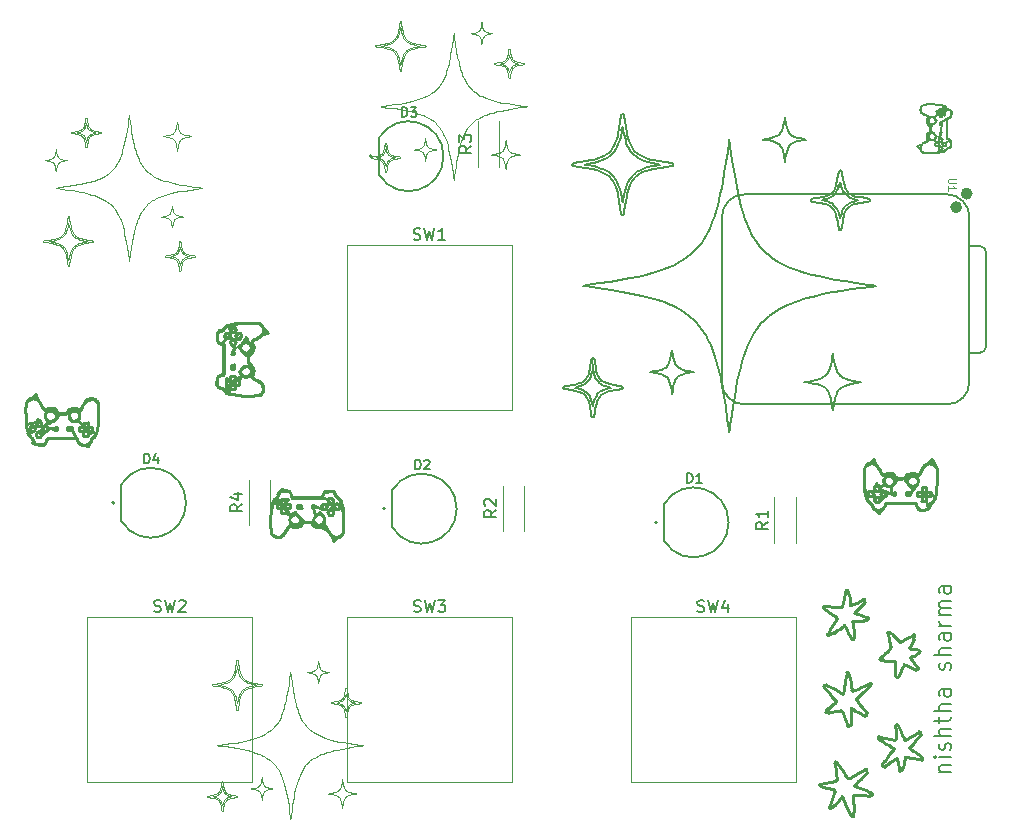
<source format=gbr>
%TF.GenerationSoftware,KiCad,Pcbnew,9.0.2*%
%TF.CreationDate,2025-07-18T16:21:06+05:30*%
%TF.ProjectId,xiao-pcb,7869616f-2d70-4636-922e-6b696361645f,rev?*%
%TF.SameCoordinates,Original*%
%TF.FileFunction,Legend,Top*%
%TF.FilePolarity,Positive*%
%FSLAX46Y46*%
G04 Gerber Fmt 4.6, Leading zero omitted, Abs format (unit mm)*
G04 Created by KiCad (PCBNEW 9.0.2) date 2025-07-18 16:21:06*
%MOMM*%
%LPD*%
G01*
G04 APERTURE LIST*
%ADD10C,0.080000*%
%ADD11C,0.240000*%
%ADD12C,0.160000*%
%ADD13C,0.200000*%
%ADD14C,0.150000*%
%ADD15C,0.101600*%
%ADD16C,0.120000*%
%ADD17C,0.127000*%
%ADD18C,0.100000*%
%ADD19C,0.504000*%
G04 APERTURE END LIST*
D10*
X70354613Y-140651846D02*
X70393040Y-140503922D01*
D11*
X121870701Y-115892470D02*
X121904525Y-115945766D01*
D10*
X58364196Y-86430377D02*
X58292484Y-86613780D01*
D11*
X118818829Y-132788457D02*
X118671736Y-132913755D01*
D12*
X99650033Y-86581940D02*
X99830011Y-86449233D01*
D11*
X120039483Y-130373353D02*
G75*
G02*
X120094934Y-130635765I-2326783J-628747D01*
G01*
X72110140Y-116238803D02*
X72063697Y-116264753D01*
X55134079Y-109424729D02*
X55214725Y-109505374D01*
X124187868Y-137989949D02*
X124222892Y-138201714D01*
D10*
X90661470Y-86055859D02*
X90625072Y-86091043D01*
X91165608Y-78175781D02*
X91195976Y-78092878D01*
D12*
X126510545Y-85317972D02*
X126577846Y-85291166D01*
D11*
X54942763Y-110882872D02*
X55047460Y-110916260D01*
D10*
X67870536Y-140804616D02*
X68025257Y-140780538D01*
D11*
X68563884Y-100617766D02*
X67972487Y-100674379D01*
D12*
X128200866Y-85368438D02*
X128254053Y-85426573D01*
D10*
X67790217Y-131932895D02*
X67838823Y-132016173D01*
D12*
X127661915Y-85965101D02*
X127641564Y-85922403D01*
D11*
X73394246Y-117850007D02*
X73522177Y-117781718D01*
D12*
X119529182Y-105244638D02*
X119364487Y-105136940D01*
X128176421Y-82848531D02*
X128182640Y-82980054D01*
D10*
X83622476Y-77152238D02*
X83627754Y-77155055D01*
D11*
X126558733Y-114534944D02*
X126553760Y-114684487D01*
X52488572Y-108052231D02*
X52609540Y-108091801D01*
D12*
X127911977Y-82769696D02*
X127887927Y-82809588D01*
D10*
X54079751Y-92753988D02*
X54111717Y-92843674D01*
D11*
X55201284Y-109725857D02*
X55165585Y-109756745D01*
X67934604Y-100912843D02*
X67992348Y-100944586D01*
X120354240Y-126061050D02*
X120313391Y-125851500D01*
X126212770Y-115334047D02*
X126258357Y-115282202D01*
D10*
X70336967Y-131234779D02*
X70325890Y-131215228D01*
D11*
X122237391Y-112567192D02*
X122199679Y-112553361D01*
X53707979Y-108268816D02*
X53386770Y-108268816D01*
D10*
X83216626Y-85933845D02*
X83228791Y-85938591D01*
D11*
X126723517Y-116288813D02*
X126699915Y-116312415D01*
D12*
X108498824Y-102992019D02*
X108677449Y-103511629D01*
D11*
X75880546Y-116712134D02*
X75867479Y-116658921D01*
X121760191Y-114845777D02*
X121715550Y-114862350D01*
X123115673Y-114349577D02*
X123021673Y-114264289D01*
D10*
X77688495Y-132358761D02*
X77646848Y-132289205D01*
D12*
X107389406Y-100920138D02*
X107519023Y-101092112D01*
X99018457Y-87806096D02*
X99202145Y-87884052D01*
D10*
X52821996Y-86186074D02*
X52789239Y-86325770D01*
X62068033Y-91560101D02*
X61782639Y-91608594D01*
X63736412Y-84917478D02*
X63832584Y-84890155D01*
X63884458Y-95169671D02*
X63952865Y-95143706D01*
D11*
X127434807Y-112893576D02*
X127394162Y-112812931D01*
D12*
X117857518Y-105206786D02*
X117758517Y-105261376D01*
D10*
X68025257Y-140780538D02*
X68152959Y-140758925D01*
D11*
X55591068Y-109048385D02*
X55591068Y-109188224D01*
D10*
X87426934Y-84620108D02*
X87518422Y-84442586D01*
D11*
X54744295Y-108786343D02*
X54794967Y-108714918D01*
D10*
X81722291Y-77757194D02*
X81677176Y-77693511D01*
X81749095Y-76508703D02*
X81809095Y-76395550D01*
D11*
X69229206Y-103318004D02*
X69303131Y-103274079D01*
D10*
X53931278Y-92115948D02*
X53936046Y-92138844D01*
X82010447Y-86549130D02*
X81987134Y-86540671D01*
X77467568Y-132176871D02*
X77501922Y-132274820D01*
D12*
X117742901Y-98206248D02*
X118695850Y-98018644D01*
D11*
X119951248Y-139185614D02*
G75*
G02*
X119857861Y-139133937I33752J171214D01*
G01*
X55589419Y-109456993D02*
X55633319Y-109436910D01*
X67804154Y-102990074D02*
X67759154Y-103124483D01*
D10*
X62712464Y-92512629D02*
X62717835Y-92477339D01*
D11*
X126548275Y-114764415D02*
X126535228Y-114820902D01*
X122039166Y-114975650D02*
X122057692Y-115035973D01*
D12*
X97859924Y-105634517D02*
X97931718Y-105557735D01*
D10*
X56103595Y-84648547D02*
X56212802Y-84623341D01*
D12*
X121052048Y-105619306D02*
X121040130Y-105614364D01*
D11*
X76298971Y-114862209D02*
X76366176Y-114888258D01*
X121381436Y-124039871D02*
G75*
G02*
X121365187Y-124210997I-126436J-74329D01*
G01*
X69262808Y-104085879D02*
X69141841Y-104015718D01*
X125418960Y-136245078D02*
X125610822Y-136022210D01*
X125204702Y-115072578D02*
X125204702Y-115193546D01*
X73516378Y-117101665D02*
X73846454Y-117402544D01*
D10*
X80903318Y-86996983D02*
X80871743Y-87063844D01*
X62497845Y-91365223D02*
X62466955Y-91396790D01*
D11*
X69134287Y-103687358D02*
X69126733Y-103359026D01*
D10*
X66356604Y-131160228D02*
X66143378Y-131187630D01*
D11*
X55569160Y-109184487D02*
X55563675Y-109264415D01*
X126583484Y-115265156D02*
X126596108Y-115275767D01*
X122351917Y-115806455D02*
X122306408Y-115793881D01*
D12*
X127786529Y-83867149D02*
X127705884Y-83867149D01*
X101766590Y-88075092D02*
X101613954Y-88240435D01*
X127134604Y-83202121D02*
X127185257Y-83220396D01*
D11*
X122138837Y-115533955D02*
X122153493Y-115469967D01*
X68839049Y-106764189D02*
X69407996Y-106769693D01*
D10*
X52898125Y-93577234D02*
X53002266Y-93544882D01*
X77593647Y-140295663D02*
X77545862Y-140272017D01*
D11*
X67918724Y-105511093D02*
X67999369Y-105430447D01*
D10*
X68547929Y-130435052D02*
X68508798Y-130342535D01*
D11*
X125256925Y-114951611D02*
X125779567Y-114214918D01*
D10*
X83809043Y-81584799D02*
X83566733Y-81669201D01*
D11*
X121699327Y-125694269D02*
G75*
G02*
X121573993Y-125778727I-199527J160869D01*
G01*
D10*
X88544059Y-75962702D02*
X88442910Y-76002098D01*
D11*
X69007561Y-104251612D02*
X69078830Y-104267858D01*
X54215398Y-109579299D02*
X54220102Y-109451611D01*
D10*
X63079389Y-85672587D02*
X63111544Y-85870932D01*
D11*
X125917067Y-113466236D02*
X125893465Y-113489838D01*
D12*
X128483894Y-82569194D02*
X128560973Y-82587940D01*
D11*
X51638967Y-107587483D02*
X51607068Y-107517904D01*
X69464421Y-105208512D02*
X69526007Y-105282598D01*
D10*
X71204394Y-140036334D02*
X71212264Y-140032064D01*
D11*
X55918112Y-107011808D02*
X55822734Y-107005969D01*
X55930180Y-109411288D02*
X55920476Y-109585320D01*
D12*
X99690499Y-106054332D02*
X99878671Y-106101949D01*
D11*
X68464852Y-101507200D02*
X68508290Y-101525893D01*
D10*
X80284544Y-86385131D02*
X80207054Y-86414946D01*
X63610166Y-94724614D02*
X63656884Y-94765467D01*
D11*
X68064433Y-101236952D02*
X68080014Y-101187926D01*
D12*
X100860856Y-90373350D02*
X100852300Y-90358334D01*
X103990488Y-87486437D02*
X104627768Y-87388767D01*
D11*
X68792298Y-105130340D02*
X68776129Y-105110639D01*
X54779516Y-110745308D02*
X54797897Y-110776636D01*
D10*
X70790950Y-140118825D02*
X70886507Y-140093742D01*
D11*
X119364125Y-133430271D02*
G75*
G02*
X119394268Y-133449725I1775J-30329D01*
G01*
D10*
X91722645Y-78573760D02*
X91784696Y-78596822D01*
D11*
X55457234Y-107139981D02*
X55376950Y-107224900D01*
X118224252Y-133617332D02*
X118389499Y-133589512D01*
D10*
X61149519Y-90189554D02*
X61355677Y-90079207D01*
X66377054Y-140514946D02*
X66285614Y-140542087D01*
D11*
X123695995Y-115029137D02*
X123877446Y-114961799D01*
X76324136Y-116637331D02*
X76319409Y-116710967D01*
D10*
X54209943Y-94359459D02*
X54169069Y-94435132D01*
X81537166Y-82455750D02*
X82015122Y-82534851D01*
X53172618Y-86995026D02*
X53212881Y-86972426D01*
X84171571Y-77154834D02*
X84166967Y-77134779D01*
X74536083Y-130264925D02*
X74656852Y-130301739D01*
X79882794Y-86491078D02*
X79737366Y-86514293D01*
D11*
X69297184Y-104090810D02*
X69586944Y-104510764D01*
D12*
X104824240Y-103930933D02*
X104773743Y-104050058D01*
D10*
X81135221Y-77322253D02*
X81039056Y-77289733D01*
X67169254Y-136476762D02*
X67707166Y-136555750D01*
X52576466Y-93881939D02*
X52711103Y-93911928D01*
X66667284Y-140322777D02*
X66623557Y-140372823D01*
D12*
X126666459Y-85229155D02*
X126693341Y-85202273D01*
D11*
X52676905Y-107822951D02*
X52881878Y-108017500D01*
X76285531Y-114836161D02*
X76278390Y-114843812D01*
D12*
X116750421Y-105698082D02*
X117069221Y-105757773D01*
D11*
X123139241Y-114373654D02*
X123115673Y-114349577D01*
X73459846Y-116993621D02*
X73487362Y-117053066D01*
X77024777Y-115803068D02*
X77043174Y-115823649D01*
D12*
X118095006Y-90578953D02*
X118260757Y-90640763D01*
X118768556Y-89778178D02*
X118873548Y-89667133D01*
X127323450Y-84678322D02*
X127309362Y-84663241D01*
D11*
X72239837Y-116340702D02*
X72280160Y-116381024D01*
X125228138Y-128992676D02*
G75*
G02*
X125223003Y-128951778I39862J25776D01*
G01*
X54700021Y-110501582D02*
X54731500Y-110619968D01*
X67950302Y-105740996D02*
X68008966Y-105803054D01*
X68397683Y-101924147D02*
X68344470Y-101937214D01*
D10*
X70393040Y-140503922D02*
X70415032Y-140441477D01*
D11*
X71944531Y-115889908D02*
X71948981Y-115861442D01*
D10*
X77280649Y-139982756D02*
X77236350Y-139869444D01*
D11*
X51800751Y-107892473D02*
X51841073Y-107932795D01*
D10*
X80621165Y-87255860D02*
X80642552Y-87341847D01*
D11*
X55636380Y-110850464D02*
X55703161Y-110796988D01*
D10*
X55407200Y-93679927D02*
X55510246Y-93699720D01*
D11*
X76352735Y-114862209D02*
X76285531Y-114836161D01*
D10*
X62653410Y-94815709D02*
X62499035Y-94847202D01*
D11*
X117521975Y-139774263D02*
G75*
G02*
X117534329Y-139740557I37525J5363D01*
G01*
D10*
X89152592Y-76301742D02*
X89186242Y-76274506D01*
X63650020Y-91609472D02*
X63507099Y-91588693D01*
D12*
X99370591Y-87969181D02*
X99524758Y-88063310D01*
X128632090Y-85680971D02*
X128655636Y-85623100D01*
D11*
X121978437Y-116146387D02*
X121962273Y-116123982D01*
X122119609Y-116357943D02*
X122525616Y-116720866D01*
D10*
X52711103Y-93911928D02*
X52831093Y-93943447D01*
D12*
X118859348Y-89192856D02*
X118802746Y-89312807D01*
D11*
X125621666Y-128261147D02*
X125444801Y-128234353D01*
X50426099Y-107248176D02*
X50366694Y-107341398D01*
X76891850Y-116249055D02*
X76860107Y-116306799D01*
X122617081Y-115623105D02*
X122620485Y-115558680D01*
D10*
X62632494Y-94955041D02*
X62759340Y-94920919D01*
D11*
X125559917Y-113333871D02*
X125490998Y-113320076D01*
D12*
X128009269Y-85382572D02*
X128043635Y-85358034D01*
D11*
X56409562Y-107312931D02*
X56380970Y-107281953D01*
D10*
X81026218Y-86159301D02*
X81002910Y-86113949D01*
X77854727Y-133006727D02*
X77921984Y-132972168D01*
D12*
X127618745Y-82729236D02*
X127648651Y-82745942D01*
D10*
X54163922Y-92595589D02*
X54114603Y-92390684D01*
D12*
X99993695Y-86295315D02*
X100141951Y-86118726D01*
D11*
X70038110Y-100642221D02*
X70085925Y-100662390D01*
X70366221Y-100968088D02*
X70799428Y-101471277D01*
X71572983Y-116132369D02*
X71578145Y-116327261D01*
D10*
X67394170Y-131457332D02*
X67305221Y-131422253D01*
D11*
X55329482Y-109455723D02*
X55274372Y-109434941D01*
D10*
X90919232Y-78986292D02*
X90963074Y-79036168D01*
D11*
X122845512Y-115301072D02*
X122838145Y-115286339D01*
D12*
X98878368Y-97272147D02*
X97867222Y-97409989D01*
D11*
X55587247Y-109261318D02*
X55584133Y-109179917D01*
D12*
X127938859Y-85807828D02*
X127985499Y-85819035D01*
D11*
X66543242Y-105196926D02*
X66400000Y-105800000D01*
D12*
X127757569Y-84622059D02*
X127712676Y-84501091D01*
D10*
X82571270Y-77689407D02*
X82638693Y-77628443D01*
X81983662Y-79246519D02*
X81991879Y-79267286D01*
X54532117Y-93231467D02*
X54463280Y-93170150D01*
D11*
X127274592Y-115489244D02*
X127282656Y-115435481D01*
X50910998Y-109353949D02*
X50971985Y-109381354D01*
X123942631Y-113616731D02*
X123883810Y-113542674D01*
D10*
X62573060Y-95086304D02*
X62688260Y-95112168D01*
X70708826Y-140146765D02*
X70790950Y-140118825D01*
D11*
X67741735Y-104328298D02*
X67739450Y-104503029D01*
D12*
X103478928Y-87582064D02*
X103990488Y-87486437D01*
D10*
X73839768Y-134475117D02*
X73748631Y-134331048D01*
D11*
X74917142Y-116861501D02*
X74902301Y-116843717D01*
D12*
X117960313Y-90164390D02*
X118166884Y-90104634D01*
D10*
X76784692Y-132791390D02*
X76703847Y-132772269D01*
X56356047Y-84388224D02*
X56225429Y-84364356D01*
X67729928Y-130658390D02*
X67677631Y-130717301D01*
D11*
X120291593Y-142424981D02*
G75*
G02*
X120178810Y-142305941I252507J352181D01*
G01*
D10*
X63208087Y-95282536D02*
X63175971Y-95239526D01*
D11*
X55584133Y-109179917D02*
X55574133Y-109034944D01*
X125702013Y-114304568D02*
X125607927Y-114359165D01*
D10*
X63620426Y-94523721D02*
X63586229Y-94457158D01*
X63241110Y-95733218D02*
X63264951Y-95858626D01*
D11*
X69559696Y-102897622D02*
X69571948Y-102674322D01*
X124750975Y-135909900D02*
G75*
G02*
X124720897Y-135890046I125J32900D01*
G01*
X56007937Y-107028440D02*
X55918112Y-107011808D01*
X125782497Y-116276636D02*
X125832497Y-116338181D01*
D12*
X100846497Y-106058400D02*
X100824010Y-106019816D01*
D11*
X71099839Y-118397151D02*
X71070823Y-118348552D01*
X119831199Y-130256595D02*
X119756632Y-130536782D01*
D10*
X80890737Y-86176768D02*
X80919926Y-86232226D01*
X63800090Y-84697545D02*
X63713507Y-84671767D01*
D12*
X128613087Y-82619445D02*
X128628822Y-82635180D01*
D10*
X55502738Y-93703998D02*
X55472360Y-93712129D01*
X63189609Y-94378444D02*
X63145155Y-94487013D01*
D11*
X51349249Y-109839386D02*
X51630311Y-110004590D01*
D10*
X76025021Y-136905132D02*
X76223296Y-136852579D01*
D11*
X51214260Y-109901943D02*
X51171959Y-109975778D01*
X126172443Y-114690240D02*
X126172443Y-114548385D01*
X67693859Y-101315587D02*
X67658681Y-101282914D01*
D10*
X55866861Y-84739891D02*
X55933085Y-84705992D01*
D11*
X67366816Y-101451958D02*
X67304451Y-101460587D01*
X75746553Y-117899839D02*
X75786391Y-118000646D01*
X126427819Y-112624651D02*
X126387496Y-112669678D01*
D12*
X127705884Y-83741701D02*
X127705884Y-83616254D01*
D11*
X70089377Y-105592678D02*
X69786356Y-105420743D01*
D10*
X70310488Y-131305513D02*
X70325890Y-131294431D01*
D12*
X128405866Y-85047309D02*
X128297281Y-85028187D01*
D11*
X126768867Y-115301072D02*
X126684596Y-115298526D01*
X51710321Y-109527551D02*
X51699447Y-109576375D01*
D10*
X66538754Y-140812941D02*
X66426180Y-140766578D01*
X77629629Y-140608890D02*
X77749713Y-140568466D01*
D12*
X114523122Y-83658138D02*
X114473222Y-83911788D01*
D11*
X51630719Y-109157608D02*
X51638563Y-109079326D01*
X123101211Y-115217363D02*
X122986640Y-115378424D01*
X126676313Y-116336017D02*
X126699915Y-116312415D01*
X67365418Y-101932253D02*
X67419508Y-101926679D01*
D10*
X63043560Y-94632779D02*
X63010659Y-94662516D01*
X64570938Y-95019884D02*
X64597108Y-95009851D01*
D11*
X73110424Y-117715555D02*
X73022460Y-117708785D01*
X126110131Y-113119624D02*
X126159002Y-113016129D01*
D12*
X100900444Y-90167257D02*
X100860856Y-90373350D01*
D11*
X66573634Y-105932748D02*
X66627110Y-105999529D01*
X75420689Y-117847421D02*
X75493274Y-117797823D01*
D12*
X126711262Y-83230949D02*
X126684380Y-83257831D01*
D11*
X68105024Y-105872332D02*
X68058403Y-105846281D01*
D10*
X62982579Y-89556039D02*
X63328336Y-89486447D01*
D12*
X126095773Y-85932709D02*
X126118834Y-85996336D01*
X127963419Y-85455051D02*
X127980029Y-85419022D01*
D11*
X122140190Y-115557282D02*
X122148819Y-115619647D01*
D10*
X72583451Y-131160016D02*
X72513899Y-131602821D01*
D11*
X125741072Y-113712365D02*
X125798922Y-113788494D01*
D10*
X56679677Y-84460469D02*
X56670450Y-84449871D01*
X63401355Y-95616868D02*
X63373497Y-95726259D01*
D11*
X70257431Y-101667012D02*
X70311194Y-101613248D01*
X51578466Y-109230885D02*
X51545375Y-109292390D01*
X51155590Y-110876340D02*
X51222794Y-110902388D01*
D10*
X74345105Y-130161816D02*
X74177352Y-130191282D01*
D11*
X52828115Y-109664944D02*
X52830889Y-109660728D01*
D12*
X112778031Y-85090224D02*
X112785616Y-85096103D01*
D11*
X68700802Y-104324643D02*
X68787406Y-104276175D01*
X55037547Y-107774113D02*
X54986230Y-107898091D01*
D12*
X98058992Y-106821261D02*
X98000623Y-106730503D01*
D10*
X90696781Y-78466072D02*
X90629600Y-78488150D01*
X76981312Y-133004453D02*
X77039820Y-133042967D01*
D11*
X75640370Y-117751990D02*
X75596768Y-117708388D01*
X67823397Y-101370767D02*
X67757547Y-101353320D01*
X55503146Y-109418478D02*
X55505154Y-109416718D01*
D10*
X73186131Y-132857060D02*
X73135883Y-132647580D01*
D11*
X67932343Y-102024898D02*
X67896547Y-102006689D01*
D10*
X59067924Y-95340020D02*
X59080438Y-95252639D01*
D12*
X127720675Y-82799903D02*
X127681565Y-82758531D01*
D11*
X71567795Y-116313820D02*
X71567795Y-116125648D01*
X120709134Y-139913482D02*
X120511392Y-139837461D01*
D12*
X119044039Y-89399122D02*
X119108674Y-89252166D01*
D11*
X72599393Y-114867696D02*
X72655858Y-114932720D01*
X76236039Y-115889842D02*
X76294065Y-115836606D01*
X125320793Y-127092540D02*
X125132488Y-127200364D01*
X123690756Y-136845342D02*
X123534300Y-137058071D01*
D10*
X69472623Y-135849409D02*
X69180112Y-135926824D01*
D11*
X67085392Y-102397548D02*
X66976064Y-102379081D01*
D10*
X52868683Y-87741133D02*
X52871623Y-87737340D01*
D11*
X75717736Y-116323981D02*
X75700703Y-116341013D01*
D10*
X76323955Y-132836821D02*
X76480276Y-132860562D01*
X80497284Y-86222777D02*
X80453557Y-86272823D01*
D11*
X123610346Y-115085757D02*
X123678306Y-115119944D01*
X52159383Y-109472694D02*
X52180633Y-109569094D01*
X71939165Y-116554062D02*
X71944650Y-116474134D01*
X76905289Y-116183578D02*
X76891850Y-116249055D01*
D10*
X88903966Y-75176199D02*
X88894006Y-75255532D01*
D11*
X68989365Y-105154255D02*
X68908904Y-105152424D01*
D10*
X82694903Y-76722034D02*
X82630500Y-76673696D01*
D12*
X127791010Y-83619390D02*
X127705884Y-83616254D01*
D11*
X69397217Y-102204645D02*
X69450980Y-102177764D01*
D12*
X128218823Y-85397219D02*
X128234557Y-85412954D01*
X119483849Y-92064952D02*
X119531584Y-91803717D01*
D11*
X72764030Y-116952206D02*
X72713358Y-117023631D01*
X67623026Y-105134749D02*
X67811197Y-105134749D01*
D10*
X90023219Y-78708924D02*
X90071072Y-78723323D01*
D12*
X117898709Y-90522738D02*
X118095006Y-90578953D01*
X99136513Y-105855318D02*
X99276709Y-105923980D01*
D11*
X74814619Y-116118605D02*
X74680210Y-116073605D01*
D10*
X66658781Y-136406565D02*
X67169254Y-136476762D01*
D11*
X72734244Y-116997966D02*
X72786180Y-116936669D01*
D10*
X52675396Y-93503692D02*
X52538002Y-93533133D01*
D12*
X126880312Y-84418743D02*
X126815965Y-84457635D01*
X128013849Y-85628526D02*
X127983840Y-85595565D01*
D11*
X126423467Y-114951040D02*
X126389432Y-114969967D01*
X125798871Y-114147969D02*
X125767900Y-114203251D01*
X72280155Y-115904502D02*
X72240659Y-115949419D01*
D10*
X88830406Y-76608839D02*
X88855056Y-76717092D01*
D11*
X67928337Y-105652495D02*
X67924352Y-105694553D01*
D12*
X127646220Y-82726948D02*
X127615775Y-82710276D01*
D11*
X126418333Y-114979332D02*
X126256031Y-115062080D01*
X51708342Y-109611543D02*
X51708449Y-109547547D01*
X118814647Y-133506835D02*
X119029646Y-133466280D01*
D10*
X52769075Y-93611443D02*
X52898125Y-93577234D01*
D11*
X67957961Y-103243703D02*
X67855095Y-103253031D01*
D10*
X91165603Y-79717555D02*
X91182711Y-79823548D01*
X76660530Y-140280386D02*
X76605805Y-140305483D01*
X70325890Y-131294431D02*
X70336967Y-131274884D01*
D11*
X122177089Y-114721776D02*
X122149367Y-114663044D01*
D10*
X80935288Y-77259547D02*
X80823531Y-77231468D01*
D11*
X120761024Y-131586048D02*
X120516007Y-131691835D01*
X68162780Y-105883615D02*
X68244181Y-105880501D01*
X54935746Y-107936075D02*
X54912144Y-107959677D01*
X67438295Y-105856226D02*
X67276010Y-105865366D01*
D12*
X121007674Y-105631609D02*
X121049403Y-105623492D01*
D11*
X69437539Y-102164323D02*
X69393937Y-102207925D01*
D10*
X82099189Y-79221360D02*
X82118698Y-79098729D01*
D12*
X127970615Y-85581464D02*
X128006106Y-85620149D01*
D11*
X72630509Y-117707582D02*
X72732363Y-117788522D01*
D10*
X82070579Y-75721144D02*
X82097559Y-75855935D01*
D11*
X68066573Y-105524533D02*
X68375713Y-105215401D01*
D10*
X90994213Y-85472163D02*
X90963533Y-85282063D01*
D12*
X127962654Y-85472286D02*
X127975597Y-85447774D01*
D10*
X77583118Y-132436084D02*
X77612809Y-132472459D01*
X53989696Y-95769764D02*
X54018107Y-95588661D01*
D12*
X127336725Y-83618715D02*
X127347390Y-83591863D01*
D11*
X69434260Y-105205233D02*
X69457862Y-105228835D01*
D10*
X63519115Y-84581229D02*
X63445519Y-84525178D01*
X66628884Y-140534214D02*
X66671894Y-140502098D01*
D11*
X122727784Y-115172914D02*
X122704706Y-115164057D01*
D12*
X127736117Y-82949677D02*
X127741727Y-82953172D01*
X126630617Y-85255140D02*
X126563413Y-85281699D01*
D10*
X77695068Y-132554110D02*
X77738992Y-132589193D01*
D11*
X125204702Y-114951611D02*
X125009810Y-114956879D01*
D10*
X83290056Y-77085735D02*
X83504009Y-77128983D01*
D11*
X51639590Y-107597277D02*
X51424407Y-107220431D01*
X123941263Y-115069003D02*
X123941263Y-115192202D01*
X55187843Y-109048385D02*
X55389455Y-109048385D01*
D12*
X103031834Y-86726925D02*
X102822225Y-86660827D01*
D11*
X126367254Y-115005374D02*
X126318199Y-114979927D01*
X54221554Y-107830161D02*
X54214396Y-107837154D01*
X71871945Y-114888085D02*
X71805164Y-114941561D01*
D10*
X68529603Y-130662319D02*
X68598130Y-130752543D01*
D11*
X75940988Y-118270377D02*
X75879295Y-118151183D01*
X120789786Y-132730188D02*
X120661381Y-132567703D01*
X55588442Y-109941345D02*
X55591068Y-110026018D01*
D12*
X126164798Y-82791499D02*
X126221410Y-82845021D01*
X126761497Y-84810224D02*
X126772965Y-84770607D01*
D11*
X70249043Y-100784029D02*
X70175922Y-100722467D01*
D12*
X98394638Y-108599714D02*
X98434103Y-108572340D01*
D11*
X124692579Y-113768816D02*
X124371370Y-113768816D01*
D12*
X119313381Y-92721651D02*
X119339359Y-92712212D01*
D11*
X119971809Y-123359134D02*
G75*
G02*
X120017707Y-123590464I-2285909J-573766D01*
G01*
X122694921Y-115027551D02*
X122684047Y-115076375D01*
D12*
X109124661Y-89721531D02*
X109011543Y-90215589D01*
X127274523Y-83284713D02*
X127310921Y-83347437D01*
X126641316Y-83395752D02*
X126632434Y-83491512D01*
D10*
X68161879Y-133367286D02*
X68180813Y-133378837D01*
D11*
X66876410Y-104987918D02*
X66865751Y-104994328D01*
D12*
X126930473Y-83220107D02*
X126941764Y-83204068D01*
D11*
X122778399Y-136040452D02*
G75*
G02*
X122534186Y-135858037I575801J1025552D01*
G01*
X55865950Y-109795310D02*
X55893487Y-109800669D01*
D12*
X126670205Y-83105502D02*
X126594918Y-83063925D01*
D10*
X85238819Y-83927220D02*
X85305975Y-84009767D01*
X64612590Y-94996215D02*
X64624906Y-94975903D01*
X52883941Y-86002616D02*
X52874182Y-85944006D01*
D12*
X98230694Y-103673552D02*
X98207815Y-103764654D01*
D10*
X75892639Y-130175517D02*
X75725346Y-130148123D01*
D11*
X67819148Y-105783639D02*
X67874036Y-105798506D01*
X126172443Y-115524137D02*
X126175146Y-115440008D01*
D12*
X126968323Y-83781995D02*
X126922917Y-83763462D01*
D11*
X73525456Y-117109940D02*
X73583317Y-117035025D01*
D10*
X83127189Y-76913161D02*
X83022384Y-76880112D01*
D12*
X96720770Y-87332250D02*
X97082976Y-87389071D01*
D11*
X71069812Y-118323263D02*
X71101478Y-118397151D01*
D12*
X120584036Y-105697459D02*
X121007674Y-105631609D01*
D11*
X69402250Y-102693317D02*
X69379025Y-102827031D01*
D12*
X96026870Y-105965570D02*
X95902142Y-105998203D01*
D10*
X71934954Y-138904815D02*
X72030683Y-139145707D01*
D11*
X55591068Y-110026018D02*
X55591068Y-110177416D01*
X122950411Y-138183743D02*
X123117710Y-138085038D01*
X68738615Y-104317331D02*
X68787214Y-104288315D01*
D12*
X126773735Y-84903008D02*
X126724049Y-84730103D01*
X100234326Y-85422917D02*
X100156377Y-85598715D01*
D10*
X56656279Y-84542561D02*
X56672205Y-84532996D01*
X85097166Y-83771933D02*
X85169241Y-83847985D01*
D11*
X122973227Y-114192203D02*
X123039436Y-114279568D01*
D12*
X108366991Y-92287855D02*
X108218769Y-92631324D01*
D11*
X72933784Y-117893303D02*
X72933008Y-117904678D01*
D10*
X91339568Y-79120034D02*
X91306710Y-79209962D01*
D11*
X68617762Y-104397996D02*
X68700802Y-104324643D01*
D12*
X106667921Y-100158329D02*
X106822500Y-100298474D01*
D11*
X67756372Y-102465332D02*
X67712869Y-102446826D01*
D10*
X67533198Y-140881945D02*
X67627136Y-140854438D01*
X77178157Y-132996194D02*
X77134469Y-132954292D01*
D12*
X101193886Y-89989014D02*
X101260033Y-89685347D01*
X100838670Y-84041513D02*
X100841804Y-84012770D01*
X126079349Y-82484247D02*
X126075457Y-82547832D01*
D11*
X66495557Y-105502275D02*
X66504713Y-105678303D01*
X52728169Y-108174731D02*
X53027147Y-108473709D01*
X76755960Y-115426725D02*
X77006380Y-115728723D01*
D10*
X76864714Y-132702015D02*
X76955696Y-132668523D01*
D12*
X126747104Y-83172813D02*
X126731370Y-83157079D01*
D10*
X81284262Y-86812356D02*
X81363198Y-86781945D01*
X55097627Y-84169611D02*
X55032634Y-84222925D01*
D11*
X68944092Y-100599023D02*
X68563884Y-100617766D01*
D12*
X117906300Y-106060250D02*
X118037898Y-106163309D01*
X127712909Y-83876110D02*
X127719146Y-83756128D01*
D10*
X63465930Y-94500107D02*
X63515059Y-94598699D01*
X88953929Y-81442535D02*
X88789547Y-81361791D01*
X64623428Y-94932829D02*
X64609741Y-94913097D01*
X66998323Y-141935868D02*
X67005281Y-141918691D01*
X51803331Y-93727961D02*
X51816255Y-93749541D01*
X82104253Y-75120504D02*
X82087103Y-75046862D01*
D11*
X122111882Y-112529059D02*
X122024554Y-112509983D01*
X50686908Y-109758653D02*
X50636818Y-109693467D01*
D12*
X118517097Y-90786538D02*
X118615921Y-90873188D01*
X116961139Y-90079784D02*
X116875932Y-90096686D01*
D11*
X66502473Y-101731101D02*
X66497544Y-101962741D01*
X71930698Y-118700860D02*
X71966397Y-118669973D01*
X72859947Y-117637733D02*
X73125314Y-117868794D01*
D12*
X126828395Y-83899730D02*
X126806809Y-83900866D01*
D11*
X121734331Y-115289480D02*
X121671508Y-115258653D01*
X126414701Y-115224675D02*
X126379802Y-115207712D01*
X123121341Y-114931982D02*
X123143983Y-114972694D01*
X123137161Y-113364654D02*
X123072236Y-113391128D01*
D10*
X63115350Y-91496388D02*
X63060034Y-91472369D01*
X63356863Y-96210312D02*
X63373873Y-96211420D01*
D11*
X52377954Y-107852150D02*
X52239458Y-107854071D01*
D10*
X62160347Y-95014802D02*
X62205898Y-95026241D01*
D11*
X121689626Y-115746260D02*
X121807966Y-115849516D01*
X126902556Y-115294308D02*
X126916081Y-115267235D01*
X52830889Y-109660728D02*
X52812970Y-109650515D01*
X51434733Y-110921625D02*
X51666373Y-110926554D01*
X75992375Y-115875721D02*
X75990047Y-115884063D01*
X55419617Y-107183388D02*
X55396015Y-107206990D01*
D10*
X54645216Y-93454667D02*
X54766027Y-93510695D01*
X81952345Y-75972040D02*
X82003095Y-75735273D01*
D11*
X123712769Y-113674731D02*
X123672446Y-113634408D01*
D10*
X77297311Y-140901010D02*
X77330191Y-140845242D01*
D11*
X75703874Y-116346081D02*
X75658522Y-116374038D01*
D10*
X62940190Y-91825932D02*
X62974055Y-91797019D01*
D11*
X125818572Y-114131800D02*
X125798871Y-114147969D01*
D10*
X75837064Y-136959706D02*
X76025021Y-136905132D01*
D11*
X55382654Y-109505374D02*
X55333599Y-109479927D01*
D10*
X66843426Y-131077896D02*
X66695456Y-131106163D01*
D11*
X126838215Y-115945766D02*
X126872039Y-115892470D01*
D10*
X80751343Y-85949974D02*
X80775544Y-85862604D01*
D12*
X120627302Y-90528336D02*
X120848354Y-90477587D01*
D11*
X55591068Y-110020615D02*
X55585141Y-109903939D01*
D10*
X92475378Y-78710376D02*
X92489212Y-78699724D01*
X86570354Y-88389801D02*
X86598727Y-88185285D01*
D12*
X127692340Y-85253122D02*
X127666456Y-85226688D01*
D11*
X68250146Y-101469362D02*
X68183804Y-101507872D01*
D12*
X127377641Y-85622434D02*
X127348683Y-85609972D01*
D11*
X54261148Y-108909522D02*
X54048479Y-108744928D01*
X55214725Y-109505374D02*
X55134079Y-109424729D01*
D12*
X127938859Y-82469302D02*
X127938859Y-82573477D01*
D11*
X51967820Y-108441370D02*
X51970095Y-108346612D01*
D12*
X128273572Y-82406578D02*
X128097885Y-82236669D01*
D11*
X52876018Y-107997419D02*
X52811290Y-107940248D01*
X68481519Y-101848463D02*
X68417710Y-101887970D01*
D12*
X127337838Y-85586287D02*
X127317461Y-85533432D01*
D11*
X71127355Y-118456596D02*
X71099839Y-118397151D01*
X67557757Y-101597119D02*
X67584712Y-101645617D01*
X51556746Y-108929810D02*
X51599867Y-108975727D01*
D10*
X80186604Y-77060228D02*
X79973378Y-77087630D01*
D11*
X67226682Y-101868624D02*
X67203080Y-101845022D01*
D10*
X52835689Y-87566315D02*
X52865155Y-87734068D01*
D12*
X126415564Y-82980054D02*
X126346567Y-82947473D01*
D11*
X55588089Y-109264152D02*
X55575964Y-109319074D01*
D12*
X127278018Y-84631073D02*
X127327368Y-84699123D01*
D10*
X52688331Y-87114570D02*
X52713675Y-87153834D01*
D11*
X126704512Y-112512958D02*
X126610919Y-112536178D01*
D12*
X128136841Y-86048074D02*
X128235651Y-85959637D01*
D10*
X71458005Y-134680437D02*
X71357296Y-134799043D01*
D12*
X110912927Y-90810014D02*
X110809719Y-90414724D01*
D10*
X56041159Y-93749541D02*
X56052710Y-93730607D01*
D11*
X54648378Y-108100816D02*
X54611473Y-108068682D01*
X50378011Y-109451611D02*
X50415963Y-109717979D01*
D10*
X66451949Y-140913454D02*
X66508065Y-140941033D01*
D11*
X118671736Y-132913755D02*
X118496700Y-133052400D01*
X76767304Y-115960971D02*
X76789925Y-115982104D01*
D10*
X66582415Y-136373981D02*
X66531191Y-136385427D01*
X62573060Y-95086304D02*
X62636477Y-94965876D01*
D12*
X127113818Y-83790319D02*
X127064614Y-83795688D01*
X101105828Y-85149109D02*
X101170533Y-85357389D01*
D11*
X73637685Y-116074439D02*
X73643061Y-116167261D01*
X122203866Y-115688155D02*
X122172764Y-115621290D01*
D10*
X66285614Y-140542087D02*
X66178202Y-140567237D01*
D11*
X122306408Y-115793881D02*
X122218765Y-115733249D01*
D12*
X127513506Y-85653144D02*
X127466602Y-85659261D01*
D11*
X56214801Y-110084780D02*
X56267405Y-109995545D01*
D10*
X73039018Y-132191214D02*
X72946266Y-131681812D01*
X67923761Y-132213596D02*
X67961056Y-132329570D01*
X76866781Y-132566072D02*
X76799600Y-132588150D01*
D11*
X67972487Y-104516470D02*
X67967219Y-104321578D01*
D10*
X53178582Y-86673125D02*
X53140355Y-86647583D01*
D11*
X123473172Y-113552231D02*
X123594140Y-113591801D01*
X127128839Y-112562528D02*
X127106218Y-112541395D01*
D12*
X121778484Y-90261457D02*
X121785818Y-90220638D01*
D10*
X82230725Y-77992154D02*
X82180610Y-78127730D01*
D12*
X128297281Y-85028868D02*
X128370167Y-85041180D01*
D10*
X67482015Y-130866807D02*
X67401193Y-130908849D01*
X78658639Y-132719725D02*
X78645087Y-132708533D01*
D11*
X121241324Y-131882634D02*
X121628712Y-131555817D01*
D10*
X77210946Y-132246126D02*
X77182645Y-132306102D01*
D11*
X50998037Y-109397121D02*
X50971985Y-109381354D01*
D10*
X52064910Y-93796378D02*
X52425205Y-93853002D01*
D11*
X125292984Y-128209340D02*
X125161901Y-128186354D01*
X126280910Y-112834721D02*
X126108975Y-113137742D01*
X69765496Y-101963893D02*
X69664545Y-102004101D01*
D10*
X90629600Y-78488150D02*
X90555595Y-78508407D01*
D11*
X118083273Y-124946997D02*
G75*
G02*
X117870968Y-124737430I439927J657997D01*
G01*
D10*
X70053569Y-140236177D02*
X70085488Y-140266317D01*
X63175971Y-95239526D02*
X63140829Y-95200187D01*
D11*
X50671720Y-107057877D02*
X51174909Y-106624670D01*
D12*
X127964401Y-85530155D02*
X127959423Y-85529340D01*
D11*
X72836987Y-115399843D02*
X72808304Y-115236967D01*
X121468148Y-115489244D02*
X121486545Y-115509826D01*
X75872202Y-115661054D02*
X75884245Y-115600610D01*
X126199325Y-115005374D02*
X126256031Y-115062080D01*
D12*
X126418615Y-82124968D02*
X126348335Y-82137313D01*
D10*
X86776266Y-77581812D02*
X86686753Y-77015575D01*
D11*
X52601254Y-107864402D02*
X52377954Y-107852150D01*
D10*
X56212802Y-84623341D02*
X56341259Y-84599374D01*
D11*
X125837067Y-116305829D02*
X125765972Y-116239136D01*
X76487973Y-116315534D02*
X76453759Y-116262899D01*
X55333599Y-109479927D02*
X55266982Y-109418734D01*
X52680965Y-108819891D02*
X53027147Y-108473709D01*
D10*
X80871743Y-87063844D02*
X80843466Y-87137023D01*
D12*
X118577506Y-107485874D02*
X118621782Y-107765800D01*
D10*
X88955009Y-76738811D02*
X88986613Y-76605084D01*
X69256689Y-131374995D02*
X69157432Y-131405878D01*
X53044462Y-87116939D02*
X53072086Y-87080798D01*
D12*
X109575990Y-107739308D02*
X109725178Y-108741396D01*
D11*
X70241570Y-100766475D02*
X70413110Y-100925531D01*
D12*
X127800759Y-83629336D02*
X127876135Y-83622508D01*
D11*
X126356287Y-115657416D02*
X126159002Y-115666744D01*
X74887293Y-117645260D02*
X74912979Y-117669356D01*
X51607068Y-107517904D02*
X51569955Y-107454137D01*
X75680693Y-117792313D02*
X75640370Y-117751990D01*
X66534317Y-102153570D02*
X66854182Y-102373140D01*
X69593624Y-105316173D02*
X69469098Y-105236362D01*
X51937142Y-108501131D02*
X51954868Y-108606653D01*
D10*
X91358370Y-77767574D02*
X91325764Y-77558230D01*
D11*
X55389455Y-109048385D02*
X55591068Y-109048385D01*
X122149947Y-114518163D02*
X122142012Y-114595909D01*
D12*
X126729183Y-85184352D02*
X126702302Y-85211233D01*
D10*
X83264081Y-85943962D02*
X83363762Y-85958347D01*
X91910128Y-82163740D02*
X91456269Y-82094056D01*
X58867929Y-84285151D02*
X58798841Y-84694957D01*
D12*
X100112023Y-105878957D02*
X99772285Y-105809133D01*
D10*
X55515942Y-84974633D02*
X55488574Y-85048949D01*
D12*
X128163437Y-85346935D02*
X128200866Y-85368438D01*
X126137616Y-85581273D02*
X126134775Y-85563708D01*
D11*
X51525052Y-110244620D02*
X51548654Y-110221018D01*
D12*
X127930143Y-82667935D02*
X127914915Y-82697066D01*
D11*
X71805164Y-114941561D02*
X71753912Y-115027934D01*
X68235874Y-105887436D02*
X68159946Y-105884457D01*
X71149198Y-118473484D02*
X71204983Y-118540469D01*
X69160248Y-103086978D02*
X69068850Y-103124778D01*
D10*
X54217273Y-92761603D02*
X54189935Y-92682708D01*
D12*
X127998444Y-82223216D02*
X127912712Y-82200274D01*
D11*
X123578360Y-115080454D02*
X123695995Y-115029137D01*
D10*
X66978591Y-141949555D02*
X66998323Y-141935868D01*
X81515439Y-82116419D02*
X81050456Y-82185771D01*
X52279465Y-86893537D02*
X52369569Y-86914828D01*
D12*
X114165237Y-84611608D02*
X114101808Y-84673476D01*
D10*
X81313152Y-86536810D02*
X81456521Y-86576864D01*
D12*
X126113575Y-85628061D02*
X126090850Y-85678134D01*
D10*
X82082067Y-79266740D02*
X82090811Y-79251505D01*
D11*
X122194432Y-116376238D02*
X122419333Y-116421625D01*
X75550290Y-117410405D02*
X75570815Y-117338418D01*
D12*
X118662911Y-103192956D02*
X118619273Y-103479766D01*
D11*
X126110212Y-115286896D02*
X126054580Y-115298464D01*
D12*
X127558734Y-85377344D02*
X127654345Y-85428784D01*
D11*
X124686249Y-129559329D02*
G75*
G02*
X124717066Y-129546706I22651J-11371D01*
G01*
X55621552Y-109438170D02*
X55577627Y-109478492D01*
X72006187Y-116188487D02*
X71958789Y-116247826D01*
D12*
X100724129Y-83121308D02*
X100667541Y-83482679D01*
X127320580Y-84993227D02*
X127329541Y-84972076D01*
D11*
X125943949Y-113412473D02*
X125920346Y-113436075D01*
D10*
X63172612Y-85754938D02*
X63202458Y-85595538D01*
X54402316Y-93102727D02*
X54348229Y-93028678D01*
D11*
X55223273Y-107412635D02*
X55174402Y-107516129D01*
D12*
X101265955Y-85602134D02*
X101374370Y-85824404D01*
D11*
X121909986Y-140382383D02*
X121714126Y-140298149D01*
D12*
X114692054Y-83811531D02*
X114595067Y-83240744D01*
D11*
X76385299Y-114897629D02*
X76298493Y-114862311D01*
D10*
X90068833Y-86305516D02*
X89870488Y-86337671D01*
D11*
X69511625Y-105255717D02*
X69488023Y-105232114D01*
X75135855Y-117888603D02*
X74984964Y-117892417D01*
D10*
X82420377Y-76418279D02*
X82377929Y-76335052D01*
D11*
X50616475Y-109489494D02*
X50648218Y-109431750D01*
D10*
X84100447Y-77093203D02*
X83890111Y-77060157D01*
X82177104Y-78711879D02*
X82208215Y-78544205D01*
D11*
X122828089Y-114765764D02*
X122694921Y-115027551D01*
X53857199Y-109680105D02*
X54031930Y-109682363D01*
D10*
X64193225Y-89342154D02*
X64694269Y-89267560D01*
X55497196Y-85670348D02*
X55510694Y-85587465D01*
D11*
X68033132Y-102110560D02*
X68009530Y-102086957D01*
X72285297Y-115873549D02*
X72225912Y-115932584D01*
X52373672Y-108934248D02*
X52255024Y-108910321D01*
X123143922Y-115166294D02*
X123101211Y-115217363D01*
X71932260Y-115854415D02*
X71919883Y-115797204D01*
D12*
X126463133Y-85337011D02*
X126416746Y-85358276D01*
D11*
X75726687Y-115997960D02*
X75775741Y-116063474D01*
D12*
X127810309Y-84458546D02*
X127784146Y-84458546D01*
D11*
X54559860Y-108913869D02*
X54600139Y-108897871D01*
D10*
X77133533Y-139382063D02*
X77112727Y-139246176D01*
X53968483Y-95819395D02*
X53979673Y-95804115D01*
D11*
X71909441Y-115973393D02*
X71952553Y-116012880D01*
D10*
X64133168Y-89025276D02*
X63760813Y-88965187D01*
D11*
X67743993Y-104153567D02*
X67741735Y-104328298D01*
D10*
X80411971Y-86463530D02*
X80458884Y-86434214D01*
D11*
X54674564Y-108094086D02*
X54798058Y-107959677D01*
D10*
X62629669Y-92122054D02*
X62648697Y-92200206D01*
X63952865Y-95143706D02*
X64029733Y-95120255D01*
D11*
X75673892Y-117784383D02*
X75753115Y-117908512D01*
X52047528Y-109790424D02*
X51951043Y-109803394D01*
X77024777Y-115749305D02*
X77006380Y-115728723D01*
D10*
X75047927Y-130936613D02*
X75064979Y-131048033D01*
X68759098Y-130904493D02*
X68852423Y-130967262D01*
D12*
X98565893Y-104350929D02*
X98508547Y-103984443D01*
X127310921Y-83634175D02*
X127207162Y-83812981D01*
D10*
X67108245Y-141366463D02*
X67135001Y-141276199D01*
D11*
X53865264Y-109571288D02*
X53860482Y-109507229D01*
D12*
X127970572Y-82720459D02*
X127989549Y-82723425D01*
D10*
X83669780Y-86026650D02*
X83767172Y-86063905D01*
D12*
X109890306Y-85080848D02*
X109882921Y-85087118D01*
X113127667Y-85024236D02*
X112792161Y-85083167D01*
X119697879Y-91231846D02*
X119766042Y-91096655D01*
D10*
X66603788Y-141008429D02*
X66644291Y-141049562D01*
X81945042Y-75291037D02*
X81888418Y-75651332D01*
D11*
X126404217Y-112683388D02*
X126387496Y-112669678D01*
D12*
X127320580Y-84971171D02*
X127299039Y-84996664D01*
X128368655Y-82527245D02*
X128333124Y-82504696D01*
X128179199Y-85350122D02*
X128153547Y-85341334D01*
D10*
X75025056Y-130817092D02*
X75047927Y-130936613D01*
D12*
X126627391Y-84723528D02*
X126618194Y-84769474D01*
D10*
X91481479Y-86218700D02*
X91423647Y-86195663D01*
D12*
X126847678Y-83705859D02*
X126877713Y-83732741D01*
D10*
X67627136Y-140854438D02*
X67738706Y-140828955D01*
D11*
X54838381Y-109612901D02*
X54838381Y-109424729D01*
D12*
X98240595Y-108547075D02*
X98267867Y-108578039D01*
D11*
X76012117Y-116433659D02*
X76237921Y-116351702D01*
X51970095Y-108346612D02*
X51965707Y-108326088D01*
D10*
X62792698Y-91120470D02*
X62767615Y-91024913D01*
D11*
X123409722Y-127402080D02*
X123509671Y-127842924D01*
X67943455Y-102028812D02*
X67992804Y-102061167D01*
D12*
X98748778Y-105557397D02*
X98820995Y-105637297D01*
D11*
X55202211Y-109881647D02*
X55228170Y-109834047D01*
D12*
X104693338Y-98981797D02*
X104950237Y-99090695D01*
X128589234Y-83231057D02*
X128630265Y-83197724D01*
D10*
X88217731Y-76132956D02*
X88366083Y-76164925D01*
X56225429Y-84364356D02*
X56113983Y-84339068D01*
X65723978Y-140747740D02*
X65755241Y-140761848D01*
D11*
X126073995Y-113202144D02*
X126084513Y-113161183D01*
X76597327Y-116384600D02*
X76536340Y-116357195D01*
X76468356Y-116301831D02*
X76279692Y-116213884D01*
D10*
X63440451Y-95485240D02*
X63401355Y-95616868D01*
D12*
X116816134Y-90125199D02*
X116780887Y-90165946D01*
D11*
X72835697Y-115258714D02*
X72816775Y-115190861D01*
D12*
X105140095Y-103488924D02*
X105043108Y-102918136D01*
D10*
X53002368Y-86478243D02*
X52965232Y-86387006D01*
X55431385Y-93853400D02*
X55792504Y-93796378D01*
D11*
X127055111Y-112111243D02*
X127393086Y-112841398D01*
D10*
X78101417Y-132779868D02*
X77950970Y-132822695D01*
D12*
X128557138Y-85750408D02*
X128502402Y-85767097D01*
D11*
X67586185Y-101758274D02*
X67558730Y-101817829D01*
D12*
X127654345Y-85428784D02*
X127608841Y-85559835D01*
X128684401Y-82841698D02*
X128663786Y-82736739D01*
D10*
X72287043Y-132757492D02*
X72228187Y-132990433D01*
D11*
X66709347Y-101318071D02*
X66625554Y-101362012D01*
D12*
X106940005Y-94522502D02*
X106651178Y-94791989D01*
X126640858Y-84936683D02*
X126647913Y-84994614D01*
D10*
X67305221Y-131422253D02*
X67209056Y-131389733D01*
X85551866Y-84375646D02*
X85662213Y-84581804D01*
D12*
X128315203Y-83331630D02*
X128391367Y-83314569D01*
D10*
X55584940Y-85180794D02*
X55613047Y-85082646D01*
D11*
X123604804Y-136516197D02*
X123797499Y-136626203D01*
X118971963Y-139344564D02*
G75*
G02*
X118926470Y-139368106I-70063J79664D01*
G01*
X67817918Y-106231710D02*
X68012810Y-106226548D01*
D10*
X75297640Y-135618611D02*
X75123929Y-135542535D01*
X63513324Y-95322917D02*
X63486814Y-95372666D01*
D11*
X71703494Y-115164628D02*
X71654710Y-115292783D01*
D12*
X118621782Y-107765800D02*
X118659120Y-107995360D01*
D10*
X81507631Y-76617301D02*
X81449421Y-76671417D01*
X53212881Y-86972426D02*
X53305097Y-86933404D01*
D11*
X67749719Y-104335019D02*
X67759988Y-104167008D01*
X72489906Y-115564430D02*
X72333923Y-115571805D01*
D10*
X54854515Y-84308086D02*
X54714778Y-84347386D01*
D12*
X127607318Y-85584710D02*
X127562999Y-85613025D01*
D10*
X82037422Y-78728865D02*
X82029291Y-78698487D01*
D12*
X104808847Y-105557245D02*
X104883359Y-105780732D01*
D11*
X71051294Y-118217843D02*
X71069812Y-118323263D01*
X66583178Y-101419394D02*
X66547860Y-101506200D01*
X123357070Y-113349946D02*
X123507961Y-113346132D01*
X54085694Y-108164301D02*
X54126016Y-108119274D01*
D10*
X75000406Y-130708839D02*
X75025056Y-130817092D01*
D11*
X54775962Y-107950027D02*
X54675119Y-107891205D01*
X73303250Y-117669867D02*
X73340155Y-117637733D01*
D12*
X127695956Y-85736342D02*
X127669558Y-85764297D01*
D11*
X69585388Y-102058140D02*
X69686195Y-102018302D01*
D10*
X72102579Y-133416511D02*
X72035324Y-133610881D01*
D11*
X52530663Y-108045073D02*
X52652846Y-108107768D01*
X119535213Y-132016243D02*
G75*
G02*
X119526420Y-132023631I-8713J1443D01*
G01*
D12*
X127636655Y-85163480D02*
X127633197Y-85128834D01*
D11*
X74580104Y-116282723D02*
X74560990Y-116272412D01*
X75788219Y-116074492D02*
X75990047Y-115884063D01*
X126366535Y-116419385D02*
X126523975Y-116388463D01*
X76192612Y-115899812D02*
X76114402Y-115910595D01*
D10*
X62574221Y-91247850D02*
X62551253Y-91291065D01*
X83944401Y-86200182D02*
X83970567Y-86238191D01*
X62973992Y-94689930D02*
X62933174Y-94715202D01*
X62979356Y-85305615D02*
X63002469Y-85365992D01*
D11*
X119029646Y-133466280D02*
X119214464Y-133441757D01*
X118909466Y-125799847D02*
X118777821Y-126020363D01*
X119673246Y-126248651D02*
X119673289Y-126248628D01*
D10*
X80713830Y-87121370D02*
X80667375Y-87009697D01*
D11*
X73604701Y-117737850D02*
X73531395Y-117805754D01*
X124848002Y-129585977D02*
X125012896Y-129647582D01*
X52002363Y-107939355D02*
X51978761Y-107962957D01*
X122935832Y-114842580D02*
X122988719Y-114849295D01*
D10*
X74418976Y-137655479D02*
X74530252Y-137570970D01*
D11*
X51123026Y-110840920D02*
X51209832Y-110876238D01*
D10*
X76627777Y-132630112D02*
X76505179Y-132653098D01*
D11*
X69603102Y-102417090D02*
X69580879Y-102523744D01*
D12*
X128610901Y-85140176D02*
X128557138Y-85088814D01*
X98911158Y-106860269D02*
X98999801Y-106760263D01*
D10*
X80925711Y-85879537D02*
X80894218Y-85725162D01*
D11*
X76732734Y-116392772D02*
X76777375Y-116376199D01*
X67636466Y-105426254D02*
X67667353Y-105461953D01*
D12*
X100798350Y-105998865D02*
X100751725Y-105981947D01*
D11*
X122819033Y-113454166D02*
X122739810Y-113330037D01*
D10*
X81141211Y-76847634D02*
X81041255Y-76883547D01*
D12*
X127705884Y-86177648D02*
X127883464Y-86152346D01*
X99735302Y-106134010D02*
X99485688Y-106201096D01*
X118500953Y-89665466D02*
X118402295Y-89728324D01*
D10*
X63586229Y-94457158D02*
X63555818Y-94378222D01*
D11*
X55278676Y-109777336D02*
X55216089Y-109844375D01*
D12*
X104978350Y-87087011D02*
X104557679Y-87020918D01*
D11*
X125363025Y-135567000D02*
X125145847Y-135698402D01*
X50638118Y-107057474D02*
X50644052Y-107069218D01*
D10*
X54597079Y-84611875D02*
X54776438Y-84652126D01*
D12*
X113731514Y-99681107D02*
X113977032Y-99526896D01*
X98159250Y-105176632D02*
X98203520Y-105060616D01*
D10*
X90856210Y-85643082D02*
X90818421Y-85775813D01*
D11*
X124586017Y-138275020D02*
G75*
G02*
X124529770Y-138466149I-1189517J246220D01*
G01*
X54908865Y-107989838D02*
X54932467Y-107966236D01*
D10*
X90785696Y-78568523D02*
X90865447Y-78530659D01*
D12*
X109870631Y-109795519D02*
X109887869Y-109858324D01*
D11*
X122140190Y-116376340D02*
X122207394Y-116402388D01*
X75779795Y-116246794D02*
X75854503Y-116099931D01*
D10*
X91103304Y-79011284D02*
X91078583Y-78974433D01*
D12*
X113212919Y-85166515D02*
X113509623Y-85230454D01*
D11*
X121677977Y-112539232D02*
X121613763Y-112510988D01*
X122533254Y-115721018D02*
X122556856Y-115697416D01*
D10*
X57862404Y-87392692D02*
X57759964Y-87523404D01*
D12*
X110988857Y-103859353D02*
X111137581Y-103379749D01*
D11*
X70370737Y-101511447D02*
X70366826Y-101494304D01*
X126033196Y-113285161D02*
X126073995Y-113202144D01*
X54220102Y-109572578D02*
X54220102Y-109693546D01*
D10*
X70351319Y-139394160D02*
X70302826Y-139108766D01*
D11*
X124717351Y-113765125D02*
X124779488Y-113635376D01*
D12*
X98424519Y-87363541D02*
X97926469Y-87262064D01*
D11*
X126775291Y-116118625D02*
X126747173Y-116234243D01*
X73286771Y-117908388D02*
X73293929Y-117901395D01*
X70025415Y-100626610D02*
X70038110Y-100642221D01*
D10*
X62659855Y-89629670D02*
X62982579Y-89556039D01*
D11*
X51213054Y-108933251D02*
X51265052Y-108899541D01*
X54020963Y-108685483D02*
X53991947Y-108636884D01*
X54293610Y-108062096D02*
X54408274Y-108053763D01*
X118496700Y-133052400D02*
X118219848Y-133284292D01*
X76278390Y-114843812D02*
X76489455Y-115010058D01*
X71966397Y-118669973D02*
X72065106Y-118613898D01*
X122208624Y-115726223D02*
X122253648Y-115766085D01*
X55784267Y-109801072D02*
X55699996Y-109798526D01*
X67757547Y-101353320D02*
X67693859Y-101315587D01*
X122509652Y-115744620D02*
X122906994Y-115347278D01*
X71952553Y-116012880D02*
X72003230Y-116077087D01*
X51732584Y-109675075D02*
X51708342Y-109611543D01*
D10*
X62255672Y-84851240D02*
X62416955Y-84885210D01*
X55515085Y-83424699D02*
X55493289Y-83293480D01*
D11*
X67730552Y-104516470D02*
X67730552Y-104328298D01*
X122263389Y-112589651D02*
X122237391Y-112567192D01*
X126003559Y-137230371D02*
G75*
G02*
X126243027Y-137458230I-1986459J-2327429D01*
G01*
X71753912Y-115027934D02*
X71703494Y-115164628D01*
D10*
X65800502Y-140770251D02*
X66025894Y-140803795D01*
X80844302Y-87780260D02*
X80866208Y-87650976D01*
D11*
X75936069Y-115541133D02*
X75959671Y-115517531D01*
X51708449Y-109547547D02*
X51732444Y-109480643D01*
X126573042Y-115441345D02*
X126575668Y-115526018D01*
X67663348Y-105786307D02*
X67699423Y-105726469D01*
D10*
X81764446Y-76164537D02*
X81728434Y-76261157D01*
D11*
X76541938Y-115954849D02*
X76498030Y-115996616D01*
X69535556Y-104410447D02*
X69467267Y-104282516D01*
X55228165Y-109357525D02*
X55413174Y-109542529D01*
D12*
X127956780Y-85500373D02*
X127963419Y-85455051D01*
X104137405Y-98774107D02*
X104422617Y-98876328D01*
X127923196Y-85935641D02*
X127909108Y-85950722D01*
X126319603Y-86208293D02*
X126337266Y-86209494D01*
X118664059Y-108007284D02*
X118668243Y-108004645D01*
D11*
X67085392Y-103683138D02*
X67085392Y-104967706D01*
X123829798Y-113951017D02*
X123825357Y-114047758D01*
D10*
X76988421Y-139875813D02*
X76946231Y-139982376D01*
D11*
X76074024Y-115946435D02*
X75937701Y-115831862D01*
D10*
X82041420Y-75026127D02*
X82013459Y-75029458D01*
D12*
X98351758Y-108609860D02*
X98394638Y-108599714D01*
D10*
X72722732Y-130193257D02*
X72717409Y-130214872D01*
X81797973Y-76057220D02*
X81764446Y-76164537D01*
D11*
X125294927Y-113532845D02*
X125382501Y-113522994D01*
D10*
X72450834Y-131971679D02*
X72398115Y-132248731D01*
X63609068Y-95196908D02*
X63574210Y-95235281D01*
D11*
X72669944Y-115937477D02*
X72669944Y-116125648D01*
X126575668Y-114548385D02*
X126575668Y-114688224D01*
X71358985Y-115572745D02*
X71293524Y-115653769D01*
D10*
X77406678Y-132041087D02*
X77412825Y-132018986D01*
D11*
X125893465Y-113489838D02*
X125869863Y-113513441D01*
D10*
X75291863Y-130432280D02*
X75322592Y-130401742D01*
D11*
X72656437Y-114929471D02*
X72565562Y-114855677D01*
D10*
X53140355Y-86647583D02*
X53106153Y-86619557D01*
X71339241Y-137947985D02*
X71408819Y-138027220D01*
D11*
X68526227Y-104896507D02*
X68564825Y-104950314D01*
X68604207Y-102977333D02*
X68950389Y-103323515D01*
D10*
X73275700Y-139579375D02*
X73350062Y-139339573D01*
X66910111Y-131443896D02*
X67120727Y-131495999D01*
D12*
X97789735Y-106501277D02*
X97705891Y-106437609D01*
D11*
X126526528Y-112568576D02*
X126490830Y-112599463D01*
X72152198Y-116242788D02*
X72110140Y-116238803D01*
D12*
X97979973Y-104924876D02*
X97918283Y-105089891D01*
D10*
X74862676Y-130428607D02*
X74891111Y-130462031D01*
X82208287Y-75764129D02*
X82180372Y-75613588D01*
D12*
X126748879Y-82114105D02*
X126418615Y-82124968D01*
D11*
X119449200Y-124656243D02*
X118801500Y-124639506D01*
X125596073Y-113568682D02*
X125518112Y-113537782D01*
X76080637Y-115432674D02*
X76030155Y-115453257D01*
X55622481Y-109807487D02*
X55563794Y-109848641D01*
D10*
X75217992Y-129848992D02*
X75195992Y-129802474D01*
D11*
X123813010Y-113855248D02*
X123829798Y-113951017D01*
X67407715Y-101926287D02*
X67346603Y-101932491D01*
D12*
X100836040Y-90297578D02*
X100789745Y-90077652D01*
X128082399Y-85343043D02*
X128123141Y-85338906D01*
D11*
X126574019Y-114956993D02*
X126617919Y-114936910D01*
D10*
X84268251Y-85580985D02*
X84247861Y-85536396D01*
D11*
X126739013Y-116210615D02*
X126789431Y-116073921D01*
D10*
X92504181Y-78660017D02*
X92500220Y-78639461D01*
D12*
X127360311Y-85620953D02*
X127337838Y-85586287D01*
D11*
X123912821Y-114955826D02*
X123931935Y-114966137D01*
D12*
X120346849Y-90094248D02*
X120640291Y-90177472D01*
X108101883Y-102064212D02*
X108307365Y-102510233D01*
D11*
X72488520Y-117908075D02*
X72568331Y-117783549D01*
D12*
X127711408Y-82979278D02*
X127736117Y-82949677D01*
X119160219Y-104934975D02*
X119102115Y-104853810D01*
D11*
X123952680Y-130446738D02*
G75*
G02*
X123918402Y-130175001I1740120J357538D01*
G01*
X66765446Y-106099371D02*
X66881064Y-106127490D01*
X126054580Y-115298464D02*
X125972336Y-115301072D01*
D10*
X85860683Y-85045707D02*
X85949996Y-85305513D01*
X77759533Y-132913477D02*
X77695288Y-132959675D01*
D11*
X76530652Y-115114567D02*
X76538595Y-115104144D01*
X51020352Y-109423015D02*
X51054566Y-109475650D01*
D10*
X80840777Y-85387696D02*
X80829455Y-85365126D01*
D11*
X51849373Y-109777995D02*
X51798681Y-109722497D01*
X119495682Y-138576926D02*
X119049746Y-137847602D01*
D10*
X75337435Y-129997136D02*
X75302107Y-129965299D01*
D11*
X72607767Y-114857693D02*
X72004693Y-114714451D01*
X70306646Y-100859068D02*
X70249043Y-100784029D01*
D10*
X77412024Y-133500030D02*
X77402888Y-133461650D01*
D12*
X116875932Y-90096686D02*
X116816134Y-90125199D01*
D11*
X71614838Y-115937880D02*
X71590369Y-115944241D01*
D12*
X102636007Y-86864311D02*
X102973595Y-86973754D01*
D11*
X69394475Y-102604564D02*
X69386545Y-102545058D01*
X120696189Y-124289400D02*
X120401816Y-124455578D01*
D10*
X77198011Y-139733602D02*
X77164213Y-139572163D01*
D11*
X66541226Y-102127146D02*
X66615020Y-102218020D01*
D12*
X127771519Y-82761563D02*
X127731960Y-82729964D01*
X119097838Y-106391088D02*
X119209941Y-106243895D01*
D10*
X81016806Y-86836293D02*
X80975953Y-86883011D01*
D11*
X55130366Y-109437931D02*
X55175566Y-109459896D01*
X67730631Y-100933186D02*
X67799831Y-100905707D01*
D10*
X54195454Y-84451937D02*
X54180968Y-84471034D01*
D11*
X76998728Y-115735864D02*
X77024777Y-115803068D01*
D12*
X119637089Y-91391718D02*
X119697879Y-91231846D01*
X127888716Y-82962133D02*
X127909307Y-82985932D01*
D10*
X66901569Y-141923235D02*
X66915205Y-141938717D01*
D11*
X51074399Y-109600701D02*
X51056952Y-109666551D01*
D10*
X81140880Y-86299203D02*
X81108641Y-86269687D01*
D11*
X55577627Y-109478492D02*
X55621552Y-109438170D01*
X70098264Y-100650051D02*
X70051910Y-100628411D01*
D12*
X127329003Y-84697058D02*
X127323450Y-84678322D01*
X105600126Y-104404597D02*
X105529850Y-104348547D01*
D10*
X74769787Y-137413146D02*
X74899010Y-137339477D01*
D12*
X127805315Y-82800030D02*
X127881422Y-82730287D01*
D10*
X63515701Y-91629266D02*
X63650020Y-91609472D01*
D11*
X51159227Y-110101708D02*
X51154237Y-110033955D01*
X123822318Y-136660121D02*
X123690756Y-136845342D01*
D12*
X127015835Y-83792825D02*
X126968323Y-83781995D01*
D10*
X78824141Y-136369938D02*
X78582429Y-136334890D01*
D12*
X126154507Y-86080408D02*
X126193162Y-86116250D01*
D11*
X125086228Y-114306336D02*
X125012875Y-114223296D01*
D12*
X126182589Y-85515893D02*
X126146747Y-85551735D01*
D10*
X62138999Y-94911965D02*
X62127782Y-94929746D01*
D12*
X126563413Y-85281699D02*
X126520158Y-85306986D01*
X121754734Y-90140053D02*
X121727631Y-90117670D01*
X127909307Y-82985932D02*
X127960842Y-82944208D01*
D11*
X68763068Y-105123701D02*
X68792298Y-105130340D01*
D10*
X91048045Y-78383264D02*
X91093602Y-78320341D01*
D11*
X55703161Y-110796988D02*
X55754413Y-110710615D01*
X55818457Y-110553027D02*
X55738917Y-110788813D01*
D10*
X54703607Y-84482045D02*
X54759920Y-84471009D01*
D12*
X127724762Y-82873923D02*
X127683967Y-82918333D01*
D11*
X121634578Y-112571035D02*
X121547300Y-112617452D01*
X126387496Y-112669678D02*
X126347174Y-112714732D01*
X51988627Y-108692203D02*
X52054836Y-108779568D01*
X73422631Y-117574248D02*
X73462954Y-117529195D01*
X126553760Y-114684487D02*
X126548275Y-114764415D01*
D12*
X97765179Y-87187602D02*
X98437245Y-87048257D01*
X126078133Y-85736353D02*
X126074997Y-85800000D01*
X101455053Y-85385674D02*
X101382709Y-85180514D01*
D10*
X74208053Y-130203751D02*
X74387731Y-130232956D01*
D11*
X125016530Y-115193546D02*
X124828359Y-115193546D01*
D12*
X127423199Y-85637045D02*
X127377641Y-85622434D01*
D11*
X52154641Y-108873654D02*
X52186368Y-108887095D01*
D10*
X68027704Y-132600614D02*
X68058020Y-132757512D01*
D11*
X123075307Y-116046912D02*
X123091237Y-115974028D01*
D12*
X128685894Y-85473166D02*
X128689180Y-85318740D01*
D11*
X127343727Y-112765065D02*
X127287942Y-112698080D01*
X55365205Y-109708445D02*
X55278676Y-109777336D01*
X76329758Y-115690422D02*
X76315656Y-115762335D01*
X73522177Y-117781718D02*
X73633743Y-117688525D01*
D12*
X104716132Y-104155736D02*
X104650249Y-104249077D01*
D10*
X90037437Y-81812567D02*
X89759923Y-81737150D01*
D11*
X75542618Y-117412461D02*
X75550290Y-117410405D01*
X68008966Y-105803054D02*
X68061985Y-105850429D01*
D12*
X127692644Y-85997510D02*
X127661915Y-85965101D01*
D11*
X67730552Y-104140127D02*
X67851520Y-104140127D01*
D12*
X126099681Y-82372454D02*
X126113718Y-82354839D01*
D10*
X80219731Y-86789080D02*
X80281949Y-86813454D01*
X66711233Y-140466956D02*
X66747131Y-140428565D01*
D11*
X68720847Y-105079668D02*
X68426926Y-104941696D01*
X67641896Y-105570125D02*
X67730552Y-105675743D01*
D10*
X84184613Y-86551846D02*
X84223040Y-86403922D01*
D11*
X121971146Y-115265417D02*
X121936000Y-115287087D01*
X122476211Y-114373654D02*
X122536695Y-114442579D01*
X68078321Y-101071959D02*
X68061748Y-101027318D01*
X54048479Y-108744928D02*
X54020963Y-108685483D01*
D10*
X53490965Y-86886364D02*
X53610486Y-86863493D01*
D12*
X126231818Y-86152092D02*
X126193162Y-86116250D01*
D11*
X51278789Y-107089651D02*
X51252791Y-107067192D01*
X67663342Y-105465797D02*
X67637202Y-105421980D01*
D12*
X97514965Y-106326485D02*
X97289818Y-106233760D01*
D11*
X67120956Y-106330984D02*
X67384484Y-106585846D01*
X55202413Y-109321937D02*
X55190833Y-109266092D01*
X123712769Y-113674731D02*
X124011747Y-113973709D01*
X126347174Y-112714732D02*
X126387496Y-112669678D01*
D10*
X74518728Y-135188531D02*
X74388016Y-135086091D01*
X89529018Y-76146312D02*
X89635276Y-76125870D01*
X68257103Y-129146862D02*
X68238416Y-129132044D01*
X76511438Y-135985095D02*
X76207437Y-135912567D01*
D12*
X126629580Y-83620058D02*
X126800868Y-83313279D01*
D10*
X76955696Y-132668523D02*
X77035447Y-132630659D01*
D11*
X51349249Y-109839386D02*
X51350473Y-109831918D01*
X52812970Y-109650515D02*
X52728169Y-109618223D01*
D12*
X127348683Y-85609972D02*
X127373286Y-85631394D01*
D10*
X89870488Y-86337671D02*
X89722639Y-86358925D01*
X63574883Y-84614109D02*
X63519115Y-84581229D01*
D12*
X128484789Y-85068295D02*
X128405866Y-85047309D01*
D11*
X66884261Y-106123709D02*
X66871071Y-106114825D01*
X52595346Y-108069193D02*
X52538280Y-108040114D01*
D12*
X122271113Y-97475455D02*
X122226657Y-97464081D01*
D10*
X70060111Y-131160157D02*
X69697115Y-131102570D01*
X63006099Y-94821494D02*
X63056769Y-94789780D01*
X88477028Y-83390252D02*
X88599787Y-83313146D01*
D11*
X122613630Y-113087366D02*
X122624190Y-113097277D01*
D12*
X126209471Y-82832312D02*
X126137786Y-82758835D01*
D10*
X63770856Y-94838102D02*
X63837717Y-94869677D01*
D11*
X72816775Y-115190861D02*
X72810365Y-115180202D01*
X72886685Y-116858324D02*
X72992958Y-116814045D01*
X55790691Y-110618625D02*
X55762573Y-110734243D01*
X119982875Y-130237838D02*
G75*
G02*
X120039482Y-130373353I-482575J-281162D01*
G01*
X75574107Y-114929413D02*
X75497064Y-115010058D01*
D10*
X68052148Y-140622778D02*
X67837283Y-140589176D01*
X90920908Y-85289581D02*
X90890180Y-85481799D01*
D12*
X98259507Y-103624190D02*
X98341405Y-104604414D01*
D11*
X118593536Y-133551667D02*
X118814647Y-133506835D01*
D12*
X101797363Y-88417092D02*
X101919996Y-88279418D01*
D11*
X73498034Y-116267046D02*
X73318088Y-116257664D01*
X126538661Y-114862113D02*
X126563669Y-114816446D01*
X117545475Y-139807812D02*
G75*
G02*
X117521975Y-139774263I21425J40012D01*
G01*
D10*
X89995936Y-78659474D02*
X89997068Y-78675820D01*
D11*
X69572109Y-104544615D02*
X69535556Y-104410447D01*
D12*
X97268510Y-105974451D02*
X97499312Y-105881146D01*
D11*
X71657958Y-115808947D02*
X71576844Y-115971314D01*
X51563682Y-107450612D02*
X51567337Y-107468172D01*
D12*
X128454091Y-82559768D02*
X128368655Y-82527245D01*
X128087568Y-82971093D02*
X128031482Y-82969291D01*
D11*
X54913639Y-110883963D02*
X54697960Y-110558347D01*
X124318562Y-138571304D02*
G75*
G02*
X124290520Y-138565315I53238J317904D01*
G01*
D12*
X126469662Y-85336595D02*
X126463133Y-85337011D01*
D11*
X50690295Y-109748116D02*
X50682584Y-109757356D01*
X72136638Y-115581133D02*
X72489906Y-115564430D01*
D12*
X105410107Y-104218812D02*
X105359395Y-104144230D01*
X127912712Y-82200274D02*
X127806213Y-82180887D01*
X115280018Y-84804370D02*
X115191526Y-84752435D01*
D11*
X119761176Y-126412028D02*
X119860133Y-126608526D01*
D10*
X62551253Y-91291065D02*
X62525869Y-91330085D01*
D12*
X126711262Y-83154892D02*
X126670205Y-83105502D01*
D11*
X67629622Y-101040544D02*
X67646520Y-101037389D01*
D10*
X52699788Y-86534385D02*
X52671009Y-86573985D01*
D11*
X55187843Y-109190240D02*
X55187843Y-109048385D01*
X76864273Y-118669331D02*
X76836605Y-118680672D01*
X69210626Y-104334614D02*
X69268630Y-104384327D01*
X51629919Y-110016383D02*
X51636123Y-110077495D01*
X125382501Y-113522994D02*
X125470465Y-113529764D01*
X73495077Y-117452313D02*
X73489241Y-117482316D01*
X122706534Y-113237903D02*
X122668604Y-113173021D01*
X125252606Y-128917542D02*
X125360566Y-128857772D01*
D10*
X80639518Y-86241136D02*
X80666469Y-86191649D01*
X53672623Y-86814183D02*
X53512684Y-86786411D01*
X77836719Y-132648488D02*
X77892645Y-132673760D01*
D11*
X75557282Y-115935155D02*
X75653047Y-115951907D01*
X75516580Y-115016594D02*
X75466285Y-115118581D01*
X68019530Y-100981771D02*
X67987575Y-100959553D01*
X126032060Y-116416260D02*
X126190507Y-116428541D01*
X121823524Y-114844084D02*
X121895598Y-114853949D01*
D12*
X102410360Y-87643637D02*
X102262194Y-87715639D01*
X100359569Y-89359744D02*
X100428543Y-89617147D01*
D10*
X67230545Y-140896685D02*
X67186806Y-140936293D01*
X63102193Y-91725725D02*
X63213937Y-91688469D01*
D12*
X127344492Y-83392721D02*
X127402927Y-83332774D01*
X126248187Y-82190237D02*
X126203531Y-82227427D01*
D11*
X121002026Y-139201951D02*
X121525762Y-138605912D01*
X76575584Y-115937477D02*
X76541938Y-115954849D01*
D12*
X119956522Y-90527558D02*
X119828033Y-90619954D01*
D11*
X68934393Y-104247318D02*
X69007561Y-104251612D01*
X71717634Y-115119924D02*
X71745752Y-115004306D01*
X121725621Y-115277578D02*
X121703000Y-115256445D01*
X50644838Y-110204298D02*
X50977673Y-110623982D01*
X67665445Y-100983276D02*
X67730631Y-100933186D01*
X69211733Y-105052840D02*
X69135604Y-105110690D01*
X52396949Y-108021848D02*
X52530663Y-108045073D01*
D10*
X68508798Y-130342535D02*
X68472626Y-130239955D01*
X82010813Y-79278837D02*
X82036062Y-79282571D01*
D11*
X125131511Y-136600683D02*
X125262249Y-136435651D01*
D10*
X81160879Y-86885417D02*
X81217699Y-86846553D01*
D11*
X121953309Y-116073921D02*
X122006303Y-116214751D01*
X69214744Y-104341739D02*
X69259797Y-104382062D01*
X126491286Y-114915132D02*
X126538661Y-114862113D01*
X67421406Y-106580311D02*
X67434854Y-106586360D01*
D12*
X118769303Y-107387087D02*
X118816386Y-107154202D01*
X98308491Y-108602670D02*
X98351758Y-108609860D01*
D10*
X81508325Y-77692639D02*
X81566878Y-77758689D01*
X63542376Y-95277203D02*
X63513324Y-95322917D01*
D11*
X72338896Y-115977793D02*
X72382713Y-115951653D01*
D10*
X62910050Y-91857851D02*
X62940190Y-91825932D01*
X91040946Y-78146126D02*
X91012645Y-78206102D01*
X74830622Y-130398213D02*
X74862676Y-130428607D01*
D11*
X50709005Y-109778411D02*
X50744176Y-109794476D01*
D10*
X92115109Y-86365502D02*
X92135973Y-86361444D01*
D11*
X72661796Y-117382691D02*
X72650438Y-117303816D01*
D12*
X102151798Y-96704281D02*
X101440987Y-96850297D01*
D10*
X63282763Y-84281791D02*
X63242339Y-84161707D01*
D11*
X72383950Y-118100807D02*
X72488520Y-117908075D01*
D12*
X118833480Y-104167807D02*
X118765882Y-103844931D01*
D11*
X75359591Y-117643388D02*
X75304142Y-117676792D01*
D10*
X56060262Y-84526666D02*
X55979075Y-84552064D01*
D12*
X127311620Y-86215390D02*
X127705884Y-86177648D01*
D10*
X81888418Y-75651332D02*
X81859481Y-75802593D01*
X69776516Y-131392916D02*
X70095156Y-131344081D01*
D12*
X100970296Y-89795184D02*
X100900444Y-90167257D01*
D11*
X71968950Y-114850086D02*
X71871945Y-114888085D01*
D12*
X127940407Y-85128960D02*
X127929239Y-85192803D01*
X127407469Y-85351912D02*
X127364021Y-85385964D01*
D11*
X72908186Y-116840678D02*
X72854379Y-116879276D01*
D10*
X89986482Y-86398739D02*
X90145882Y-86428585D01*
X83086689Y-77274995D02*
X82987432Y-77305878D01*
X70018383Y-140209342D02*
X70053569Y-140236177D01*
D11*
X76051902Y-115908901D02*
X76072271Y-115901784D01*
X52098186Y-108809024D02*
X52299804Y-109109249D01*
X67952595Y-104306659D02*
X67943213Y-104486605D01*
X125832497Y-116338181D02*
X125885158Y-116380856D01*
D10*
X69149817Y-131543400D02*
X69228712Y-131516062D01*
D11*
X70183587Y-100712712D02*
X70241570Y-100766475D01*
D10*
X62625778Y-94959446D02*
X62632494Y-94955041D01*
X54300023Y-92947487D02*
X54256703Y-92858635D01*
D11*
X122148819Y-115619647D02*
X122172656Y-115676686D01*
D10*
X88894979Y-76948033D02*
X88906251Y-77036940D01*
D11*
X70082700Y-106704854D02*
X70034101Y-106733870D01*
X67258294Y-106445708D02*
X67339318Y-106511169D01*
D12*
X112835389Y-100417886D02*
X113075046Y-100186654D01*
D11*
X73476395Y-116045003D02*
X73664566Y-116045003D01*
X67916869Y-104156850D02*
X67844799Y-104154912D01*
X122554555Y-112954137D02*
X122548282Y-112950612D01*
X126172443Y-114817202D02*
X126212765Y-114857525D01*
X67820072Y-102012986D02*
X67847031Y-102020506D01*
X124050161Y-113768816D02*
X124006236Y-113694892D01*
X72293600Y-116233175D02*
X72374246Y-116313820D01*
D10*
X91256696Y-77912048D02*
X91259375Y-77929734D01*
X81982959Y-86658925D02*
X82009639Y-86649860D01*
D11*
X121313552Y-114615590D02*
X121332718Y-114884406D01*
D12*
X116919601Y-90347250D02*
X117085368Y-90374246D01*
D11*
X51127282Y-107029059D02*
X51039954Y-107009983D01*
X123143983Y-114972694D02*
X123165233Y-115069094D01*
X50515043Y-110016736D02*
X50483548Y-109935481D01*
D12*
X127344492Y-83588890D02*
X127336649Y-83595875D01*
D11*
X67149355Y-101786685D02*
X67556295Y-101810930D01*
D10*
X58269042Y-91707518D02*
X58358672Y-91932377D01*
X77495764Y-131658230D02*
X77478984Y-131560134D01*
D11*
X54987736Y-109801072D02*
X54838381Y-109801072D01*
X124845082Y-115007229D02*
X124843144Y-115079299D01*
X76349098Y-115636841D02*
X76354088Y-115704594D01*
D12*
X118916763Y-106779872D02*
X118972054Y-106630976D01*
D10*
X59028566Y-95196537D02*
X59047854Y-95329005D01*
D11*
X119394263Y-133449727D02*
X119410826Y-133492934D01*
X72377959Y-116300618D02*
X72332759Y-116278653D01*
D10*
X80464217Y-86768503D02*
X80418503Y-86739451D01*
X69228712Y-131516062D02*
X69315831Y-131490049D01*
D11*
X71070823Y-118348552D02*
X71061745Y-118340277D01*
X73296717Y-117656426D02*
X73214715Y-117676453D01*
D10*
X70215665Y-139548324D02*
X70193392Y-139615165D01*
D11*
X122950411Y-138183743D02*
G75*
G02*
X122905901Y-138195895I-44511J75443D01*
G01*
X67918724Y-105679022D02*
X67944171Y-105629967D01*
D12*
X96621507Y-87289824D02*
X96652067Y-87312204D01*
X119644126Y-89061888D02*
X119565526Y-88782414D01*
D10*
X62897254Y-85156685D02*
X62926964Y-85201390D01*
D12*
X127836818Y-82915426D02*
X127881099Y-82952168D01*
X127178711Y-85113749D02*
X127101913Y-85134813D01*
D11*
X76486622Y-115023798D02*
X76442681Y-114940005D01*
D10*
X80401400Y-82294051D02*
X80488781Y-82306565D01*
D12*
X119332623Y-91525015D02*
X119274523Y-91727183D01*
X114031156Y-84729521D02*
X113952629Y-84780209D01*
X126688843Y-84598743D02*
X126662622Y-84648360D01*
D10*
X85493654Y-84278565D02*
X85551866Y-84375646D01*
D11*
X77029941Y-115810844D02*
X76987337Y-115721829D01*
D10*
X80525456Y-77006163D02*
X80186604Y-77060228D01*
X65252733Y-89186214D02*
X65163674Y-89171066D01*
D11*
X123082786Y-114309024D02*
X123104490Y-114341343D01*
D12*
X106206638Y-104645675D02*
X105965108Y-104580464D01*
D11*
X68375713Y-105887436D02*
X68235874Y-105887436D01*
X55827341Y-110539837D02*
X55818457Y-110553027D01*
D12*
X106681690Y-104801628D02*
X106846244Y-104773272D01*
D11*
X74457576Y-117456292D02*
X74129431Y-117448765D01*
X69167647Y-104299696D02*
X69146683Y-104282841D01*
X71948981Y-115861442D02*
X71948467Y-115752746D01*
X56091791Y-107055624D02*
X56007937Y-107028440D01*
D10*
X81373651Y-77581353D02*
X81444076Y-77633832D01*
D11*
X68186815Y-101521313D02*
X68250721Y-101492680D01*
X71689868Y-115185522D02*
X71717634Y-115119924D01*
D10*
X78101417Y-132738434D02*
X78186543Y-132759035D01*
D11*
X121693605Y-115278411D02*
X121728776Y-115294476D01*
X71745752Y-115004306D02*
X71729559Y-115022212D01*
X118411451Y-141408005D02*
X118353209Y-141611388D01*
X75391714Y-116021186D02*
X75452198Y-115936159D01*
X70381792Y-106382170D02*
X70142145Y-106677338D01*
D10*
X71267166Y-137871933D02*
X71339241Y-137947985D01*
D12*
X105466718Y-104286768D02*
X105410107Y-104218812D01*
D11*
X71917257Y-116690164D02*
X71917257Y-116550325D01*
X77175015Y-116685016D02*
X77179373Y-116622959D01*
D10*
X68058020Y-132757512D02*
X68115042Y-133118631D01*
D11*
X76588400Y-115292783D02*
X76539616Y-115164628D01*
D12*
X98628880Y-104659679D02*
X98565893Y-104350929D01*
X112853564Y-85108107D02*
X113212919Y-85166515D01*
X127648651Y-82745942D02*
X127678680Y-82773620D01*
D11*
X121749465Y-114869675D02*
X121782701Y-114851940D01*
X73649781Y-116159250D02*
X73651126Y-116058444D01*
D10*
X84242464Y-81399657D02*
X84033902Y-81495169D01*
X91198859Y-79882406D02*
X91208424Y-79898332D01*
X67444403Y-131030990D02*
X67527595Y-130988298D01*
D12*
X121777897Y-90179526D02*
X121754734Y-90140053D01*
D11*
X67434854Y-106586360D02*
X67488617Y-106594424D01*
D10*
X92488639Y-78619725D02*
X92475087Y-78608533D01*
X67979095Y-130495550D02*
X68032681Y-130368876D01*
X85169241Y-83847985D02*
X85238819Y-83927220D01*
X62253248Y-88635720D02*
X62013446Y-88561358D01*
D11*
X74609115Y-117695875D02*
X74676857Y-117756443D01*
X51591602Y-109006388D02*
X51609525Y-109079625D01*
X71204983Y-118540469D02*
X71268412Y-118597864D01*
X122024554Y-112509983D02*
X121929083Y-112505280D01*
D12*
X98820995Y-105637297D02*
X98896952Y-105705336D01*
X98280143Y-104800553D02*
X98328545Y-104625813D01*
D11*
X70082700Y-100663062D02*
X70009139Y-100631479D01*
D12*
X128064307Y-86107290D02*
X128078028Y-86095025D01*
D11*
X74560990Y-116272412D02*
X74551662Y-116169546D01*
X75900894Y-115780313D02*
X75878406Y-115722166D01*
X122556856Y-115697416D02*
X122533254Y-115721018D01*
X69907969Y-105470770D02*
X69804474Y-105421899D01*
D10*
X55157137Y-84693375D02*
X55094214Y-84647818D01*
D11*
X125706745Y-114301880D02*
X125606240Y-114380225D01*
D12*
X128613087Y-82619445D02*
X128597353Y-82603710D01*
D11*
X120156542Y-134642764D02*
G75*
G02*
X120054566Y-134814597I-196542J464D01*
G01*
X125171889Y-114373902D02*
X125086228Y-114306336D01*
X50321398Y-108860214D02*
X50378011Y-109451611D01*
D12*
X117447816Y-90006801D02*
X116961139Y-90079784D01*
X98350214Y-104617847D02*
X98418458Y-104871538D01*
D11*
X54705274Y-108815031D02*
X54621640Y-108880225D01*
X125232847Y-113351989D02*
X125098679Y-113388542D01*
X73225289Y-117700767D02*
X73303250Y-117669867D01*
D12*
X126193162Y-86116250D02*
X126260777Y-86175526D01*
D11*
X123990195Y-134736076D02*
G75*
G02*
X124021900Y-134647638I207605J-24524D01*
G01*
X67587333Y-101732422D02*
X67567918Y-101769189D01*
D12*
X99830011Y-86449233D02*
X99993695Y-86295315D01*
D11*
X68420110Y-101912983D02*
X68485282Y-101861904D01*
D10*
X52965232Y-86387006D02*
X52942827Y-86309865D01*
D11*
X70334447Y-101575157D02*
X70356906Y-101549159D01*
D10*
X65715451Y-140658145D02*
X65705649Y-140669290D01*
D11*
X119857876Y-139133922D02*
G75*
G02*
X119728668Y-138961771I712624J669422D01*
G01*
D10*
X89207035Y-75925915D02*
X89167435Y-75897136D01*
X66799252Y-140014387D02*
X66771258Y-140112136D01*
D11*
X72674353Y-117106749D02*
X72694054Y-117090580D01*
X51021703Y-110714751D02*
X51065644Y-110798544D01*
X122952420Y-113941370D02*
X122954695Y-113846612D01*
X54256688Y-108913869D02*
X54261148Y-108909522D01*
X69469098Y-105236362D02*
X69393131Y-105174184D01*
X76279692Y-116213884D02*
X76571411Y-115954849D01*
X67419508Y-101926679D02*
X67345392Y-101912092D01*
D12*
X126126137Y-85607810D02*
X126137616Y-85581273D01*
D11*
X68693543Y-103063680D02*
X68614288Y-102994241D01*
X74780156Y-116120326D02*
X74882579Y-116152792D01*
D12*
X126624918Y-83615286D02*
X126629580Y-83620058D01*
D10*
X70493695Y-140295270D02*
X70532571Y-140251815D01*
D11*
X122841802Y-116389781D02*
X123061372Y-116069916D01*
X123580397Y-114383837D02*
X123472097Y-114425368D01*
D12*
X97216919Y-106478763D02*
X97341355Y-106527513D01*
X97849447Y-105228845D02*
X97772024Y-105346158D01*
D10*
X80338065Y-86841033D02*
X80388529Y-86872472D01*
D11*
X72732363Y-117788522D02*
X72833206Y-117847344D01*
D10*
X83228791Y-85938591D02*
X83264081Y-85943962D01*
D11*
X72382713Y-115951653D02*
X72438345Y-115940085D01*
X69461141Y-102275129D02*
X69601334Y-102415322D01*
D10*
X79553978Y-86647740D02*
X79585241Y-86661848D01*
X62525165Y-91885640D02*
X62556660Y-91934475D01*
X63251230Y-94561892D02*
X63285561Y-94491794D01*
X55496568Y-83960450D02*
X55519691Y-84021055D01*
D12*
X128189755Y-82836685D02*
X128189755Y-82971093D01*
X119031297Y-91009550D02*
X118984065Y-90923172D01*
D11*
X67972487Y-104516470D02*
X67851520Y-104516470D01*
D10*
X55240453Y-83939225D02*
X55218307Y-83996288D01*
X55212660Y-84745871D02*
X55157137Y-84693375D01*
X86869018Y-78091214D02*
X86776266Y-77581812D01*
X70270447Y-131193203D02*
X70060111Y-131160157D01*
D12*
X127313902Y-85484660D02*
X127327357Y-85438086D01*
D11*
X74550294Y-117621818D02*
X74609115Y-117695875D01*
X55804831Y-110573921D02*
X55853615Y-110445766D01*
D10*
X63133224Y-83604124D02*
X63130753Y-83610084D01*
D11*
X52056127Y-109802390D02*
X52395354Y-109497235D01*
D10*
X81568706Y-86728955D02*
X81700536Y-86704616D01*
X88486852Y-76201739D02*
X88538064Y-76222611D01*
D12*
X104773743Y-104050058D02*
X104716132Y-104155736D01*
X127706572Y-84989840D02*
X127677300Y-85017685D01*
D10*
X62777372Y-92156129D02*
X62800523Y-92071640D01*
D11*
X126150185Y-115256745D02*
X126185884Y-115225857D01*
D10*
X80975953Y-86883011D02*
X80938090Y-86936640D01*
X68115042Y-129391037D02*
X68058418Y-129751332D01*
D11*
X122441023Y-115329648D02*
X122420654Y-115336765D01*
X67620704Y-102247411D02*
X67637456Y-102151646D01*
X126404217Y-112683388D02*
X126380615Y-112706990D01*
X122751587Y-114938170D02*
X122775189Y-114914568D01*
X68637755Y-105040663D02*
X68709180Y-105091335D01*
D12*
X127846762Y-84978259D02*
X127841922Y-84982728D01*
X96678678Y-87088381D02*
X96635324Y-87120212D01*
D11*
X55803003Y-110658652D02*
X55831122Y-110543034D01*
X55539558Y-107077796D02*
X55457234Y-107139981D01*
X51179303Y-108973453D02*
X51213054Y-108933251D01*
D12*
X127327357Y-85438086D02*
X127358017Y-85391825D01*
D11*
X67438724Y-100824515D02*
X67509198Y-100761519D01*
X70409786Y-101141314D02*
X70387655Y-101041786D01*
X67074582Y-106246542D02*
X67177838Y-106364882D01*
D10*
X79530000Y-86600000D02*
X79535851Y-86627325D01*
X67777123Y-130594302D02*
X67729928Y-130658390D01*
D11*
X76510288Y-116341428D02*
X76567741Y-116378884D01*
D10*
X53867076Y-91640973D02*
X53834030Y-91851309D01*
D11*
X51039969Y-109436718D02*
X50998037Y-109397121D01*
X51192669Y-109976214D02*
X51232665Y-109913102D01*
X123072374Y-135738341D02*
X122594487Y-135640362D01*
X122976345Y-116221955D02*
X123026640Y-116119968D01*
X67992804Y-102061167D02*
X68031630Y-102100819D01*
X51954868Y-108606653D02*
X51988627Y-108692203D01*
D10*
X66885179Y-139532025D02*
X66873341Y-139607591D01*
D12*
X120102658Y-90445519D02*
X119956522Y-90527558D01*
D11*
X124651605Y-113787782D02*
X124717351Y-113765125D01*
X73752631Y-117556130D02*
X73800346Y-117469733D01*
D10*
X67330879Y-140985417D02*
X67387699Y-140946553D01*
D11*
X67730552Y-104328298D02*
X67730552Y-104140127D01*
X75694133Y-116347583D02*
X75717736Y-116323981D01*
D10*
X92412429Y-82234890D02*
X91910128Y-82163740D01*
D11*
X124035349Y-113782257D02*
X124363494Y-113789784D01*
X122692333Y-113259553D02*
X122746372Y-113338710D01*
D10*
X68274253Y-129220504D02*
X68257103Y-129146862D01*
D11*
X70008812Y-106734881D02*
X70082700Y-106703215D01*
X54205075Y-108068682D02*
X54168170Y-108100816D01*
D10*
X53861503Y-95768042D02*
X53867762Y-95790809D01*
X63073076Y-94600540D02*
X63043560Y-94632779D01*
D11*
X51222794Y-110902388D02*
X51229935Y-110894737D01*
X75466285Y-115118581D02*
X75434806Y-115236967D01*
X126344741Y-115237497D02*
X126376201Y-115230814D01*
X75574107Y-114929413D02*
X76278390Y-114843812D01*
D10*
X73204668Y-139838008D02*
X73275700Y-139579375D01*
X91001529Y-79092988D02*
X91035428Y-79159212D01*
D11*
X67682165Y-101306663D02*
X67741305Y-101357872D01*
D10*
X67838823Y-132016173D02*
X67883177Y-132109435D01*
D12*
X100900990Y-91457657D02*
X100941591Y-91434084D01*
D11*
X70240710Y-105715985D02*
X70217108Y-105692383D01*
X69222486Y-103310585D02*
X69141841Y-103347117D01*
D12*
X127732647Y-85277302D02*
X127830556Y-85327104D01*
D10*
X77075999Y-132446589D02*
X77031748Y-132482431D01*
D11*
X124646471Y-113836005D02*
X124731289Y-113736021D01*
D10*
X66999455Y-139465126D02*
X66981674Y-139453909D01*
D12*
X126756065Y-85157470D02*
X126729183Y-85184352D01*
D10*
X68200606Y-129670455D02*
X68202173Y-129656083D01*
X87340299Y-84811244D02*
X87426934Y-84620108D01*
X58748719Y-93409655D02*
X58820115Y-93799555D01*
X89045020Y-76447321D02*
X89068295Y-76404709D01*
D12*
X98775964Y-97654129D02*
X99851789Y-97812103D01*
X127671350Y-85025481D02*
X127692799Y-85005161D01*
D10*
X91270386Y-77407095D02*
X91251303Y-77402239D01*
X71408819Y-138027220D02*
X71475975Y-138109767D01*
D11*
X75586673Y-114929471D02*
X75516580Y-115016594D01*
D10*
X86686753Y-77015575D02*
X86599605Y-76388706D01*
D11*
X50994300Y-110715050D02*
X51012271Y-110735631D01*
X55699996Y-109798526D02*
X55642580Y-109787998D01*
D10*
X86322261Y-86937841D02*
X86399266Y-87419352D01*
X91695459Y-78420997D02*
X91632295Y-78379421D01*
D12*
X97289818Y-106233760D02*
X97026560Y-106155569D01*
D11*
X120444417Y-142349786D02*
G75*
G02*
X120395959Y-142428568I-102717J8886D01*
G01*
D10*
X69520736Y-131440730D02*
X69776516Y-131392916D01*
D12*
X127914915Y-82697066D02*
X127888590Y-82725807D01*
D11*
X55503146Y-109418478D02*
X55433733Y-109479332D01*
X52002363Y-107939355D02*
X51978761Y-107962957D01*
X69118536Y-102273628D02*
X69230644Y-102341889D01*
D10*
X67041743Y-141163844D02*
X67013466Y-141237023D01*
D11*
X73001927Y-117918473D02*
X73101109Y-117923872D01*
D10*
X68183459Y-129129458D02*
X68161879Y-129142382D01*
X81224170Y-77357332D02*
X81135221Y-77322253D01*
D11*
X127409941Y-114658573D02*
X127452421Y-114085049D01*
D10*
X68664566Y-131687244D02*
X68588248Y-131769915D01*
D11*
X67943213Y-104486605D02*
X67830176Y-104496847D01*
D10*
X77440411Y-132086047D02*
X77467568Y-132176871D01*
X67995543Y-132458271D02*
X68027704Y-132600614D01*
D11*
X72136561Y-116268006D02*
X72178843Y-116282826D01*
X122140190Y-114592686D02*
X122145662Y-114524985D01*
D10*
X71603318Y-138285311D02*
X71663654Y-138378565D01*
X70417861Y-139636396D02*
X70382817Y-139535038D01*
D12*
X105678167Y-104455365D02*
X105600126Y-104404597D01*
D10*
X68211700Y-132836373D02*
X68207422Y-132828865D01*
D11*
X125927363Y-116382872D02*
X126032060Y-116416260D01*
D10*
X90310276Y-78760562D02*
X90445146Y-78785087D01*
D11*
X126699915Y-116312415D02*
X126676313Y-116336017D01*
D12*
X126193162Y-86116250D02*
X126078801Y-86010212D01*
D10*
X76193219Y-132808924D02*
X76241072Y-132823323D01*
D12*
X98019787Y-107412323D02*
X98062560Y-107584297D01*
D11*
X117901403Y-131275855D02*
G75*
G02*
X118074147Y-131249030I105497J-109745D01*
G01*
D10*
X91280951Y-79905804D02*
X91291549Y-79896577D01*
X64274918Y-94851618D02*
X64147683Y-94827924D01*
X77384754Y-133386389D02*
X77359356Y-133305202D01*
D11*
X69569340Y-104847222D02*
X69582662Y-104703583D01*
D10*
X80782687Y-85340871D02*
X80761764Y-85348837D01*
D11*
X72594686Y-114854586D02*
X72599393Y-114867696D01*
D12*
X126098001Y-85994505D02*
X126109793Y-86004243D01*
D11*
X75348603Y-116285907D02*
X75390370Y-116329815D01*
D10*
X75699018Y-130246312D02*
X75805276Y-130225870D01*
D12*
X127214111Y-83749730D02*
X127234763Y-83730669D01*
D10*
X91043875Y-87026217D02*
X91069653Y-86939634D01*
D11*
X54407216Y-107814677D02*
X54303642Y-107817948D01*
D10*
X82418248Y-77669915D02*
X82349119Y-77764273D01*
X77915132Y-132544434D02*
X77865459Y-132520997D01*
D11*
X67855004Y-102477001D02*
X67756372Y-102465332D01*
X76275660Y-115825447D02*
X76207574Y-115872208D01*
D12*
X126926316Y-84395822D02*
X126931333Y-84177059D01*
D10*
X74170287Y-130194810D02*
X74174080Y-130197750D01*
X80835281Y-87818691D02*
X80844302Y-87780260D01*
X67424407Y-140471282D02*
X67345801Y-140425719D01*
D11*
X72292236Y-115894174D02*
X72489906Y-115564430D01*
X118926472Y-139368112D02*
X118758756Y-139408125D01*
D10*
X91377064Y-79451556D02*
X91402352Y-79340110D01*
X68208760Y-129668815D02*
X68240579Y-129821144D01*
D11*
X67623026Y-106236898D02*
X67623026Y-106080635D01*
X120226970Y-133248537D02*
X120226976Y-133248526D01*
D10*
X81051490Y-86200119D02*
X81026218Y-86159301D01*
D11*
X127019216Y-115803142D02*
X127113302Y-115705857D01*
X72236981Y-116090538D02*
X72292095Y-116024116D01*
X67567918Y-101769189D02*
X67556295Y-101810930D01*
D12*
X100554292Y-84203269D02*
X100496419Y-84505790D01*
D11*
X73523061Y-117435028D02*
X73510753Y-117427824D01*
X70368474Y-106388159D02*
X70395658Y-106304305D01*
X51313125Y-108716326D02*
X51165347Y-109018163D01*
D12*
X106494164Y-104700517D02*
X106206638Y-104645675D01*
D10*
X80731569Y-87823235D02*
X80745205Y-87838717D01*
D11*
X70030522Y-106746575D02*
X70111167Y-106705930D01*
D10*
X79535649Y-86569290D02*
X79531108Y-86582990D01*
X56052399Y-93679653D02*
X56040613Y-93659353D01*
D11*
X76141008Y-115432094D02*
X76186517Y-115444668D01*
D10*
X67527595Y-130988298D02*
X67606288Y-130940668D01*
X90757575Y-78441524D02*
X90696781Y-78466072D01*
D11*
X68651411Y-103024537D02*
X68627809Y-103000935D01*
X118758756Y-139408125D02*
X118555440Y-139450580D01*
X75700703Y-116341013D02*
X75331231Y-116252261D01*
D10*
X54609823Y-93287195D02*
X54532117Y-93231467D01*
X83145831Y-77390049D02*
X83350736Y-77340730D01*
D12*
X100667541Y-83482679D02*
X100554292Y-84203269D01*
D11*
X55738917Y-110788813D02*
X55715315Y-110812415D01*
X75913720Y-116506615D02*
X75956404Y-116465780D01*
X50674677Y-109428439D02*
X50764865Y-109369675D01*
X122355244Y-112666667D02*
X122301480Y-112612904D01*
D12*
X120110895Y-89997580D02*
X120222748Y-90048125D01*
D11*
X76293246Y-118685188D02*
X76310389Y-118681277D01*
D10*
X91423647Y-86195663D02*
X91375862Y-86172017D01*
X89797414Y-76100309D02*
X89812572Y-76095969D01*
D11*
X70085925Y-100662390D02*
X70140149Y-100677561D01*
X71936477Y-116023632D02*
X72038225Y-116109788D01*
D10*
X91315088Y-79827969D02*
X91329993Y-79734239D01*
X79922025Y-77194610D02*
X79937305Y-77205800D01*
D12*
X128333124Y-85838921D02*
X128368655Y-85816372D01*
D11*
X126349805Y-115208445D02*
X126263276Y-115277336D01*
X70391033Y-106389882D02*
X70381792Y-106382170D01*
X66512799Y-102057971D02*
X66541226Y-102127146D01*
X119511797Y-132020034D02*
X119309764Y-131911781D01*
X123998817Y-113701612D02*
X124035349Y-113782257D01*
X68265525Y-106721709D02*
X68839049Y-106764189D01*
D12*
X99326263Y-86762585D02*
X99492647Y-86677200D01*
D11*
X73293929Y-117901395D02*
X73264822Y-117895330D01*
X125606240Y-114380225D02*
X125499967Y-114424504D01*
X69381424Y-103195578D02*
X69441992Y-103127836D01*
D12*
X118425341Y-106825682D02*
X118479986Y-107018026D01*
D10*
X84112154Y-86741828D02*
X84131948Y-86876147D01*
D12*
X105036771Y-102892498D02*
X105033431Y-102930394D01*
D10*
X63373873Y-96211420D02*
X63401198Y-96205569D01*
D11*
X67924352Y-105694553D02*
X67950302Y-105740996D01*
X124082496Y-134614500D02*
G75*
G02*
X124149518Y-134647405I4J-84700D01*
G01*
D12*
X101382709Y-85180514D02*
X101315568Y-84953687D01*
D11*
X53843759Y-109451611D02*
X54031930Y-109451611D01*
X76030155Y-115453257D02*
X76018008Y-115463806D01*
X121996871Y-116235631D02*
X122075596Y-116150452D01*
X54101628Y-108806336D02*
X54028275Y-108723296D01*
D12*
X121727631Y-90117670D02*
X121676318Y-90099603D01*
D10*
X70439051Y-140386161D02*
X70465229Y-140337563D01*
D11*
X123860618Y-113497419D02*
X123795890Y-113440248D01*
X69397217Y-102204645D02*
X69437539Y-102164323D01*
X51184189Y-109101218D02*
X51188916Y-109027582D01*
D10*
X67744177Y-131679018D02*
X67685520Y-131627756D01*
X68852423Y-130967262D02*
X68954897Y-131021922D01*
D11*
X73315104Y-116879384D02*
X73583317Y-117035025D01*
X72952925Y-116829027D02*
X72862997Y-116741377D01*
D10*
X88348728Y-81088531D02*
X88218016Y-80986091D01*
D11*
X76514025Y-115023499D02*
X76496054Y-115002918D01*
X67944766Y-105730101D02*
X67918724Y-105679022D01*
D10*
X81910287Y-76127948D02*
X81952345Y-75972040D01*
D12*
X113419047Y-84969633D02*
X113127667Y-85024236D01*
X127734973Y-85548607D02*
X127635329Y-85912594D01*
D10*
X57962241Y-91126098D02*
X58071481Y-91305535D01*
D11*
X67637202Y-105421980D02*
X67625634Y-105366348D01*
D12*
X113752079Y-95270789D02*
X113474913Y-95077666D01*
X107115938Y-100596574D02*
X107255094Y-100755044D01*
D11*
X56344072Y-109761852D02*
X56373152Y-109602104D01*
X118417230Y-127033780D02*
G75*
G02*
X118254247Y-127069727I-177930J419280D01*
G01*
D10*
X67191769Y-140468347D02*
X67229747Y-140502366D01*
D12*
X127662707Y-85582718D02*
X127513506Y-85653144D01*
D11*
X50955026Y-109397121D02*
X51039969Y-109436718D01*
D12*
X126093521Y-82367313D02*
X126099681Y-82372454D01*
D11*
X72320482Y-115561133D02*
X72320482Y-115714412D01*
X118850152Y-141422693D02*
G75*
G02*
X118548230Y-141709797I-1450152J1222693D01*
G01*
D10*
X54210752Y-84543498D02*
X54237911Y-84553328D01*
X89814968Y-76092748D02*
X89722639Y-76075517D01*
X84100433Y-85198586D02*
X84065542Y-85373651D01*
X81809095Y-76395550D02*
X81862681Y-76268876D01*
D12*
X119827593Y-89808825D02*
X119915441Y-89878990D01*
D11*
X76297493Y-116779303D02*
X76278800Y-116822741D01*
D12*
X126074997Y-85800000D02*
X126081019Y-85866358D01*
D10*
X56692485Y-88329468D02*
X56555884Y-88391502D01*
D11*
X126919942Y-115106180D02*
X126914780Y-114911288D01*
X69209045Y-103064859D02*
X69249367Y-103024537D01*
X51567337Y-107468172D02*
X51629030Y-107587366D01*
D12*
X119506547Y-89405610D02*
X119554978Y-89497538D01*
D10*
X78670220Y-132739461D02*
X78658639Y-132719725D01*
D11*
X51209354Y-110876340D02*
X50882041Y-110749472D01*
D12*
X127845785Y-82759591D02*
X127808111Y-82771474D01*
D11*
X68627809Y-103000935D02*
X68651411Y-103024537D01*
D12*
X128255113Y-85483222D02*
X128253335Y-85538186D01*
D11*
X75117236Y-117923872D02*
X75220809Y-117920601D01*
X67345392Y-101912092D02*
X67278601Y-101906299D01*
D10*
X82164186Y-76124252D02*
X82196538Y-76228393D01*
D11*
X69973486Y-101860050D02*
X69955926Y-101863705D01*
X76016714Y-116864895D02*
X75956230Y-116795970D01*
X68564933Y-104919695D02*
X68526341Y-104862246D01*
X71896817Y-115962782D02*
X71657958Y-115808947D01*
D12*
X105203090Y-103770680D02*
X105140095Y-103488924D01*
D10*
X55810041Y-84778346D02*
X55866861Y-84739891D01*
X82036062Y-79282571D02*
X82061767Y-79278526D01*
D12*
X127687963Y-86183383D02*
X127508752Y-86196142D01*
D11*
X67058510Y-102420344D02*
X67058510Y-103681875D01*
X55715315Y-110812415D02*
X56034616Y-110303142D01*
X73462954Y-117529195D02*
X73422631Y-117574248D01*
D10*
X89160280Y-83037315D02*
X89320175Y-82975620D01*
D12*
X119272794Y-106178587D02*
X119341570Y-106118254D01*
D10*
X66663861Y-131243499D02*
X66999894Y-131173827D01*
D12*
X100492865Y-89901832D02*
X100553497Y-90215628D01*
D11*
X52159322Y-109700545D02*
X52177094Y-109662928D01*
X124843144Y-115079299D02*
X124841799Y-115180105D01*
D12*
X107764766Y-101457734D02*
X107881189Y-101651897D01*
D10*
X77523196Y-133682174D02*
X77547064Y-133551556D01*
D11*
X55541928Y-107068576D02*
X55577627Y-107037689D01*
X72599460Y-117748711D02*
X72575858Y-117772313D01*
D12*
X110150964Y-86931753D02*
X109976668Y-85678016D01*
D11*
X51623896Y-109184634D02*
X51594605Y-109231934D01*
D12*
X118704523Y-103464730D02*
X118662911Y-103192956D01*
D11*
X69188077Y-104043057D02*
X69288722Y-104091256D01*
X67876551Y-102004817D02*
X67943455Y-102028812D01*
D12*
X114162809Y-85557818D02*
X114219678Y-85624666D01*
X120208009Y-97768855D02*
X121051277Y-97644789D01*
D10*
X55883773Y-89744637D02*
X56090384Y-89808841D01*
D11*
X125257283Y-114414084D02*
X125171889Y-114373902D01*
D12*
X128652046Y-83157034D02*
X128608697Y-83194677D01*
D11*
X68574521Y-102427441D02*
X68659809Y-102333441D01*
X75869762Y-116659223D02*
X75891710Y-116734561D01*
D10*
X54220341Y-93067102D02*
X54262865Y-93130300D01*
D11*
X124849864Y-115071288D02*
X124845082Y-115007229D01*
X73841320Y-117450767D02*
X73775574Y-117473424D01*
X122620723Y-115577495D02*
X122608680Y-115637939D01*
D10*
X88626850Y-75914458D02*
X88587586Y-75939802D01*
X89798804Y-86369777D02*
X89986482Y-86398739D01*
X91008157Y-78896194D02*
X90964469Y-78854292D01*
X88692676Y-76328607D02*
X88721111Y-76362031D01*
D12*
X127903465Y-85018581D02*
X127871841Y-84990107D01*
D10*
X75263837Y-130466482D02*
X75291863Y-130432280D01*
X89354414Y-76191359D02*
X89431555Y-76168954D01*
X77133074Y-133136168D02*
X77171529Y-133192988D01*
X68573568Y-132023521D02*
X68624225Y-131935950D01*
D12*
X128297281Y-85028187D02*
X128297281Y-84171808D01*
D11*
X53794888Y-108135376D02*
X53793182Y-108103001D01*
X123678306Y-115119944D02*
X123812715Y-115164944D01*
D12*
X127741727Y-82953172D02*
X127687963Y-83006935D01*
X126193736Y-82816577D02*
X126209471Y-82832312D01*
D11*
X54846529Y-108355858D02*
X54857887Y-108434733D01*
X127274592Y-115435481D02*
X127266527Y-115489244D01*
D10*
X59150635Y-94742166D02*
X59229623Y-94204254D01*
X76895999Y-140843926D02*
X76931660Y-140906252D01*
X62315792Y-94875875D02*
X62214247Y-94890405D01*
X66705995Y-140264120D02*
X66667284Y-140322777D01*
D11*
X121334869Y-114655912D02*
X121317910Y-114553533D01*
D12*
X115112328Y-84694876D02*
X115041671Y-84631202D01*
X98678911Y-87692602D02*
X98857533Y-87747894D01*
X127437068Y-82971093D02*
X127437068Y-82836685D01*
D11*
X76496054Y-115002918D02*
X76417329Y-115088097D01*
X51188056Y-110176686D02*
X51224024Y-110226223D01*
X125132488Y-127200364D02*
X124920660Y-127328254D01*
D10*
X89855021Y-82805132D02*
X90053296Y-82752579D01*
X59089999Y-83191724D02*
X59061299Y-82994592D01*
D11*
X76235752Y-118639341D02*
X76209399Y-118643601D01*
D10*
X62395686Y-91450451D02*
X62354858Y-91473169D01*
D11*
X52958031Y-108116731D02*
X52899210Y-108042674D01*
D12*
X126638108Y-83503924D02*
X126635566Y-83403330D01*
D11*
X70140149Y-100677561D02*
X70098264Y-100650051D01*
D12*
X98062560Y-107584297D02*
X98102100Y-107775823D01*
D10*
X62887822Y-94738510D02*
X62781984Y-94779957D01*
D11*
X68375713Y-105685823D02*
X68375713Y-105887436D01*
X124703950Y-113782257D02*
X124375590Y-113789811D01*
X55219966Y-109496960D02*
X55272952Y-109554037D01*
X75130371Y-117886399D02*
X75268867Y-117884478D01*
X69441992Y-103127836D02*
X69498050Y-103042736D01*
X68250721Y-101492680D02*
X68322880Y-101480557D01*
D10*
X54714778Y-84347386D02*
X54541447Y-84383050D01*
X81120500Y-77452746D02*
X81212344Y-77491724D01*
X78335241Y-132864546D02*
X78486721Y-132841212D01*
D11*
X126382785Y-114999746D02*
X126429228Y-114973796D01*
D12*
X126809990Y-84661091D02*
X126858293Y-84608311D01*
D10*
X76171715Y-132732671D02*
X76165936Y-132759474D01*
D11*
X51461906Y-109837913D02*
X51515950Y-109862828D01*
D12*
X127648607Y-82729713D02*
X127682623Y-82759552D01*
D11*
X122939468Y-114106653D02*
X122973227Y-114192203D01*
X55402896Y-107169678D02*
X55443219Y-107124651D01*
D10*
X55072340Y-84352660D02*
X55109957Y-84328302D01*
D11*
X51804451Y-109392468D02*
X51849803Y-109364511D01*
D12*
X119356422Y-87743766D02*
X119318228Y-87714794D01*
D11*
X68267682Y-101901693D02*
X68193213Y-101874834D01*
D12*
X96635324Y-87120212D02*
X96602898Y-87162771D01*
D10*
X91220848Y-78011123D02*
X91236678Y-77941087D01*
D12*
X100275646Y-85918009D02*
X100395647Y-85691705D01*
D11*
X72333923Y-118222420D02*
X72382794Y-118118925D01*
X52928221Y-109455826D02*
X52947335Y-109466137D01*
X122480808Y-114804890D02*
X122385563Y-114839460D01*
D10*
X60013350Y-87012410D02*
X59942939Y-86876241D01*
X80152759Y-77244234D02*
X80477754Y-77294091D01*
X91666719Y-78548488D02*
X91722645Y-78573760D01*
X75393031Y-130350211D02*
X75433177Y-130328495D01*
X62750476Y-84579091D02*
X62705794Y-84605943D01*
X55534435Y-85431144D02*
X55558960Y-85296274D01*
D12*
X127715568Y-84464765D02*
X127784146Y-84458546D01*
D10*
X66767714Y-141278992D02*
X66791165Y-141355860D01*
D11*
X123239624Y-114410321D02*
X123115673Y-114349577D01*
X72003230Y-116077087D02*
X72021054Y-116133599D01*
X122789051Y-114892468D02*
X122834403Y-114864511D01*
D12*
X127081607Y-83192285D02*
X127134604Y-83202121D01*
D11*
X52728169Y-108772687D02*
X52704567Y-108796289D01*
D10*
X88248976Y-83555479D02*
X88360252Y-83470970D01*
X68111865Y-136146242D02*
X67685439Y-136216419D01*
D11*
X68370565Y-100629678D02*
X68308508Y-100625320D01*
D10*
X80474291Y-86949562D02*
X80510486Y-86996528D01*
X90724160Y-85976098D02*
X90694356Y-86017616D01*
D11*
X125806320Y-113781118D02*
X125831129Y-113855858D01*
D10*
X54811619Y-93879555D02*
X54672434Y-93939738D01*
D12*
X97997088Y-105474004D02*
X98056494Y-105382877D01*
D11*
X124841799Y-115180105D02*
X125016530Y-115182363D01*
D12*
X118676351Y-107962932D02*
X118769303Y-107387087D01*
D10*
X84411335Y-85751996D02*
X84376197Y-85723972D01*
X76725595Y-132608407D02*
X76627777Y-132630112D01*
D11*
X76320269Y-115561863D02*
X76284301Y-115512326D01*
X67709181Y-105868216D02*
X67795337Y-105766468D01*
D10*
X74796850Y-130014458D02*
X74757586Y-130039802D01*
D11*
X69532893Y-104971487D02*
X69569340Y-104847222D01*
D10*
X74177352Y-130191282D02*
X74170287Y-130194810D01*
X67120727Y-131495999D02*
X67210038Y-131523645D01*
D12*
X97580258Y-97488706D02*
X97755018Y-97513735D01*
D11*
X121351294Y-112841398D02*
X121319711Y-112914959D01*
D10*
X62926964Y-85201390D02*
X62954259Y-85250890D01*
D12*
X100682147Y-84844684D02*
X100783647Y-84371150D01*
D11*
X77173214Y-118323590D02*
X77191773Y-118219755D01*
D10*
X71106861Y-135045693D02*
X70951928Y-135171281D01*
X68031865Y-132137746D02*
X67971682Y-131998561D01*
D12*
X126336992Y-82131935D02*
X126333861Y-82129517D01*
D11*
X73553081Y-117322012D02*
X73536835Y-117393281D01*
D12*
X100761215Y-91435177D02*
X100799083Y-91458277D01*
X126288700Y-86193867D02*
X126319603Y-86208293D01*
X107353467Y-94061478D02*
X107152049Y-94298690D01*
D11*
X69386316Y-104579404D02*
X69355416Y-104501443D01*
X69330809Y-102917400D02*
X69354905Y-102891714D01*
X72285052Y-118325914D02*
X72333923Y-118222420D01*
X50537312Y-110096771D02*
X50644838Y-110204298D01*
X50353683Y-107325834D02*
X50332043Y-107372188D01*
X123594140Y-113591801D02*
X123605632Y-113593289D01*
X55433733Y-109479332D02*
X55271431Y-109562080D01*
D10*
X89415650Y-76015366D02*
X89355212Y-75996363D01*
D12*
X119428985Y-88017063D02*
X119395425Y-87820872D01*
D11*
X125842487Y-113934733D02*
X125840656Y-114015194D01*
D12*
X121049403Y-105623492D02*
X121052048Y-105619306D01*
X118998755Y-104666115D02*
X118910157Y-104439492D01*
D10*
X75125009Y-130838811D02*
X75156613Y-130705084D01*
D12*
X127170123Y-83220141D02*
X127206978Y-83240788D01*
D10*
X55538419Y-83576179D02*
X55515085Y-83424699D01*
D11*
X122181991Y-114452713D02*
X122149947Y-114518163D01*
D10*
X62749971Y-85017260D02*
X62791489Y-85047064D01*
X54063606Y-94702364D02*
X54033420Y-94806132D01*
D11*
X75377252Y-116888972D02*
X75471252Y-116974260D01*
D10*
X77119447Y-141631164D02*
X77165923Y-141343242D01*
D11*
X118087331Y-139991707D02*
X118293171Y-140033579D01*
D10*
X56670450Y-84449871D02*
X56655327Y-84441055D01*
X77421974Y-134012124D02*
X77437962Y-134010523D01*
D11*
X75877606Y-116580941D02*
X75869762Y-116659223D01*
D10*
X80994718Y-87100210D02*
X81028350Y-87035690D01*
X76562592Y-140595530D02*
X76656274Y-140634933D01*
D11*
X118885911Y-137764567D02*
G75*
G02*
X119049747Y-137847601I13389J-176733D01*
G01*
X66635285Y-106035285D02*
X66611683Y-106011683D01*
D12*
X126763765Y-84919551D02*
X126752709Y-84831689D01*
D10*
X62636477Y-94965876D02*
X62625778Y-94959446D01*
X85034394Y-85936334D02*
X85042264Y-85932064D01*
X60783640Y-90435445D02*
X60869627Y-90370637D01*
D11*
X71500388Y-118710109D02*
X71590213Y-118726741D01*
D12*
X100824010Y-106019816D02*
X100798350Y-105998865D01*
X118874138Y-90776667D02*
X118793771Y-90692991D01*
D10*
X86343899Y-77502821D02*
X86280834Y-77871679D01*
X80781974Y-85851905D02*
X80786379Y-85858621D01*
D11*
X72002095Y-118639086D02*
X71966397Y-118669973D01*
X122717044Y-114980643D02*
X122749399Y-114931294D01*
D12*
X117946927Y-105147367D02*
X117857518Y-105206786D01*
D11*
X75726859Y-115997184D02*
X75647413Y-115937477D01*
X69437539Y-102164323D02*
X69477862Y-102124000D01*
X69574152Y-102668838D02*
X69577966Y-102819729D01*
D12*
X104946280Y-106054165D02*
X105001764Y-106384260D01*
D11*
X72896852Y-117669867D02*
X72974813Y-117700767D01*
X71769408Y-114949736D02*
X71793010Y-114926134D01*
D10*
X82180372Y-75613588D02*
X82127694Y-75269980D01*
D11*
X124971073Y-113777415D02*
X124969864Y-113803521D01*
X125174837Y-114980885D02*
X125185079Y-115093922D01*
D10*
X62135666Y-95000395D02*
X62160347Y-95014802D01*
X66868807Y-141761092D02*
X66891536Y-141897065D01*
D11*
X69590227Y-102855558D02*
X69604022Y-102786640D01*
X75892601Y-115659843D02*
X75898394Y-115593052D01*
D12*
X114631930Y-86698104D02*
X114687475Y-86378226D01*
X100141951Y-86118726D02*
X100275646Y-85918009D01*
D10*
X78186543Y-132759035D02*
X78101417Y-132779868D01*
X53024084Y-86518389D02*
X53002368Y-86478243D01*
D12*
X119378241Y-87773601D02*
X119356422Y-87743766D01*
D11*
X74898785Y-117646748D02*
X74887293Y-117645260D01*
X74907071Y-117874147D02*
X75130371Y-117886399D01*
D12*
X128082624Y-86082330D02*
X128136841Y-86048074D01*
D11*
X67967219Y-104321578D02*
X67961950Y-104126686D01*
X74780156Y-117563818D02*
X74739834Y-117523496D01*
D10*
X76165936Y-132759474D02*
X76167068Y-132775820D01*
D12*
X118508351Y-89961922D02*
X118647539Y-89875936D01*
D11*
X68513777Y-102551392D02*
X68574521Y-102427441D01*
X54697960Y-110558347D02*
X54210720Y-109706987D01*
D10*
X56086079Y-84463837D02*
X56187163Y-84492887D01*
D12*
X127804455Y-82902879D02*
X127836818Y-82915426D01*
D10*
X88729010Y-83239477D02*
X88865179Y-83169066D01*
D12*
X99286270Y-105643168D02*
X99129058Y-105552042D01*
D11*
X123308105Y-126937330D02*
X123409722Y-127402080D01*
D10*
X63401198Y-96205569D02*
X63421613Y-96187442D01*
X63574210Y-95235281D02*
X63542376Y-95277203D01*
D11*
X121468148Y-115435481D02*
X121449751Y-115414900D01*
X69135604Y-105110690D02*
X69118669Y-105134749D01*
D10*
X76856858Y-140790672D02*
X76895999Y-140843926D01*
X67696277Y-130874314D02*
X67778119Y-130797355D01*
D12*
X118865206Y-106953039D02*
X118916763Y-106779872D01*
X126214632Y-82854606D02*
X126209471Y-82832312D01*
D11*
X75417618Y-115191637D02*
X75401688Y-115264521D01*
X67421406Y-106580311D02*
X67623026Y-106236898D01*
X52352682Y-108035366D02*
X51957384Y-107984334D01*
X119410826Y-133492934D02*
X119482386Y-133680650D01*
X68878444Y-102238631D02*
X68999004Y-102239486D01*
X123101211Y-115247981D02*
X123143922Y-115200545D01*
X124474306Y-138547061D02*
G75*
G02*
X124396695Y-138576915I-77306J85161D01*
G01*
D12*
X126881513Y-84583994D02*
X126800337Y-84682300D01*
D11*
X127113302Y-115705857D02*
X127019216Y-115803142D01*
X74122818Y-115372961D02*
X72861288Y-115372961D01*
D10*
X86657102Y-87758309D02*
X86716144Y-87359295D01*
X81991879Y-75042382D02*
X81983662Y-75063150D01*
D11*
X55804831Y-110573921D02*
X55818457Y-110553027D01*
D12*
X117888646Y-89917419D02*
X117693010Y-89960828D01*
D10*
X52770236Y-86386208D02*
X52749157Y-86440872D01*
D11*
X67246682Y-105685823D02*
X67246682Y-105484211D01*
D10*
X80999254Y-82376762D02*
X81537166Y-82455750D01*
D12*
X128276868Y-85513685D02*
X128275394Y-85477863D01*
D10*
X59390691Y-93290741D02*
X59476250Y-92894900D01*
D11*
X126199325Y-115005374D02*
X126118679Y-114924729D01*
D10*
X88747788Y-75783967D02*
X88722319Y-75821424D01*
X70301948Y-140976147D02*
X70322727Y-140833226D01*
D12*
X97026560Y-106155569D02*
X96807779Y-106099852D01*
D11*
X125893465Y-113489838D02*
X125917067Y-113466236D01*
X67579723Y-105512457D02*
X67249979Y-105314787D01*
D12*
X111293727Y-102935199D02*
X111458055Y-102523092D01*
X128109665Y-85659261D02*
X128151242Y-85653509D01*
X96599361Y-87249665D02*
X96621507Y-87289824D01*
D10*
X53990663Y-92414889D02*
X54048868Y-92654731D01*
D12*
X126784273Y-84699424D02*
X126764887Y-84737468D01*
D10*
X53662171Y-94383825D02*
X53614541Y-94305132D01*
D11*
X126159002Y-113016129D02*
X126110131Y-113119624D01*
X74780156Y-117563818D02*
X74626447Y-117721049D01*
X55650799Y-109801072D02*
X55570907Y-109843653D01*
D12*
X126463055Y-85343635D02*
X126469662Y-85336595D01*
D11*
X54781795Y-110721955D02*
X54851888Y-110809078D01*
X68450645Y-101475671D02*
X68490847Y-101509422D01*
X67847031Y-102020506D02*
X67932343Y-102024898D01*
X68908904Y-105152424D02*
X68829409Y-105137669D01*
D10*
X55454299Y-83240906D02*
X55433890Y-83237239D01*
D12*
X126614596Y-83491511D02*
X126616776Y-83560560D01*
D10*
X81142721Y-86741186D02*
X81060545Y-86796685D01*
X59229623Y-94204254D02*
X59308724Y-93726298D01*
D11*
X69068850Y-103124778D02*
X68973081Y-103141566D01*
D12*
X127808111Y-82771474D02*
X127771519Y-82761563D01*
X100428543Y-89617147D02*
X100492865Y-89901832D01*
D11*
X71793010Y-114926134D02*
X71593990Y-115125154D01*
D10*
X82784897Y-76921922D02*
X82929275Y-76981854D01*
X67145953Y-140983011D02*
X67108090Y-141036640D01*
D11*
X55396015Y-107206990D02*
X55506230Y-107099463D01*
X68261054Y-101461135D02*
X68331412Y-101451958D01*
X119615888Y-126244418D02*
G75*
G02*
X119647828Y-126234083I33912J-50282D01*
G01*
X122419333Y-116421625D02*
X122650973Y-116426554D01*
D10*
X76936787Y-132842069D02*
X76862471Y-132814701D01*
D11*
X55691713Y-110836017D02*
X55715315Y-110812415D01*
X50457500Y-109922040D02*
X50483548Y-109989244D01*
D12*
X98811069Y-106573190D02*
X98729363Y-106666625D01*
D11*
X76344106Y-115618902D02*
X76320269Y-115561863D01*
D10*
X58798841Y-84694957D02*
X58729478Y-85065104D01*
D11*
X54408274Y-108053763D02*
X54522938Y-108062096D01*
D10*
X64321251Y-84800588D02*
X64327213Y-84798119D01*
D11*
X55048596Y-107785161D02*
X55089395Y-107702144D01*
D10*
X52800414Y-93472364D02*
X52675396Y-93503692D01*
X63421613Y-96187442D02*
X63435721Y-96156179D01*
X91525288Y-78859675D02*
X91469018Y-78912240D01*
X81108641Y-86269687D02*
X81078904Y-86236786D01*
D11*
X51478170Y-110285292D02*
X51490317Y-110274743D01*
D10*
X70235542Y-139473651D02*
X70215665Y-139548324D01*
D12*
X127682623Y-82759552D02*
X127724366Y-82807166D01*
D10*
X67064218Y-139825162D02*
X67035545Y-139641919D01*
D12*
X128353285Y-83304874D02*
X128297281Y-83316075D01*
D11*
X51572256Y-110197416D02*
X51548654Y-110221018D01*
D10*
X53336192Y-93381817D02*
X53426416Y-93313290D01*
X83936396Y-85674237D02*
X83898737Y-85715294D01*
X90869820Y-78942967D02*
X90919232Y-78986292D01*
X78301336Y-140456880D02*
X78186543Y-140438191D01*
D12*
X127513506Y-85653144D02*
X127520779Y-85647659D01*
D10*
X80493861Y-77143499D02*
X80829894Y-77073827D01*
D12*
X128235651Y-85959637D02*
X128304488Y-85880744D01*
D10*
X84140488Y-77205513D02*
X84155890Y-77194431D01*
D11*
X54388597Y-107849946D02*
X54539487Y-107846132D01*
X55187843Y-109317202D02*
X55228165Y-109357525D01*
X126863195Y-115279809D02*
X126850550Y-115295310D01*
D12*
X115399542Y-96081249D02*
X115032736Y-95937825D01*
D11*
X122126749Y-116350291D02*
X122119609Y-116357943D01*
D10*
X63056769Y-94789780D02*
X63102269Y-94755760D01*
D11*
X69498050Y-103042736D02*
X69537381Y-102968311D01*
D10*
X53621507Y-94600209D02*
X53657420Y-94700165D01*
D12*
X126344396Y-85412008D02*
X126242284Y-85479477D01*
X118100397Y-105012323D02*
X118027601Y-105082689D01*
D11*
X54783193Y-108213064D02*
X54821720Y-108281118D01*
D10*
X68176144Y-132688524D02*
X68130739Y-132471395D01*
D11*
X76073592Y-114816924D02*
X75841952Y-114811995D01*
X54214396Y-107837154D02*
X54674564Y-108094086D01*
D10*
X81991879Y-79267286D02*
X82010813Y-79278837D01*
D12*
X117398009Y-90421727D02*
X117667750Y-90470777D01*
X98584094Y-106894571D02*
X98520943Y-107028291D01*
D10*
X76219237Y-132698041D02*
X76189339Y-132712297D01*
X53169423Y-93932325D02*
X53042749Y-93878739D01*
X83994245Y-86280764D02*
X84015695Y-86328320D01*
X70341571Y-131254834D02*
X70336967Y-131234779D01*
D12*
X105058433Y-87311630D02*
X105089237Y-87289466D01*
D11*
X124814918Y-113568602D02*
X124731289Y-113736021D01*
X53062658Y-108297365D02*
X53016367Y-108213252D01*
X69559444Y-102448929D02*
X69532970Y-102384004D01*
D10*
X53198525Y-94091390D02*
X53268175Y-94134297D01*
D12*
X127725239Y-85274692D02*
X127692340Y-85253122D01*
X99665609Y-88168268D02*
X99794107Y-88285882D01*
D11*
X67662246Y-106640440D02*
X67821994Y-106669520D01*
D12*
X100941591Y-91434084D02*
X100959079Y-91403614D01*
D10*
X74794481Y-130370589D02*
X74830622Y-130398213D01*
X61788768Y-91613433D02*
X61972459Y-91640987D01*
D11*
X118099046Y-124614934D02*
X117999344Y-124607745D01*
D12*
X118984065Y-90923172D02*
X118934624Y-90849470D01*
D11*
X51019219Y-109730239D02*
X50986546Y-109765417D01*
X124720868Y-135890059D02*
X124639237Y-135719638D01*
D10*
X63002469Y-85365992D02*
X63043605Y-85505415D01*
D11*
X55940530Y-109424729D02*
X55940530Y-109612901D01*
D10*
X88791153Y-75697987D02*
X88770624Y-75742899D01*
X55294349Y-84125565D02*
X55322361Y-84074701D01*
D11*
X54216409Y-108897871D02*
X54256688Y-108913869D01*
X73469674Y-116064170D02*
X73637685Y-116074439D01*
D10*
X80488781Y-82306565D02*
X80999254Y-82376762D01*
D11*
X54045371Y-108209354D02*
X54168170Y-108100816D01*
X69146683Y-104282841D02*
X69120577Y-104281632D01*
D10*
X80889802Y-87501045D02*
X80913496Y-87373810D01*
D11*
X51315713Y-109838737D02*
X51393923Y-109827954D01*
D12*
X126416746Y-85358276D02*
X126374235Y-85383019D01*
D10*
X90591428Y-78631893D02*
X90694714Y-78602015D01*
D11*
X121925184Y-114859665D02*
X121876158Y-114844084D01*
D10*
X80535995Y-86164120D02*
X80497284Y-86222777D01*
D12*
X127696924Y-85251663D02*
X127681189Y-85235929D01*
D11*
X124969864Y-113803521D02*
X124982172Y-113810725D01*
D12*
X113213489Y-94872786D02*
X112967079Y-94655544D01*
X119930525Y-90882095D02*
X120031560Y-90792566D01*
D11*
X67852810Y-104161632D02*
X67916869Y-104156850D01*
X66922516Y-102369887D02*
X67085392Y-102398570D01*
X51491611Y-108873654D02*
X50998037Y-109397121D01*
D10*
X78094923Y-132913866D02*
X78205449Y-132888492D01*
D11*
X55571848Y-109714917D02*
X55470100Y-109628761D01*
D12*
X127982371Y-85562487D02*
X127932888Y-85473455D01*
X127696765Y-83009411D02*
X127711408Y-82979278D01*
D10*
X78645087Y-132708533D02*
X78619431Y-132699499D01*
D12*
X100854978Y-84038233D02*
X100918616Y-84342893D01*
X112007743Y-101455347D02*
X112212411Y-101146927D01*
D10*
X55227983Y-84216352D02*
X55263066Y-84172428D01*
X80542823Y-87049983D02*
X80571749Y-87110585D01*
X66322759Y-131344234D02*
X66647754Y-131394091D01*
X55979075Y-84552064D02*
X55899317Y-84582188D01*
D12*
X100553497Y-90215628D02*
X100667541Y-90937866D01*
X126632434Y-83491512D02*
X126639470Y-83597490D01*
D11*
X126255944Y-115148011D02*
X126200830Y-115214433D01*
D10*
X77509568Y-133220034D02*
X77476710Y-133309962D01*
D11*
X67962299Y-103189214D02*
X67968272Y-103224589D01*
D12*
X126484560Y-83012634D02*
X126214632Y-82854606D01*
X101260033Y-89685347D02*
X101331141Y-89411369D01*
D10*
X86966586Y-86016776D02*
X87034668Y-85738008D01*
D11*
X69113373Y-104293940D02*
X69214744Y-104341739D01*
D10*
X92746828Y-82287426D02*
X92724600Y-82281738D01*
D12*
X126616776Y-83560560D02*
X126624918Y-83615286D01*
X127358017Y-85391825D02*
X127388629Y-85363077D01*
D10*
X68912368Y-131507517D02*
X68844318Y-131546468D01*
D11*
X74117335Y-117448738D02*
X74445667Y-117441184D01*
X54220102Y-109451611D02*
X54220102Y-109572578D01*
D10*
X84015695Y-86328320D02*
X84052951Y-86440064D01*
D11*
X76855600Y-118698763D02*
X76870207Y-118681075D01*
D12*
X128690504Y-82959050D02*
X128684401Y-82841698D01*
D11*
X124713844Y-137676102D02*
X124748041Y-137523317D01*
X127207388Y-115608545D02*
X127113302Y-115705857D01*
D12*
X128279360Y-85928078D02*
X128207676Y-85999763D01*
D10*
X68208265Y-140699272D02*
X68204520Y-140678898D01*
X67883177Y-132109435D02*
X67923761Y-132213596D01*
D11*
X121349765Y-115001241D02*
X121354009Y-114924729D01*
X76255534Y-118671357D02*
X76293246Y-118685188D01*
X72903385Y-117656426D02*
X72859947Y-117637733D01*
X121316643Y-112872188D02*
X121314842Y-112898683D01*
D12*
X127520395Y-85632114D02*
X127472289Y-85640196D01*
D11*
X71268412Y-118597864D02*
X71339069Y-118645430D01*
X68550196Y-104483657D02*
X68564933Y-104489589D01*
X55124375Y-107637742D02*
X55019805Y-107830474D01*
D10*
X69992580Y-137087862D02*
X70127940Y-137140597D01*
D12*
X126193736Y-82816577D02*
X126178001Y-82800842D01*
X100744781Y-91393641D02*
X100761215Y-91435177D01*
D10*
X76223296Y-136852579D02*
X76432369Y-136801868D01*
X68288698Y-133198729D02*
X68347104Y-132811879D01*
D11*
X122506061Y-115365368D02*
X122555224Y-115406687D01*
X125782658Y-113459677D02*
X125742336Y-113419355D01*
D10*
X58890292Y-94225981D02*
X58959644Y-94690964D01*
D12*
X119603693Y-89572771D02*
X119663074Y-89645521D01*
D11*
X76294065Y-115836606D02*
X76336366Y-115762771D01*
D12*
X101919996Y-88279418D02*
X102054843Y-88157489D01*
D10*
X77216463Y-136124968D02*
X76846316Y-136055605D01*
D11*
X75626929Y-117765431D02*
X75746553Y-117899839D01*
D12*
X128602803Y-82627547D02*
X128545220Y-82593379D01*
X101331141Y-89411369D02*
X101408247Y-89165087D01*
X118793771Y-90692991D02*
X118706396Y-90609188D01*
D11*
X50333310Y-109053533D02*
X50328952Y-109115590D01*
X75626929Y-117765431D02*
X75667252Y-117805754D01*
X122163167Y-115548127D02*
X122177269Y-115476214D01*
D12*
X127867174Y-83616254D02*
X127867174Y-83741701D01*
D11*
X76278800Y-116822741D02*
X76310934Y-116785836D01*
D10*
X73401775Y-133581374D02*
X73345448Y-133416387D01*
X87825805Y-83978651D02*
X87913350Y-83878469D01*
D11*
X126263276Y-115277336D02*
X126200689Y-115344375D01*
X67656863Y-106227849D02*
X67817918Y-106231710D01*
D10*
X78283398Y-132644527D02*
X78110300Y-132607454D01*
X77361381Y-140117186D02*
X77332329Y-140076603D01*
X62161569Y-94900643D02*
X62138999Y-94911965D01*
X58511023Y-85981497D02*
X58431846Y-86236917D01*
D11*
X55174402Y-107516129D02*
X55223273Y-107412635D01*
X122950307Y-113826088D02*
X122942635Y-113828144D01*
X119597319Y-131585550D02*
X119576215Y-131753548D01*
X71961134Y-115901168D02*
X71932260Y-115854415D01*
X55502138Y-109550062D02*
X55549536Y-109490723D01*
X118254247Y-127069727D02*
G75*
G02*
X118191842Y-127009400I-1947J60427D01*
G01*
D10*
X88770624Y-75742899D02*
X88747788Y-75783967D01*
D11*
X67951404Y-102455751D02*
X67855004Y-102477001D01*
X50983951Y-109741933D02*
X50936914Y-109783700D01*
X54821720Y-108281118D02*
X54846529Y-108355858D01*
X75746553Y-117899839D02*
X75868735Y-118141272D01*
X67286159Y-101920448D02*
X67226682Y-101868624D01*
X67706119Y-100712331D02*
X67496393Y-100774752D01*
X119968782Y-126842100D02*
X120097354Y-127111027D01*
D10*
X91313227Y-82497883D02*
X91715276Y-82434126D01*
X53814036Y-94776961D02*
X53779723Y-94660247D01*
X63213937Y-91688469D02*
X63350654Y-91657009D01*
D11*
X51798681Y-109722497D02*
X51743184Y-109672914D01*
X72088708Y-118555161D02*
X72065106Y-118578763D01*
D10*
X85642741Y-80026701D02*
X85560769Y-80178263D01*
D11*
X51764799Y-109431294D02*
X51804451Y-109392468D01*
X70051910Y-100628411D02*
X70025415Y-100626610D01*
X68999004Y-102239486D02*
X69118536Y-102273628D01*
X51605325Y-109156416D02*
X51578466Y-109230885D01*
D10*
X56341259Y-84599374D02*
X56491428Y-84575817D01*
D11*
X70386409Y-105873995D02*
X70355522Y-105838296D01*
X54912144Y-107959677D02*
X54986230Y-107898091D01*
D10*
X66945544Y-139962604D02*
X66951974Y-139951905D01*
D11*
X55278786Y-109569435D02*
X55290165Y-109599467D01*
D10*
X67606288Y-130940668D02*
X67696277Y-130874314D01*
X68439056Y-130126541D02*
X68407728Y-130001523D01*
X65705649Y-140669290D02*
X65701108Y-140682990D01*
X80752893Y-87251899D02*
X80713830Y-87121370D01*
D11*
X125229945Y-137433145D02*
X125496709Y-137482391D01*
D12*
X127336649Y-83595875D02*
X127310921Y-83634175D01*
X121676318Y-90099603D02*
X121427674Y-90058010D01*
D10*
X67089926Y-140332226D02*
X67121640Y-140382896D01*
X63900672Y-84721955D02*
X63800090Y-84697545D01*
D12*
X119915441Y-89878990D02*
X120009167Y-89941555D01*
D11*
X121856543Y-131109300D02*
G75*
G02*
X121915175Y-131175477I-43J-59100D01*
G01*
D12*
X114098701Y-85497029D02*
X114162809Y-85557818D01*
D11*
X121956585Y-114881354D02*
X122004952Y-114923015D01*
X69609421Y-104703584D02*
X69606150Y-104600010D01*
X72051091Y-118598568D02*
X72131375Y-118513649D01*
X52152561Y-107864654D02*
X52087636Y-107891128D01*
D12*
X126182589Y-85515893D02*
X126218431Y-85480050D01*
D10*
X54169069Y-94435132D02*
X54131205Y-94517250D01*
X55914862Y-88620616D02*
X55728578Y-88673685D01*
X68844318Y-131546468D02*
X68781120Y-131588992D01*
D12*
X127899432Y-85756125D02*
X127860006Y-85721985D01*
D11*
X67295157Y-106270371D02*
X67266682Y-105668055D01*
D12*
X116779915Y-90278876D02*
X116796584Y-90300571D01*
D11*
X73282261Y-117678733D02*
X73197998Y-117705704D01*
X120943054Y-132923490D02*
X120789786Y-132730188D01*
X53979807Y-108636692D02*
X53959005Y-108563511D01*
X55591068Y-110177416D02*
X55591068Y-110020615D01*
X124290519Y-138565318D02*
G75*
G02*
X124283249Y-138558460I2581J10018D01*
G01*
X67262858Y-101909143D02*
X67262511Y-101915736D01*
D12*
X127909108Y-85950722D02*
X127903554Y-85969458D01*
D11*
X54913639Y-110883963D02*
X54908932Y-110870853D01*
D10*
X53019348Y-87157636D02*
X53044462Y-87116939D01*
D11*
X52728169Y-108174731D02*
X52687846Y-108134408D01*
D10*
X67898434Y-130361157D02*
X67859460Y-130449056D01*
D12*
X127932888Y-85473455D02*
X128009269Y-85382572D01*
D10*
X81478923Y-86616703D02*
X81354116Y-86650246D01*
D11*
X72021054Y-116133599D02*
X72006187Y-116188487D01*
X73476395Y-116056186D02*
X73296789Y-116053837D01*
X54114079Y-107888542D02*
X53986148Y-107956831D01*
D12*
X119194305Y-92697269D02*
X119217400Y-92715566D01*
D11*
X122209545Y-114737283D02*
X122180912Y-114673377D01*
X123637446Y-113607768D02*
X123716616Y-113680223D01*
D12*
X118873548Y-89667133D02*
X118964660Y-89541286D01*
D11*
X125760562Y-113450027D02*
X125659719Y-113391205D01*
X122309006Y-112649998D02*
X122186991Y-112563146D01*
D10*
X52152640Y-86868587D02*
X52279465Y-86893537D01*
D11*
X55549536Y-109490723D02*
X55589419Y-109456993D01*
X70014720Y-101822839D02*
X70167888Y-101721635D01*
X67667353Y-105461953D02*
X67806752Y-105623065D01*
D12*
X107898995Y-93257130D02*
X107726437Y-93541929D01*
D11*
X69209045Y-103064859D02*
X69330809Y-102917400D01*
X69153737Y-104013926D02*
X69188077Y-104043057D01*
D12*
X98341405Y-104604414D02*
X98350214Y-104617847D01*
D10*
X67483152Y-140636810D02*
X67626521Y-140676864D01*
X62705794Y-84605943D02*
X62656629Y-84630771D01*
X62613803Y-91147595D02*
X62574221Y-91247850D01*
D11*
X76275557Y-118656559D02*
X76235752Y-118639341D01*
D10*
X82180610Y-78127730D02*
X82135983Y-78279100D01*
X62786009Y-95140162D02*
X62868516Y-95171007D01*
D11*
X122042488Y-114936140D02*
X121925184Y-114859665D01*
D10*
X81306288Y-77395196D02*
X81224170Y-77357332D01*
D11*
X67894961Y-103007763D02*
X67962299Y-103189214D01*
D12*
X128043635Y-85358034D02*
X128082399Y-85343043D01*
D10*
X62281464Y-95038079D02*
X62438199Y-95061848D01*
X75195992Y-129802474D02*
X75158796Y-129696342D01*
D11*
X55904173Y-109714238D02*
X55878595Y-109779809D01*
D12*
X119219152Y-88922850D02*
X119250813Y-88782779D01*
D11*
X67625634Y-105366348D02*
X67623026Y-105284104D01*
D10*
X63393550Y-93706906D02*
X63373145Y-93703155D01*
D12*
X120848354Y-90477587D02*
X121107939Y-90429695D01*
X126931351Y-84168995D02*
X126936387Y-84387883D01*
D10*
X70382817Y-139535038D02*
X70351319Y-139394160D01*
X53393796Y-93170216D02*
X53333816Y-93224763D01*
D12*
X127849007Y-84990107D02*
X127883053Y-85018581D01*
D11*
X76243273Y-116839008D02*
X76163991Y-116869574D01*
D12*
X103910924Y-96239005D02*
X103382703Y-96399423D01*
D10*
X67345801Y-140425719D02*
X67310880Y-140399203D01*
D11*
X69649985Y-105333915D02*
X69526007Y-105282598D01*
X69330012Y-104970932D02*
X69211733Y-105052840D01*
D12*
X126294625Y-82898782D02*
X126496639Y-83013405D01*
D11*
X123522880Y-113540114D02*
X123458979Y-113529623D01*
D12*
X127963065Y-82731528D02*
X127994233Y-82712278D01*
D11*
X67510996Y-101529033D02*
X67557757Y-101597119D01*
X72081585Y-116000084D02*
X72018386Y-115977799D01*
D10*
X90694356Y-86017616D02*
X90661470Y-86055859D01*
D11*
X68829409Y-105137669D02*
X68753429Y-105110256D01*
X72125671Y-116233175D02*
X72174726Y-116258622D01*
X76863487Y-115534251D02*
X76971013Y-115641778D01*
X123165233Y-115069094D02*
X123153564Y-115167726D01*
D10*
X55371914Y-85692183D02*
X55386170Y-85722081D01*
X91726212Y-86432197D02*
X91903289Y-86398427D01*
D11*
X70387655Y-101041786D02*
X70353063Y-100946346D01*
D10*
X63132798Y-86018781D02*
X63143650Y-85942616D01*
X54690046Y-94072597D02*
X54783308Y-94028243D01*
D11*
X52538280Y-108040114D02*
X52474379Y-108029623D01*
X73204683Y-117920601D02*
X73286771Y-117908388D01*
X75596768Y-117708388D02*
X75529564Y-117775592D01*
X68795489Y-104279237D02*
X68790793Y-104275610D01*
X67226682Y-101868624D02*
X67203080Y-101845022D01*
D10*
X54237911Y-84553328D02*
X54376735Y-84576229D01*
D11*
X69374074Y-104170950D02*
X69262808Y-104085879D01*
X123906900Y-129204300D02*
X123907941Y-129756750D01*
X69804474Y-105421899D02*
X70209366Y-105658942D01*
D12*
X119663074Y-89645521D02*
X119743500Y-89730000D01*
D11*
X56093514Y-107033065D02*
X56085802Y-107042306D01*
D10*
X77262873Y-133429722D02*
X77288079Y-133538929D01*
D12*
X96807779Y-106099852D02*
X96999141Y-106052540D01*
D11*
X68817445Y-102251236D02*
X68731895Y-102284995D01*
X74761957Y-117812501D02*
X74836382Y-117851832D01*
D10*
X81857704Y-78500614D02*
X81888020Y-78657512D01*
D11*
X76984454Y-118614005D02*
X77038218Y-118556021D01*
D10*
X59061299Y-82994592D02*
X59055611Y-83016820D01*
D12*
X126800868Y-83313279D02*
X126879721Y-83258673D01*
D10*
X56040613Y-93659353D02*
X56025378Y-93650609D01*
D12*
X127428107Y-82713567D02*
X127527802Y-82716882D01*
X98459011Y-103675996D02*
X98436368Y-103630857D01*
D11*
X67326052Y-100868740D02*
X67177838Y-101001394D01*
D10*
X63703703Y-94630248D02*
X63659290Y-94580541D01*
D11*
X124953816Y-135809173D02*
X124789603Y-135899929D01*
D10*
X77151011Y-132359072D02*
X77115608Y-132405685D01*
D11*
X70209366Y-105658942D02*
X70217108Y-105692383D01*
D12*
X97640914Y-87211150D02*
X97765179Y-87187602D01*
D11*
X67683509Y-102078006D02*
X67749023Y-102028952D01*
D12*
X127927277Y-85785397D02*
X127899432Y-85756125D01*
D11*
X69583304Y-102855087D02*
X69590227Y-102855558D01*
D10*
X55547235Y-84904177D02*
X55515942Y-84974633D01*
X91046463Y-82024968D02*
X90676316Y-81955605D01*
D12*
X119814446Y-89418126D02*
X119731153Y-89279015D01*
X127336649Y-83385736D02*
X127453228Y-83489562D01*
D10*
X91110649Y-85882756D02*
X91066350Y-85769444D01*
X81066850Y-86979832D02*
X81111172Y-86929830D01*
D12*
X118910157Y-104439492D02*
X118833480Y-104167807D01*
X127903017Y-85014101D02*
X127931760Y-85064636D01*
D11*
X69249367Y-103024537D02*
X69289690Y-102984214D01*
D10*
X86254973Y-86554463D02*
X86322261Y-86937841D01*
D11*
X121330453Y-112885988D02*
X121350622Y-112838173D01*
X50520988Y-110016720D02*
X50572372Y-110098046D01*
D10*
X88038053Y-76103751D02*
X88217731Y-76132956D01*
X54407705Y-94297344D02*
X54466512Y-94233095D01*
D11*
X126518303Y-115018815D02*
X126429228Y-114973796D01*
D10*
X77267299Y-140965186D02*
X77297311Y-140901010D01*
X66415527Y-140636923D02*
X66530928Y-140590271D01*
X74039462Y-134740473D02*
X73936591Y-134611492D01*
D11*
X52652776Y-108839928D02*
X52617604Y-108855993D01*
X125968649Y-135213919D02*
G75*
G02*
X126119767Y-135254234I56451J-91781D01*
G01*
X125885158Y-116380856D02*
X125898239Y-116383963D01*
D12*
X114222095Y-84543451D02*
X114165237Y-84611608D01*
D11*
X67510540Y-101498062D02*
X67555555Y-101547503D01*
D10*
X62656629Y-84630771D02*
X62543317Y-84675070D01*
X54776438Y-84652126D02*
X54852369Y-84675070D01*
D11*
X68055842Y-102352695D02*
X68024288Y-102402629D01*
D10*
X68260811Y-133351505D02*
X68269189Y-133321360D01*
X53751769Y-95067994D02*
X53780036Y-95215964D01*
D11*
X68344473Y-101905893D02*
X68267682Y-101901693D01*
D10*
X65701108Y-140682990D02*
X65700000Y-140700000D01*
D12*
X127975597Y-85447774D02*
X127983346Y-85419947D01*
D11*
X69593937Y-104517922D02*
X69586944Y-104510764D01*
D10*
X62646408Y-91026830D02*
X62613803Y-91147595D01*
D12*
X97645032Y-106717463D02*
X97726039Y-106799728D01*
D11*
X122623163Y-114579326D02*
X122601215Y-114503988D01*
X51607431Y-109958236D02*
X51629919Y-110016383D01*
D12*
X127866278Y-84458546D02*
X127849941Y-84545452D01*
D11*
X118293171Y-140033579D02*
X118488044Y-140072999D01*
X67249979Y-105314787D02*
X67257354Y-105470770D01*
X76347263Y-116713564D02*
X76329022Y-116765096D01*
X75293371Y-116178934D02*
X75357867Y-116027320D01*
X75220809Y-117920601D02*
X75302897Y-117908388D01*
X76319409Y-116710967D02*
X76297493Y-116779303D01*
X125822981Y-115112901D02*
X125822981Y-114924729D01*
D10*
X91126920Y-79054473D02*
X91103304Y-79011284D01*
D12*
X98935265Y-105374177D02*
X98880436Y-105300842D01*
D10*
X62208911Y-91528603D02*
X62068033Y-91560101D01*
D11*
X67543187Y-105490555D02*
X67559098Y-105519396D01*
D10*
X63011436Y-91446191D02*
X62969143Y-91417725D01*
D12*
X127692799Y-85005161D02*
X127719940Y-84990066D01*
D11*
X70387920Y-105922687D02*
X70346302Y-105835926D01*
D12*
X127509883Y-85342509D02*
X127457695Y-85337279D01*
D11*
X121442100Y-115422040D02*
X121468148Y-115489244D01*
D10*
X80843466Y-87137023D02*
X80818591Y-87216324D01*
D11*
X125204702Y-115193546D02*
X125016530Y-115193546D01*
D10*
X67172910Y-140213949D02*
X67131463Y-140108111D01*
X53016408Y-93402622D02*
X52913828Y-93438794D01*
X73237735Y-133054705D02*
X73186131Y-132857060D01*
D11*
X122321804Y-115772787D02*
X122254278Y-115741171D01*
X72667024Y-117143860D02*
X72694437Y-117067880D01*
X122254278Y-115741171D02*
X122203866Y-115688155D01*
X122995861Y-116228491D02*
X122918818Y-116309136D01*
D10*
X68193277Y-140659606D02*
X68180447Y-140649130D01*
D11*
X118191900Y-127009400D02*
G75*
G02*
X118203278Y-126966810I85400J0D01*
G01*
X74494108Y-117536937D02*
X74457576Y-117456292D01*
D10*
X78645378Y-132810376D02*
X78659212Y-132799724D01*
D12*
X127581087Y-82720538D02*
X127618745Y-82729236D01*
D10*
X85370783Y-84095754D02*
X85433318Y-84185311D01*
D11*
X77176282Y-118366361D02*
X77178083Y-118339866D01*
X74121555Y-117469733D02*
X74442764Y-117469733D01*
X74909430Y-116852260D02*
X74881325Y-116860590D01*
X122196104Y-114740294D02*
X122252018Y-114803761D01*
X69332928Y-104947644D02*
X69279293Y-105019250D01*
X123481486Y-128268123D02*
G75*
G02*
X123283590Y-128457896I-1163586J1015323D01*
G01*
D12*
X128007436Y-82706228D02*
X127967246Y-82715717D01*
D11*
X73489241Y-117482316D02*
X73773197Y-117478387D01*
D10*
X52863995Y-89184995D02*
X52867130Y-89188688D01*
X81677176Y-77693511D02*
X81627933Y-77634195D01*
D12*
X126908966Y-83750265D02*
X126909111Y-83760769D01*
D11*
X122404249Y-115775454D02*
X122321804Y-115772787D01*
D10*
X92500220Y-78639461D02*
X92488639Y-78619725D01*
D11*
X67428553Y-106563773D02*
X67533647Y-106606027D01*
X119798945Y-123222920D02*
G75*
G02*
X119890572Y-123214528I49255J-33380D01*
G01*
X122892877Y-113526881D02*
X122852555Y-113486559D01*
D10*
X78110300Y-132607454D02*
X77972195Y-132566580D01*
D12*
X128638338Y-85668222D02*
X128643439Y-85672982D01*
X97499312Y-105881146D02*
X97601400Y-105827665D01*
D11*
X126617919Y-114936910D02*
X126762630Y-114924729D01*
X69363615Y-102501016D02*
X69342781Y-102482034D01*
D12*
X126137786Y-82758835D02*
X126117195Y-82735036D01*
D10*
X62851844Y-91272332D02*
X62820638Y-91202594D01*
D12*
X118780515Y-91086579D02*
X118848313Y-91219029D01*
D10*
X52865155Y-87734068D02*
X52868683Y-87741133D01*
D11*
X75410139Y-116929525D02*
X75208521Y-116629300D01*
D10*
X67685520Y-131627756D02*
X67621577Y-131580182D01*
X67013466Y-141237023D02*
X66988591Y-141316324D01*
D11*
X51827632Y-107946236D02*
X51867955Y-107986559D01*
X122235735Y-115368543D02*
X122300313Y-115338737D01*
X126533652Y-115214917D02*
X126596108Y-115275767D01*
D12*
X128608697Y-83194677D02*
X128564234Y-83242074D01*
D11*
X70418818Y-101240851D02*
X70409786Y-101141314D01*
X122579205Y-114731934D02*
X122536521Y-114772769D01*
D12*
X127897121Y-82811828D02*
X127911977Y-82769696D01*
X127643160Y-85057112D02*
X127694863Y-85017685D01*
D11*
X67634618Y-101046099D02*
X67665445Y-100983276D01*
X75868735Y-118141272D02*
X75869358Y-118151066D01*
X66684962Y-105077740D02*
X66678790Y-105075884D01*
D10*
X86716144Y-87359295D02*
X86776233Y-86986940D01*
D12*
X126766594Y-84496848D02*
X126726214Y-84542009D01*
D11*
X69583304Y-104871213D02*
X69590227Y-104871685D01*
D10*
X53333816Y-93224763D02*
X53266858Y-93274920D01*
D12*
X126720223Y-85175391D02*
X126693341Y-85202273D01*
D10*
X84323901Y-83209449D02*
X84516507Y-83317874D01*
D11*
X67520159Y-105881509D02*
X67580445Y-105867275D01*
D12*
X98035961Y-104729379D02*
X97979973Y-104924876D01*
D11*
X67542451Y-105498579D02*
X67590051Y-105524538D01*
X52116611Y-109717363D02*
X52056127Y-109802390D01*
D10*
X77329232Y-133225444D02*
X77296920Y-133154473D01*
D11*
X55940530Y-109801072D02*
X55784267Y-109801072D01*
X67628788Y-106162318D02*
X67623429Y-106189855D01*
X72785443Y-117593744D02*
X72751853Y-117551399D01*
X51065644Y-110798544D02*
X51123026Y-110840920D01*
D12*
X128510579Y-82560986D02*
X128433500Y-82542241D01*
D10*
X67100513Y-131016972D02*
X66978175Y-131048294D01*
D11*
X120469301Y-127182576D02*
G75*
G02*
X120465729Y-127351073I-790701J-67524D01*
G01*
X68763248Y-102270227D02*
X68878444Y-102238631D01*
X69291138Y-104083272D02*
X69241679Y-104052062D01*
D12*
X126184596Y-82827724D02*
X126214632Y-82854606D01*
D11*
X119016732Y-125589249D02*
G75*
G02*
X119019582Y-125608753I-8832J-11251D01*
G01*
D12*
X128018822Y-83032615D02*
X127723806Y-82711237D01*
X127643160Y-82944211D02*
X127670042Y-82917330D01*
D11*
X51612775Y-110161240D02*
X51619299Y-110161583D01*
X54672628Y-110479835D02*
X54691550Y-110547688D01*
D12*
X100222040Y-88414992D02*
X100131810Y-88287627D01*
D11*
X123537001Y-135843744D02*
X123072374Y-135738341D01*
X75570815Y-117338418D02*
X75571183Y-117237418D01*
D12*
X98834157Y-106971985D02*
X98911158Y-106860269D01*
D11*
X127131995Y-112579426D02*
X127365570Y-112781953D01*
X66976064Y-102379081D02*
X66854182Y-102373140D01*
D10*
X67036208Y-141750976D02*
X67059802Y-141601045D01*
D11*
X67623026Y-102157280D02*
X67646103Y-102145741D01*
D10*
X88986613Y-76605084D02*
X89023793Y-76494680D01*
D12*
X126805355Y-83650875D02*
X126792893Y-83621917D01*
D11*
X68024288Y-102402629D02*
X67992116Y-102433109D01*
D10*
X53108925Y-93363491D02*
X53016408Y-93402622D01*
D11*
X67623026Y-105284104D02*
X67623026Y-105134749D01*
D12*
X127032391Y-85117775D02*
X126969219Y-85116258D01*
D10*
X67667414Y-140554265D02*
X67532976Y-140515736D01*
D11*
X52627000Y-108877959D02*
X52649621Y-108856826D01*
D10*
X76171229Y-132789136D02*
X76179564Y-132799984D01*
D11*
X71788413Y-118725591D02*
X71882006Y-118702371D01*
D12*
X116111586Y-98620016D02*
X116487500Y-98510869D01*
D11*
X50365165Y-109501241D02*
X50369409Y-109424729D01*
D12*
X126931333Y-84177059D02*
X126929998Y-83984985D01*
D11*
X72013251Y-115954466D02*
X71961134Y-115901168D01*
D10*
X66957150Y-141954628D02*
X66978591Y-141949555D01*
D11*
X67278601Y-101906299D02*
X67262858Y-101909143D01*
D10*
X78916828Y-136387426D02*
X78894600Y-136381738D01*
D11*
X52649621Y-108856826D02*
X52652776Y-108839928D01*
X67874036Y-105798506D02*
X67933375Y-105845904D01*
D10*
X80721536Y-87797065D02*
X80731569Y-87823235D01*
D11*
X124943605Y-114063511D02*
X124935550Y-113989705D01*
D12*
X126627391Y-83379444D02*
X126618194Y-83425389D01*
X126794309Y-84972040D02*
X126773735Y-84903008D01*
D10*
X55166245Y-93500132D02*
X55029256Y-93464578D01*
D11*
X51551921Y-109272769D02*
X51496208Y-109304890D01*
D12*
X118130089Y-96811814D02*
X117460333Y-96670793D01*
D10*
X58523282Y-92438797D02*
X58600697Y-92731308D01*
D11*
X75938370Y-118284412D02*
X75944643Y-118287937D01*
X118997037Y-125574827D02*
X119016732Y-125589249D01*
X126575668Y-115520615D02*
X126569741Y-115403939D01*
D10*
X80361191Y-82285427D02*
X80401400Y-82294051D01*
D12*
X127848106Y-84544245D02*
X127845296Y-84542396D01*
D11*
X55591068Y-110177416D02*
X55389455Y-110177416D01*
X67623429Y-106189855D02*
X67629790Y-106214324D01*
D10*
X60545806Y-90644254D02*
X60621858Y-90572179D01*
D11*
X124357677Y-130224724D02*
X124550282Y-129860888D01*
X72065106Y-118613898D02*
X72105429Y-118568871D01*
D10*
X80864290Y-86116902D02*
X80890737Y-86176768D01*
D12*
X126708144Y-83136326D02*
X126758789Y-83177777D01*
D11*
X70346302Y-105835926D02*
X70284117Y-105753602D01*
D10*
X54852369Y-84675070D02*
X54919999Y-84700474D01*
X53718053Y-92496849D02*
X53687034Y-92614231D01*
D12*
X99851789Y-97812103D02*
X100807701Y-97970306D01*
D11*
X55831122Y-110543034D02*
X55827341Y-110539837D01*
D12*
X127930905Y-82917885D02*
X127923035Y-82910538D01*
D10*
X70270433Y-139298586D02*
X70235542Y-139473651D01*
D12*
X119378187Y-92663513D02*
X119407634Y-92556541D01*
D11*
X55216089Y-109844375D02*
X55194187Y-109880911D01*
X122385563Y-114839460D02*
X122289330Y-114806046D01*
X53386770Y-108268816D02*
X53065561Y-108268816D01*
X67254687Y-101481737D02*
X67322390Y-101455595D01*
D10*
X55433347Y-85745484D02*
X55449693Y-85744352D01*
X63060573Y-95131604D02*
X63015009Y-95101902D01*
D11*
X70159033Y-106655495D02*
X70226018Y-106599710D01*
X118910495Y-138621234D02*
X118951509Y-138883080D01*
D10*
X67411313Y-140792057D02*
X67312721Y-140841186D01*
X54114603Y-92390684D02*
X54066789Y-92134904D01*
D11*
X75566062Y-117192895D02*
X75565207Y-117313455D01*
D12*
X126877713Y-83732741D02*
X126847678Y-83705859D01*
D11*
X71917257Y-115561133D02*
X72118870Y-115561133D01*
D10*
X80913496Y-87373810D02*
X80938245Y-87266463D01*
X55628165Y-84776951D02*
X55598187Y-84813791D01*
D11*
X67569612Y-101814646D02*
X67587848Y-101789706D01*
X73125314Y-117868794D02*
X73119728Y-117888603D01*
X72751853Y-117526184D02*
X72694003Y-117450055D01*
X123712769Y-115118223D02*
X123610346Y-115085757D01*
D10*
X63682302Y-95307632D02*
X63723435Y-95267129D01*
D11*
X69686195Y-102018302D02*
X69751077Y-101980372D01*
D12*
X126113718Y-82354839D02*
X126124428Y-82331392D01*
X127101913Y-85134813D02*
X127021540Y-85134243D01*
D10*
X58071481Y-91305535D02*
X58173530Y-91498956D01*
D11*
X125201009Y-114397871D02*
X125241288Y-114413869D01*
D12*
X102202940Y-88049316D02*
X102365323Y-87952905D01*
X126328803Y-86199086D02*
X126296926Y-86185641D01*
D10*
X71644490Y-134420663D02*
X71553652Y-134554515D01*
D11*
X52117955Y-109435078D02*
X52159722Y-109482115D01*
X122300313Y-115338737D02*
X122378523Y-115327954D01*
D10*
X68620679Y-136716818D02*
X69016520Y-136802377D01*
D11*
X126490830Y-112599463D02*
X126526528Y-112568576D01*
D10*
X55871898Y-84247128D02*
X55814365Y-84208605D01*
D12*
X113853585Y-85345827D02*
X113945025Y-85391554D01*
D10*
X76799600Y-132588150D02*
X76725595Y-132608407D01*
D12*
X127457894Y-85356639D02*
X127509088Y-85359439D01*
X119175175Y-92665417D02*
X119194305Y-92697269D01*
D10*
X77547064Y-133551556D02*
X77572352Y-133440110D01*
D11*
X51552095Y-108942579D02*
X51591602Y-109006388D01*
D10*
X81627933Y-77634195D02*
X81574177Y-77579018D01*
D12*
X97867222Y-97409989D02*
X97602288Y-97448567D01*
X126639578Y-84844352D02*
X126640858Y-84936683D01*
D10*
X82087103Y-75046862D02*
X82068416Y-75032044D01*
D11*
X75401688Y-115264521D02*
X75384349Y-115372961D01*
X71098763Y-118425618D02*
X71127355Y-118456596D01*
D10*
X64141498Y-94958885D02*
X64025772Y-94988527D01*
X56135523Y-84508532D02*
X56060262Y-84526666D01*
X86556425Y-76090122D02*
X86552732Y-76093257D01*
D12*
X126131245Y-85577129D02*
X126116272Y-85594461D01*
X128019500Y-82232295D02*
X128028465Y-82236327D01*
D11*
X77205670Y-117258543D02*
X77186927Y-116878335D01*
X123343291Y-137306691D02*
X123049946Y-137700594D01*
D12*
X97936615Y-106647241D02*
X97866481Y-106570994D01*
D10*
X53926111Y-92118944D02*
X53928928Y-92113666D01*
X77389971Y-134007481D02*
X77404241Y-134011522D01*
X53847700Y-94911526D02*
X53814036Y-94776961D01*
X81973336Y-79199316D02*
X81983662Y-79246519D01*
D12*
X126955536Y-85119184D02*
X126956907Y-85124298D01*
D11*
X51732444Y-109480643D02*
X51764799Y-109431294D01*
X56406847Y-107341398D02*
X56359127Y-107265065D01*
X120790188Y-138756457D02*
X120556961Y-138889593D01*
D10*
X63036396Y-84115772D02*
X62992573Y-84259941D01*
X77653022Y-132514698D02*
X77695068Y-132554110D01*
X54048868Y-92654731D02*
X54079751Y-92753988D01*
D11*
X68683515Y-105070449D02*
X68622218Y-105018513D01*
X69155282Y-104004347D02*
X69155282Y-103683138D01*
D12*
X114922978Y-84483548D02*
X114873440Y-84398588D01*
D11*
X69762915Y-105396281D02*
X69734303Y-105373405D01*
X51951232Y-109342580D02*
X52004119Y-109349295D01*
X73100051Y-117684786D02*
X72985387Y-117676453D01*
X125481096Y-127005115D02*
G75*
G02*
X125522646Y-126994495I41604J-76185D01*
G01*
X127133940Y-115665804D02*
X127199401Y-115584780D01*
X67658681Y-101282914D02*
X67637011Y-101247768D01*
D12*
X127269003Y-84626611D02*
X127253269Y-84610876D01*
D10*
X58959644Y-94690964D02*
X59028566Y-95196537D01*
D11*
X67112274Y-101048733D02*
X67219800Y-100941206D01*
X126212765Y-114857525D02*
X126397774Y-115042529D01*
D10*
X67209056Y-131389733D02*
X67105288Y-131359547D01*
D11*
X68039692Y-100644486D02*
X67922857Y-100661533D01*
D12*
X126783932Y-83355340D02*
X126763332Y-83407313D01*
D11*
X55525570Y-109365761D02*
X55484052Y-109410804D01*
D12*
X128297281Y-84171808D02*
X128297281Y-83315430D01*
D11*
X53971490Y-108345268D02*
X53999290Y-108277159D01*
D10*
X57958965Y-87254109D02*
X57862404Y-87392692D01*
X55079558Y-84795812D02*
X55120462Y-84835421D01*
X55711905Y-84693080D02*
X55670067Y-84733263D01*
D11*
X124939844Y-113916537D02*
X124956090Y-113845268D01*
X122153493Y-115469967D02*
X122186294Y-115413558D01*
X51491611Y-108873654D02*
X51552095Y-108942579D01*
D10*
X66952687Y-139440871D02*
X66931764Y-139448837D01*
D11*
X69341975Y-104507976D02*
X69362002Y-104589978D01*
D12*
X128208715Y-82343854D02*
X128273572Y-82406578D01*
X127225181Y-84584780D02*
X127278018Y-84631073D01*
D11*
X125189675Y-113568682D02*
X125152770Y-113600816D01*
X121332718Y-114884406D02*
X121349765Y-115001241D01*
X118796225Y-137879835D02*
G75*
G02*
X118885909Y-137764545I97175J16935D01*
G01*
X121486545Y-115509826D02*
X121667184Y-115257356D01*
D12*
X126771494Y-83846600D02*
X126845671Y-83903314D01*
D10*
X74490795Y-130134514D02*
X74345105Y-130161816D01*
D12*
X126826784Y-83905052D02*
X126859757Y-83925859D01*
D10*
X90959196Y-82559020D02*
X91313227Y-82497883D01*
D11*
X50966387Y-109783700D02*
X51010295Y-109741933D01*
D10*
X63314544Y-93754286D02*
X63296651Y-93859272D01*
D12*
X106651178Y-94791989D02*
X106341313Y-95043165D01*
D11*
X71293524Y-115653769D02*
X71240920Y-115743004D01*
X125798922Y-113788494D02*
X125822981Y-113805429D01*
X67482753Y-105884810D02*
X67398080Y-105887436D01*
X125392874Y-113553763D02*
X125507538Y-113562096D01*
D10*
X92113398Y-78544527D02*
X91940300Y-78507454D01*
D11*
X76684959Y-115389033D02*
X76622224Y-115346079D01*
X50690295Y-109748116D02*
X50932741Y-109801072D01*
X67058510Y-104943405D02*
X66944263Y-104968996D01*
X76320161Y-115617259D02*
X76329758Y-115690422D01*
X126540372Y-115225669D02*
X126489695Y-115161462D01*
X67682165Y-101280319D02*
X67640398Y-101233282D01*
X122632012Y-129076787D02*
G75*
G02*
X122663619Y-128992382I141088J-4713D01*
G01*
D10*
X52874182Y-85944006D02*
X52869842Y-85928848D01*
X87231775Y-79481374D02*
X87175448Y-79316387D01*
D11*
X51142149Y-110850291D02*
X51135009Y-110857943D01*
X76018008Y-115463806D02*
X76023468Y-115468922D01*
D10*
X75967414Y-130200309D02*
X75982572Y-130195969D01*
D12*
X127530293Y-82702276D02*
X127580912Y-82704262D01*
X128610901Y-85140176D02*
X128667969Y-85609698D01*
D10*
X68864903Y-130822034D02*
X68800500Y-130773696D01*
D11*
X71944650Y-116474134D02*
X71957697Y-116417647D01*
D12*
X119318279Y-88872697D02*
X119372594Y-89054347D01*
D11*
X70284117Y-105753602D02*
X70199198Y-105673318D01*
X125241288Y-114413869D02*
X125245748Y-114409522D01*
X72178843Y-116282826D02*
X72233953Y-116303608D01*
X51424407Y-107220431D02*
X51298926Y-107094948D01*
X123091237Y-115974028D02*
X123108576Y-115865588D01*
X73713883Y-117611635D02*
X73721421Y-117605589D01*
X126404217Y-112683388D02*
X126427819Y-112659786D01*
D10*
X90981011Y-78259072D02*
X90945608Y-78305685D01*
D12*
X100496419Y-84505790D02*
X100436441Y-84775065D01*
D10*
X92035449Y-78788492D02*
X92165241Y-78764546D01*
D11*
X50316552Y-107518794D02*
X50300000Y-108000000D01*
D12*
X127786529Y-83616254D02*
X127867174Y-83616254D01*
D11*
X75889026Y-115576966D02*
X75875844Y-115615444D01*
D10*
X54759920Y-84471009D02*
X54850744Y-84443852D01*
X77624528Y-132238669D02*
X77603334Y-132180642D01*
X63445519Y-84525178D02*
X63412865Y-84493751D01*
D12*
X127847515Y-85282918D02*
X127974468Y-85417470D01*
X127899054Y-85242011D02*
X127938859Y-85189047D01*
X114914047Y-85710021D02*
X114965130Y-85633568D01*
D11*
X66689855Y-106058941D02*
X66707761Y-106075134D01*
D10*
X84065542Y-85373651D02*
X84045665Y-85448324D01*
X91159232Y-79125444D02*
X91126920Y-79054473D01*
D11*
X51899262Y-109347767D02*
X51951232Y-109342580D01*
D10*
X80150963Y-86767251D02*
X80219731Y-86789080D01*
D11*
X51370644Y-107166667D02*
X51424407Y-107220431D01*
D12*
X126798924Y-83328804D02*
X126834681Y-83281067D01*
D10*
X91277583Y-79312206D02*
X91248533Y-79413290D01*
D11*
X67968272Y-103224589D02*
X67957961Y-103243703D01*
D10*
X89121863Y-76332280D02*
X89152592Y-76301742D01*
X74612910Y-130102098D02*
X74490795Y-130134514D01*
D11*
X122594483Y-135640381D02*
X122594487Y-135640362D01*
X52728169Y-109618223D02*
X52625746Y-109585757D01*
D10*
X70412464Y-135499657D02*
X70203902Y-135595169D01*
D12*
X112792161Y-85083167D02*
X112778031Y-85090224D01*
D11*
X74882579Y-116152792D02*
X74814619Y-116118605D01*
D12*
X118162398Y-90330006D02*
X118006840Y-90283385D01*
D11*
X75315721Y-116855064D02*
X75320599Y-116864895D01*
D10*
X87615143Y-84277371D02*
X87717477Y-84123161D01*
X82638693Y-77628443D02*
X82712742Y-77574356D01*
X77359356Y-133305202D02*
X77329232Y-133225444D01*
X83585291Y-86003499D02*
X83669780Y-86026650D01*
D11*
X124155628Y-130579805D02*
X124357677Y-130224724D01*
X123799467Y-114142071D02*
X123751912Y-114230555D01*
D10*
X60472808Y-90718898D02*
X60545806Y-90644254D01*
D11*
X72460865Y-114822289D02*
X72302418Y-114810008D01*
X122608496Y-114684634D02*
X122579205Y-114731934D01*
X74741013Y-117007994D02*
X74810452Y-116928739D01*
D12*
X127921988Y-82688649D02*
X128024550Y-82529417D01*
D11*
X51419649Y-110275454D02*
X51337204Y-110272787D01*
X73101109Y-117923872D02*
X73204683Y-117920601D01*
X68118052Y-101601098D02*
X68154795Y-101535415D01*
X55940530Y-109801072D02*
X55917956Y-109794308D01*
X51202391Y-107063146D02*
X51127282Y-107029059D01*
X54814271Y-108647969D02*
X54783300Y-108703251D01*
X126575668Y-115526018D02*
X126575668Y-115677416D01*
X67989157Y-105570740D02*
X67927138Y-105516334D01*
X124529768Y-138466148D02*
G75*
G02*
X124474304Y-138547058I-198268J76448D01*
G01*
D10*
X76993942Y-141062539D02*
X77021265Y-141158711D01*
X64628501Y-94954270D02*
X64623428Y-94932829D01*
D11*
X52687846Y-109619917D02*
X52395354Y-109497235D01*
D12*
X101194030Y-84428862D02*
X101138201Y-84127780D01*
D11*
X72520589Y-115937477D02*
X72669944Y-115937477D01*
D12*
X98371899Y-107503703D02*
X98342526Y-107635853D01*
D10*
X59710624Y-92061446D02*
X59761735Y-91918840D01*
D11*
X121621418Y-115193467D02*
X121593939Y-115124267D01*
X55290165Y-109599467D02*
X55271344Y-109648011D01*
X123474872Y-113320076D02*
X123375689Y-113314677D01*
D12*
X98459068Y-105006620D02*
X98506038Y-105134407D01*
D11*
X75358838Y-116897206D02*
X75547258Y-117015908D01*
X52652846Y-108107768D02*
X52732016Y-108180223D01*
X120432943Y-127423231D02*
G75*
G02*
X120369658Y-127451667I-63343J56331D01*
G01*
X67634968Y-105564034D02*
X67646762Y-105575044D01*
X52549326Y-107978858D02*
X52559190Y-107833871D01*
D10*
X63374545Y-94190813D02*
X63390576Y-94262497D01*
D11*
X123689167Y-114296289D02*
X123712769Y-114272687D01*
D10*
X83357988Y-85908245D02*
X83216626Y-85933845D01*
X80350109Y-86351960D02*
X80284544Y-86385131D01*
X63580125Y-84979760D02*
X63652627Y-84947229D01*
D11*
X76536340Y-116357195D02*
X76487973Y-116315534D01*
D10*
X76652722Y-136752822D02*
X77129196Y-136659020D01*
X60701093Y-90502601D02*
X60783640Y-90435445D01*
D11*
X126762630Y-114924729D02*
X126925130Y-114924729D01*
D12*
X126484560Y-83012634D02*
X126415564Y-82980054D01*
X126805355Y-83650875D02*
X126629580Y-83620058D01*
D11*
X51219266Y-110188155D02*
X51188164Y-110121290D01*
D12*
X100985963Y-83141613D02*
X100951662Y-82994328D01*
D10*
X91377006Y-79041230D02*
X91339568Y-79120034D01*
X82068416Y-75032044D02*
X82041420Y-75026127D01*
D12*
X119291050Y-105075773D02*
X119223079Y-105008707D01*
D10*
X91805094Y-86302637D02*
X91625648Y-86262523D01*
X87120804Y-79140989D02*
X87067735Y-78954705D01*
X80808591Y-87849555D02*
X80828323Y-87835868D01*
D12*
X127347390Y-83591863D02*
X127344492Y-83588890D01*
D11*
X68514576Y-104851768D02*
X68426926Y-104941696D01*
X75959671Y-115517531D02*
X75936069Y-115541133D01*
X68192487Y-101888786D02*
X68266490Y-101927087D01*
D10*
X66676139Y-140900337D02*
X66634217Y-140868503D01*
D12*
X127718122Y-82826434D02*
X127718506Y-82848479D01*
D11*
X70395658Y-106304305D02*
X70412290Y-106214480D01*
D12*
X127347390Y-83389748D02*
X127336725Y-83362896D01*
X126218431Y-85480050D02*
X126134775Y-85563708D01*
D11*
X71934192Y-116703605D02*
X71939165Y-116554062D01*
X70366624Y-100934486D02*
X70354880Y-100940420D01*
X121454707Y-112682528D02*
X121400944Y-112740511D01*
X121227806Y-123999867D02*
X120696189Y-124289400D01*
D10*
X53755727Y-92812145D02*
X53810448Y-92643351D01*
D11*
X50562700Y-107117452D02*
X50487661Y-107175055D01*
D12*
X126280098Y-82156614D02*
X126259446Y-82175675D01*
D10*
X77332329Y-140076603D02*
X77305477Y-140031921D01*
D12*
X100914289Y-82964692D02*
X100860296Y-82952859D01*
D11*
X123067313Y-115948034D02*
X123061372Y-116069916D01*
D10*
X70686507Y-137417874D02*
X70866750Y-137534909D01*
X82454225Y-77835950D02*
X82509953Y-77758244D01*
D11*
X56128702Y-110205857D02*
X56222788Y-110108545D01*
D12*
X100918616Y-84342893D02*
X100972575Y-84612474D01*
D11*
X121335641Y-131322722D02*
X121046858Y-131455315D01*
D10*
X81354116Y-86650246D02*
X81241313Y-86692057D01*
D11*
X126241492Y-137563108D02*
G75*
G02*
X126198470Y-137579540I-39892J39908D01*
G01*
D10*
X63306356Y-96116713D02*
X63322673Y-96179078D01*
D11*
X68183181Y-101881583D02*
X68151329Y-101848289D01*
D12*
X127881099Y-82952168D02*
X127911982Y-82983369D01*
X127669816Y-85224556D02*
X127729003Y-84978259D01*
D11*
X126363975Y-115193546D02*
X126479674Y-115284083D01*
D12*
X127619435Y-82961380D02*
X127582205Y-82969099D01*
D11*
X75574107Y-114929413D02*
X75651123Y-114848768D01*
X51164767Y-109163044D02*
X51155590Y-109092686D01*
X122328934Y-114368975D02*
X122402092Y-114363638D01*
X67870061Y-105569320D02*
X67824631Y-105586533D01*
D10*
X81274403Y-76930990D02*
X81357595Y-76888298D01*
X91300365Y-79881454D02*
X91315088Y-79827969D01*
D12*
X103731573Y-104859529D02*
X103948038Y-104907603D01*
X127754585Y-85610572D02*
X127927277Y-85805045D01*
D11*
X67640398Y-101233282D02*
X67623026Y-101229109D01*
X68308508Y-100625320D02*
X68039692Y-100644486D01*
D12*
X115835493Y-85193227D02*
X116048010Y-85152344D01*
D11*
X69826821Y-101935958D02*
X69836615Y-101935335D01*
D10*
X55153294Y-84109125D02*
X55097627Y-84169611D01*
X78307296Y-140459351D02*
X78301336Y-140456880D01*
D11*
X125450210Y-136825559D02*
X125134323Y-136618220D01*
D10*
X62937993Y-95205425D02*
X62996650Y-95244136D01*
X91197922Y-77436879D02*
X91188092Y-77464038D01*
D11*
X75349003Y-116072255D02*
X75391714Y-116021186D01*
X54813888Y-108670669D02*
X54774081Y-108740583D01*
D10*
X82096419Y-78447290D02*
X82061493Y-78633327D01*
D11*
X126150185Y-115256745D02*
X126114486Y-115287632D01*
D10*
X80797221Y-87301550D02*
X80782535Y-87367625D01*
X63373497Y-95726259D02*
X63349841Y-95630578D01*
D11*
X122986640Y-115378424D02*
X122766238Y-115240589D01*
D10*
X68153662Y-129163150D02*
X68143336Y-129210352D01*
D12*
X126709365Y-83772223D02*
X126924487Y-84029754D01*
D11*
X69297184Y-104090810D02*
X69291138Y-104083272D01*
X125567282Y-127166897D02*
G75*
G02*
X125497079Y-127379383I-1309782J314897D01*
G01*
X72225912Y-115932584D02*
X72148184Y-116001052D01*
X55362574Y-107214732D02*
X55396015Y-107206990D01*
D10*
X72030683Y-139145707D02*
X72119996Y-139405513D01*
D11*
X125009810Y-114956879D02*
X124814918Y-114962148D01*
X125098679Y-113388542D02*
X124970748Y-113456831D01*
X74858704Y-116881723D02*
X74855549Y-116898621D01*
X55404832Y-109469967D02*
X55371764Y-109470543D01*
X72105429Y-118568871D02*
X72065106Y-118613898D01*
D12*
X128431369Y-82544761D02*
X128597353Y-82603710D01*
D10*
X64206471Y-84819258D02*
X64321251Y-84800588D01*
D11*
X72314138Y-115857638D02*
X72285297Y-115873549D01*
D12*
X128560973Y-82587940D02*
X128549035Y-82577144D01*
D11*
X122489222Y-115773864D02*
X122397888Y-115807275D01*
X72281833Y-116369493D02*
X72305912Y-116416612D01*
X75557093Y-116395969D02*
X75504206Y-116389254D01*
X54774081Y-108740583D02*
X54722145Y-108801880D01*
X68159683Y-105860043D02*
X68103196Y-105846996D01*
X123233290Y-113537553D02*
X123189248Y-113560483D01*
X52768491Y-108215053D02*
X52621032Y-108093289D01*
D10*
X67229747Y-140502366D02*
X67282890Y-140539142D01*
D11*
X120120114Y-124400616D02*
G75*
G02*
X120112641Y-124498949I-254814J-30084D01*
G01*
X76283380Y-116501266D02*
X76312013Y-116565172D01*
X69407996Y-106769693D02*
X69903392Y-106753399D01*
D10*
X55587350Y-84151887D02*
X55633548Y-84216132D01*
D12*
X126764887Y-84737468D02*
X126757893Y-84780069D01*
D10*
X84086390Y-83095046D02*
X84208265Y-83151300D01*
D11*
X72382794Y-118118925D02*
X72333923Y-118222420D01*
X122577018Y-114731611D02*
X122615319Y-114657608D01*
X71729559Y-115022212D02*
X71705322Y-115079897D01*
X74486689Y-117543657D02*
X74530614Y-117617582D01*
D12*
X104391347Y-104466178D02*
X104280760Y-104521269D01*
D10*
X82793933Y-77526150D02*
X82882785Y-77482830D01*
X56090384Y-89808841D02*
X56284754Y-89876096D01*
X70884590Y-139972535D02*
X70763825Y-139939930D01*
D11*
X125391816Y-113314677D02*
X125288242Y-113317948D01*
X51720106Y-109664057D02*
X51781466Y-109741365D01*
D10*
X70763825Y-139939930D02*
X70663570Y-139900348D01*
X73688422Y-138542586D02*
X73785143Y-138377371D01*
X62800523Y-92071640D02*
X62837778Y-91974248D01*
D12*
X127938590Y-82500664D02*
X127934349Y-82484351D01*
D11*
X68550444Y-101787979D02*
X68481519Y-101848463D01*
D12*
X126822753Y-83900027D02*
X126923088Y-83772006D01*
D10*
X52425205Y-93853002D02*
X52576466Y-93881939D01*
D11*
X52790610Y-108263850D02*
X52828410Y-108355248D01*
X67637456Y-102151646D02*
X67683509Y-102078006D01*
X67972487Y-100674379D02*
X67706119Y-100712331D01*
D10*
X52867130Y-89188688D02*
X52888745Y-89194011D01*
X76761428Y-132731893D02*
X76864714Y-132702015D01*
X77248583Y-133074433D02*
X77218340Y-133038032D01*
D11*
X54847897Y-110838181D02*
X54900558Y-110880856D01*
X76305934Y-118675403D02*
X76381043Y-118709490D01*
X72669944Y-117738549D02*
X72785443Y-117593744D01*
D10*
X82377929Y-76335052D02*
X82338798Y-76242535D01*
D11*
X123795890Y-113440248D02*
X123772392Y-113428199D01*
X68582755Y-102445855D02*
X68978792Y-101817212D01*
D12*
X128253335Y-85538186D02*
X128232258Y-85583203D01*
X113075046Y-100186654D02*
X113275409Y-100011563D01*
X128754203Y-82760561D02*
X128613087Y-82619445D01*
D11*
X124997848Y-113786236D02*
X125003684Y-113756233D01*
D10*
X71663654Y-138378565D02*
X71721866Y-138475646D01*
X67108090Y-141036640D02*
X67073318Y-141096983D01*
D11*
X125825901Y-114094689D02*
X125798488Y-114170669D01*
X127070402Y-112542306D02*
X127096823Y-112563361D01*
D10*
X56601842Y-84426332D02*
X56508112Y-84411427D01*
X69315831Y-131490049D02*
X69520736Y-131440730D01*
X88175105Y-76061816D02*
X88007352Y-76091282D01*
D12*
X98342831Y-103582346D02*
X98300985Y-103598278D01*
D11*
X67434854Y-100779916D02*
X67414272Y-100798313D01*
X121925184Y-114859665D02*
X121895598Y-114853949D01*
X68399113Y-101457430D02*
X68450645Y-101475671D01*
X51373956Y-110308085D02*
X51427688Y-110305875D01*
D10*
X55465263Y-85126728D02*
X55584940Y-85180794D01*
D11*
X121921514Y-115283700D02*
X121917341Y-115301072D01*
X52693706Y-109619944D02*
X52828115Y-109664944D01*
D10*
X77115608Y-132405685D02*
X77075999Y-132446589D01*
D12*
X103430519Y-87334183D02*
X102950835Y-87450594D01*
D11*
X75903000Y-116582133D02*
X75929859Y-116507664D01*
D12*
X126822753Y-83900027D02*
X126826784Y-83905052D01*
D10*
X77547006Y-133141230D02*
X77509568Y-133220034D01*
D12*
X126260777Y-86175526D02*
X126288700Y-86193867D01*
X126618194Y-83425389D02*
X126614596Y-83491511D01*
D11*
X125132632Y-113604408D02*
X125210664Y-113559816D01*
D10*
X71553652Y-134554515D02*
X71458005Y-134680437D01*
D11*
X56281927Y-109989244D02*
X56289478Y-110039614D01*
X55533703Y-109518815D02*
X55577627Y-109478492D01*
D10*
X87578631Y-80231048D02*
X87492813Y-80078980D01*
D11*
X121368821Y-115132759D02*
X121659277Y-114928439D01*
D10*
X59271756Y-84428193D02*
X59207999Y-84026144D01*
X59814470Y-91783480D02*
X59868919Y-91655030D01*
D11*
X55379375Y-109693546D02*
X55495074Y-109784083D01*
X67648331Y-105907876D02*
X67648331Y-105933367D01*
X75079178Y-117703519D02*
X75019753Y-117686318D01*
D10*
X75805276Y-130225870D02*
X75908804Y-130210068D01*
D12*
X117750004Y-105970469D02*
X117906300Y-106060250D01*
D11*
X127422102Y-112889997D02*
X127431180Y-112898272D01*
D12*
X126614596Y-84835596D02*
X126616776Y-84904644D01*
D10*
X70275866Y-131315553D02*
X70310488Y-131305513D01*
X77589873Y-133072362D02*
X77547006Y-133141230D01*
D12*
X127719940Y-84990066D02*
X127784206Y-84975900D01*
D10*
X55995233Y-93642231D02*
X55872602Y-93622722D01*
D11*
X122358556Y-115808085D02*
X122412288Y-115805875D01*
X52119890Y-108841343D02*
X52154641Y-108873654D01*
D12*
X126800337Y-84682300D02*
X126784273Y-84699424D01*
D11*
X123661505Y-113322951D02*
X123866478Y-113517500D01*
X125638546Y-114359273D02*
X125702013Y-114304568D01*
X72884998Y-116879384D02*
X72942447Y-116840792D01*
X72639782Y-117708387D02*
X72599460Y-117748711D01*
X76278390Y-114843812D02*
X76298971Y-114862209D01*
D12*
X110091662Y-108417222D02*
X110209745Y-107619194D01*
D11*
X75841952Y-114811995D02*
X75746722Y-114827250D01*
X50636818Y-109693467D02*
X50609339Y-109624267D01*
D10*
X66836469Y-140291649D02*
X66860897Y-140238014D01*
D12*
X126625126Y-83083118D02*
X126708144Y-83136326D01*
D10*
X55094214Y-84647818D02*
X55023132Y-84608129D01*
D11*
X123605632Y-113593289D02*
X123579946Y-113569193D01*
X126620980Y-116350464D02*
X126687761Y-116296988D01*
X67447884Y-101489037D02*
X67510996Y-101529033D01*
D12*
X127859719Y-83741701D02*
X127861286Y-83621964D01*
D10*
X80823531Y-77231468D02*
X80574506Y-77180730D01*
D12*
X105273178Y-103973395D02*
X105203090Y-103770680D01*
D11*
X75355764Y-117873895D02*
X75420689Y-117847421D01*
X69383984Y-102834648D02*
X69394475Y-102770747D01*
X72785443Y-117593744D02*
X72725132Y-117525485D01*
D12*
X100852300Y-90358334D02*
X100836040Y-90297578D01*
D10*
X67014302Y-141880260D02*
X67036208Y-141750976D01*
D12*
X126715635Y-83141344D02*
X126731370Y-83157079D01*
D10*
X67349528Y-140577357D02*
X67419626Y-140611688D01*
X73136586Y-140116776D02*
X73204668Y-139838008D01*
D12*
X112734952Y-94425334D02*
X112516382Y-94181550D01*
D10*
X70581335Y-139851996D02*
X70546197Y-139823972D01*
X62965522Y-95074951D02*
X62911887Y-95050523D01*
D11*
X127096823Y-112563361D02*
X127131995Y-112579426D01*
X118488044Y-140072999D02*
X118652178Y-140114045D01*
X52811290Y-107940248D02*
X52787792Y-107928199D01*
X51615724Y-110078706D02*
X51609931Y-110145497D01*
D12*
X111019065Y-91182582D02*
X110912927Y-90810014D01*
D10*
X70460969Y-139721813D02*
X70438251Y-139680985D01*
D12*
X99492647Y-86677200D02*
X99650033Y-86581940D01*
D11*
X52704567Y-108796289D02*
X52606024Y-108894832D01*
D10*
X53867762Y-95790809D02*
X53883677Y-95812486D01*
X59633579Y-86074356D02*
X59579005Y-85886399D01*
D12*
X127937161Y-82629658D02*
X127930143Y-82667935D01*
D11*
X123889880Y-135942585D02*
X123537001Y-135843744D01*
D10*
X70085488Y-140266317D02*
X70114401Y-140300182D01*
D11*
X55533703Y-109518815D02*
X55444628Y-109473796D01*
D10*
X66571400Y-136394051D02*
X66658781Y-136406565D01*
X75968804Y-140469777D02*
X76156482Y-140498739D01*
D11*
X124222892Y-138201714D02*
X124253165Y-138383171D01*
D10*
X66530928Y-140590271D02*
X66581971Y-140563530D01*
X63237403Y-95329449D02*
X63208087Y-95282536D01*
X84858353Y-85899957D02*
X84714590Y-85872535D01*
X88094811Y-80877470D02*
X87978748Y-80762365D01*
D12*
X127681189Y-85235929D02*
X127732647Y-85277302D01*
D10*
X88789547Y-81361791D02*
X88634129Y-81276078D01*
D11*
X51908277Y-108026881D02*
X51881396Y-107973118D01*
X68183181Y-101881583D02*
X68192164Y-101890973D01*
X51487353Y-108883819D02*
X51556746Y-108929810D01*
D12*
X118400081Y-90709510D02*
X118517097Y-90786538D01*
D11*
X69580879Y-104539871D02*
X69574152Y-104684965D01*
D12*
X119395425Y-87820872D02*
X119378241Y-87773601D01*
D11*
X68042744Y-101268353D02*
X68001083Y-101316720D01*
D10*
X77296920Y-133154473D02*
X77273304Y-133111284D01*
X70785322Y-135288368D02*
X70605885Y-135397608D01*
D11*
X53021636Y-108194892D02*
X52977711Y-108120967D01*
X52148734Y-108095161D02*
X52204183Y-108061757D01*
X125896744Y-113459677D02*
X125920346Y-113436075D01*
D10*
X85305975Y-84009767D02*
X85370783Y-84095754D01*
D11*
X71654710Y-115292783D02*
X71620886Y-115346079D01*
X125685696Y-116050399D02*
X125671771Y-115922711D01*
X54744295Y-108786343D02*
X54722145Y-108801880D01*
D12*
X127731140Y-86018672D02*
X127692644Y-85997510D01*
D11*
X70241570Y-100766475D02*
X70183587Y-100712712D01*
D12*
X119617204Y-90845328D02*
X119531469Y-90983064D01*
D11*
X51417492Y-108863638D02*
X51487353Y-108883819D01*
X120511392Y-139837461D02*
G75*
G02*
X120487676Y-139824305I35008J91061D01*
G01*
X53719350Y-108282257D02*
X53390990Y-108289811D01*
X67575391Y-101568654D02*
X67522155Y-101510628D01*
X55165585Y-109756745D02*
X55129886Y-109787632D01*
D10*
X76800221Y-140731352D02*
X76856858Y-140790672D01*
D11*
X67739450Y-104503029D02*
X67749719Y-104335019D01*
X74679915Y-117383301D02*
X74663127Y-117287532D01*
X53903624Y-108000699D02*
X53976930Y-107932795D01*
D10*
X54301629Y-94225900D02*
X54254055Y-94289843D01*
D12*
X128203088Y-85381484D02*
X128218823Y-85397219D01*
X127615775Y-82710276D02*
X127579023Y-82704824D01*
D10*
X53721906Y-86846441D02*
X53810813Y-86835169D01*
X73290804Y-133240989D02*
X73237735Y-133054705D01*
D11*
X122042488Y-114936140D02*
X122024569Y-114936718D01*
X69734303Y-105373405D02*
X69649985Y-105333915D01*
D10*
X52370215Y-86752624D02*
X52229337Y-86784122D01*
X63043605Y-85505415D02*
X63079389Y-85672587D01*
X68269189Y-133321360D02*
X68288698Y-133198729D01*
X88847883Y-75505592D02*
X88826592Y-75595696D01*
D12*
X109974912Y-109271174D02*
X110091662Y-108417222D01*
X95902142Y-105998203D02*
X95868359Y-106016894D01*
D11*
X73108208Y-116803026D02*
X73235642Y-116824465D01*
D12*
X116297303Y-96374904D02*
X115786463Y-96216550D01*
D10*
X55032945Y-84760409D02*
X55079558Y-84795812D01*
D11*
X67760041Y-102016474D02*
X67749023Y-102028952D01*
D10*
X91931417Y-78638434D02*
X92016543Y-78659035D01*
X88320795Y-76034514D02*
X88175105Y-76061816D01*
D12*
X119173302Y-87774363D02*
X119153640Y-87828681D01*
D11*
X55878595Y-109779809D02*
X55865950Y-109795310D01*
D10*
X82504481Y-76733094D02*
X82589098Y-76804493D01*
D12*
X119740415Y-105338004D02*
X119624751Y-105291930D01*
D10*
X81861865Y-78037746D02*
X81801682Y-77898561D01*
D12*
X126859757Y-83925859D02*
X126917355Y-83957669D01*
D11*
X53378894Y-108289784D02*
X53667005Y-108287782D01*
D10*
X69180112Y-135926824D02*
X68857170Y-136001838D01*
D11*
X124234090Y-134774800D02*
G75*
G02*
X124332526Y-134973571I-1748390J-989600D01*
G01*
D12*
X127421467Y-85655614D02*
X127387112Y-85643453D01*
D11*
X125559141Y-113345246D02*
X125559917Y-113333871D01*
D12*
X126203531Y-82227427D02*
X126165267Y-82269713D01*
D11*
X73247177Y-116829027D02*
X73257655Y-116840792D01*
D10*
X69979043Y-135684799D02*
X69736733Y-135769201D01*
D11*
X119647827Y-126234059D02*
G75*
G02*
X119673281Y-126248632I1073J-27641D01*
G01*
X73125314Y-117868794D02*
X72933480Y-117897755D01*
D10*
X77312046Y-133667386D02*
X77335603Y-133817555D01*
X90560626Y-78811067D02*
X90658774Y-78839174D01*
D11*
X124021884Y-134647628D02*
G75*
G02*
X124082496Y-134614491I60616J-38872D01*
G01*
X54783300Y-108703251D02*
X54716398Y-108845771D01*
D10*
X90927629Y-78824314D02*
X90888325Y-78799568D01*
D11*
X124047258Y-113797365D02*
X124000967Y-113713252D01*
D10*
X52565345Y-86668659D02*
X52522865Y-86693428D01*
D11*
X120485402Y-139805436D02*
X120627083Y-139632680D01*
D12*
X114318706Y-84386403D02*
X114273034Y-84468538D01*
D11*
X75824321Y-118065528D02*
X75840800Y-118079947D01*
D10*
X80662322Y-87437609D02*
X80698807Y-87661092D01*
D11*
X120266828Y-131749722D02*
X120237714Y-131589175D01*
D10*
X67859460Y-130449056D02*
X67820030Y-130524652D01*
D11*
X54900558Y-110880856D02*
X55627902Y-111053615D01*
X67154471Y-101781225D02*
X67148644Y-101716017D01*
D12*
X98205117Y-107143344D02*
X98112206Y-106919998D01*
X115486284Y-85283321D02*
X115640567Y-85238513D01*
D11*
X50969730Y-110634405D02*
X50994300Y-110715050D01*
X52054836Y-108779568D02*
X52098186Y-108809024D01*
D10*
X78001241Y-132941486D02*
X78094923Y-132913866D01*
D11*
X52711395Y-109529137D02*
X52892846Y-109461799D01*
X55506686Y-109415132D02*
X55554061Y-109362113D01*
X72024273Y-116327745D02*
X72069458Y-116287509D01*
D12*
X97863103Y-107000570D02*
X97920956Y-107121774D01*
D10*
X55872602Y-93622722D02*
X55485752Y-93564316D01*
X63413811Y-88903671D02*
X63090858Y-88840347D01*
D11*
X76310934Y-116785836D02*
X76342978Y-116720386D01*
D10*
X62584206Y-91989769D02*
X62608357Y-92052101D01*
D11*
X72408412Y-118077366D02*
X72431288Y-118048754D01*
X53991947Y-108636884D02*
X53982869Y-108628609D01*
X69483372Y-102311419D02*
X69394797Y-102191205D01*
X76858347Y-118667514D02*
X76945625Y-118621097D01*
X71685591Y-118732580D02*
X71930698Y-118700860D01*
D10*
X56187163Y-84492887D02*
X56173903Y-84499396D01*
X54131205Y-94517250D02*
X54096126Y-94606199D01*
D11*
X71886773Y-116300379D02*
X71930698Y-116260057D01*
X55887439Y-110392470D02*
X55950174Y-110349516D01*
D10*
X81249626Y-86511688D02*
X81313152Y-86536810D01*
X81040038Y-77423645D02*
X81120500Y-77452746D01*
D11*
X72810365Y-115180202D02*
X72807229Y-115188150D01*
X67494496Y-106146735D02*
X67656863Y-106227849D01*
X68982728Y-102264188D02*
X69077486Y-102266463D01*
D12*
X126539573Y-83036725D02*
X126512266Y-83029713D01*
X127909715Y-85974599D02*
X127910579Y-85971716D01*
D10*
X64075423Y-94944199D02*
X64141498Y-94958885D01*
D11*
X51943118Y-108425094D02*
X51977260Y-108305562D01*
X126523975Y-116388463D02*
X126620980Y-116350464D01*
X71416368Y-115494687D02*
X71285537Y-115630004D01*
D12*
X118036656Y-89876904D02*
X117888646Y-89917419D01*
D10*
X91300392Y-77436498D02*
X91289483Y-77421581D01*
D11*
X68494288Y-101853114D02*
X68448371Y-101896235D01*
D10*
X63111544Y-85870932D02*
X63132798Y-86018781D01*
D12*
X128297281Y-83316075D02*
X128297281Y-84172471D01*
D10*
X55899317Y-84582188D02*
X55828346Y-84614500D01*
X77534545Y-132352503D02*
X77558760Y-132398467D01*
D12*
X119554978Y-89497538D02*
X119603693Y-89572771D01*
D10*
X76656274Y-140634933D02*
X76734421Y-140679823D01*
D12*
X127929239Y-85192803D02*
X127898536Y-85241896D01*
D11*
X127393086Y-112841398D02*
X127422102Y-112889997D01*
D12*
X126872552Y-84420177D02*
X126926316Y-84395822D01*
D10*
X80245527Y-86536923D02*
X80360928Y-86490271D01*
D11*
X124779042Y-113626914D02*
X124771504Y-113632960D01*
D12*
X98896952Y-105705336D02*
X99003238Y-105778887D01*
X104557679Y-87020918D02*
X103831688Y-86905744D01*
D11*
X75936069Y-115541133D02*
X75959671Y-115517531D01*
D12*
X128443708Y-83297682D02*
X127876135Y-83622508D01*
D11*
X52177094Y-109662928D02*
X52172320Y-109657756D01*
X123935949Y-127213954D02*
X123658886Y-126949248D01*
D10*
X62853879Y-95028388D02*
X62723847Y-94990077D01*
D11*
X119687708Y-123490989D02*
G75*
G02*
X119798948Y-123222922I709992J-137511D01*
G01*
D10*
X55146332Y-84298611D02*
X55188571Y-84258398D01*
X86117043Y-78657492D02*
X86058187Y-78890433D01*
X62656249Y-84965189D02*
X62704963Y-84990112D01*
D11*
X75020828Y-116813181D02*
X75134653Y-116804301D01*
D12*
X127584346Y-85603624D02*
X127552661Y-85634662D01*
D10*
X59661046Y-92211633D02*
X59710624Y-92061446D01*
X52749157Y-86440872D02*
X52725756Y-86490140D01*
X90486274Y-86534933D02*
X90564421Y-86579823D01*
D11*
X123292796Y-113529623D02*
X123233290Y-113537553D01*
X71769408Y-114949736D02*
X71793010Y-114926134D01*
D10*
X68501765Y-136074846D02*
X68111865Y-136146242D01*
D11*
X67203080Y-101845022D02*
X67226682Y-101868624D01*
X73022460Y-117708785D02*
X72937028Y-117685893D01*
X73664566Y-116045003D02*
X73664566Y-116165971D01*
D10*
X63454411Y-93886163D02*
X63432798Y-93758461D01*
D12*
X127159344Y-83207007D02*
X127170123Y-83220141D01*
D11*
X74914565Y-116158095D02*
X74796930Y-116209412D01*
X118767212Y-126834872D02*
G75*
G02*
X118417231Y-127033782I-1032012J1408472D01*
G01*
D12*
X127677300Y-85017685D02*
X127643160Y-85057112D01*
D11*
X69907969Y-105470770D02*
X70011463Y-105519641D01*
D12*
X114438269Y-86118282D02*
X114487569Y-86334787D01*
D10*
X66647754Y-131394091D02*
X66910111Y-131443896D01*
D12*
X128431369Y-82544761D02*
X128440162Y-82550684D01*
D10*
X54866751Y-84545444D02*
X54784996Y-84520572D01*
X83477058Y-85979462D02*
X83585291Y-86003499D01*
D11*
X125145847Y-135698402D02*
X124953816Y-135809173D01*
D10*
X66885179Y-139532025D02*
X66951974Y-139951905D01*
X68411288Y-132492372D02*
X68446842Y-132355383D01*
X52671009Y-86573985D02*
X52639172Y-86609313D01*
X59055611Y-83016820D02*
X59043811Y-83087279D01*
D11*
X67811197Y-106236898D02*
X67623026Y-106236898D01*
D12*
X126214632Y-82854606D02*
X126184596Y-82827724D01*
X101955653Y-86509590D02*
X102142302Y-86635128D01*
D11*
X53385507Y-110365588D02*
X54647037Y-110365588D01*
X53858544Y-109579299D02*
X53857199Y-109680105D01*
D12*
X97726039Y-106799728D02*
X97798430Y-106893659D01*
D10*
X77420338Y-132008885D02*
X77426696Y-132012048D01*
D11*
X75268867Y-117884478D02*
X75355764Y-117873895D01*
D12*
X99202145Y-87884052D02*
X99370591Y-87969181D01*
D11*
X122058999Y-115100701D02*
X122041552Y-115166551D01*
X55273757Y-109782202D02*
X55379375Y-109693546D01*
X76339432Y-115768582D02*
X76306631Y-115824991D01*
X121681431Y-114885657D02*
X121745478Y-114855130D01*
D10*
X62820638Y-91202594D02*
X62792698Y-91120470D01*
X53979386Y-91600932D02*
X53968304Y-91585530D01*
D11*
X124586017Y-138275020D02*
X124676409Y-137853000D01*
D10*
X90935041Y-78487666D02*
X90995549Y-78438787D01*
D11*
X74720533Y-117810350D02*
X74626447Y-117721049D01*
X71957697Y-116417647D02*
X71982755Y-116372788D01*
D12*
X127967728Y-82952263D02*
X128187557Y-83084041D01*
D11*
X51699447Y-109576375D02*
X51704219Y-109605965D01*
D10*
X54262865Y-93130300D02*
X54309583Y-93189824D01*
X55393598Y-83252781D02*
X55382406Y-83266333D01*
D11*
X126486738Y-115050062D02*
X126534136Y-114990723D01*
D10*
X67720607Y-140700672D02*
X67648923Y-140716703D01*
D11*
X122692942Y-115111543D02*
X122693049Y-115047547D01*
D10*
X90435805Y-86205483D02*
X90375428Y-86228596D01*
D11*
X120619402Y-132513325D02*
G75*
G02*
X120623337Y-132450790I37598J29025D01*
G01*
D12*
X114867497Y-85795245D02*
X114914047Y-85710021D01*
D11*
X121608212Y-125544660D02*
X121449592Y-125476805D01*
X122896157Y-113530161D02*
X122963361Y-113462957D01*
X52697873Y-108809810D02*
X52595797Y-108883837D01*
X55125531Y-107619624D02*
X55362574Y-107214732D01*
X72933008Y-117904678D02*
X73001927Y-117918473D01*
D10*
X59566127Y-92536092D02*
X59661046Y-92211633D01*
X66935517Y-141951033D02*
X66957150Y-141954628D01*
X68179639Y-140749860D02*
X68193268Y-140739059D01*
D11*
X55853615Y-110445766D02*
X55887439Y-110392470D01*
X121400563Y-115217979D02*
X121462984Y-115427705D01*
D12*
X102365323Y-87952905D02*
X102543027Y-87866265D01*
D11*
X119678742Y-130961573D02*
X119597319Y-131585550D01*
D12*
X126771494Y-83846600D02*
X126783878Y-83876110D01*
D11*
X54722882Y-108144805D02*
X54783193Y-108213064D01*
X125204702Y-114951611D02*
X125204702Y-115072578D01*
D10*
X81456521Y-86576864D02*
X81550607Y-86600672D01*
D11*
X72126390Y-114819164D02*
X71968950Y-114850086D01*
D10*
X68180447Y-140649130D02*
X68157134Y-140640671D01*
X73345448Y-133416387D02*
X73290804Y-133240989D01*
D11*
X71587849Y-116153229D02*
X71604152Y-116024311D01*
D10*
X53883677Y-95812486D02*
X53904957Y-95828700D01*
D11*
X124778753Y-137391973D02*
G75*
G02*
X124787473Y-137372693I53147J-12427D01*
G01*
D12*
X128234046Y-82368345D02*
X128143841Y-82281130D01*
D11*
X68782027Y-103111235D02*
X68693543Y-103063680D01*
X50381193Y-107283949D02*
X50353683Y-107325834D01*
D12*
X100853988Y-106099149D02*
X100846497Y-106058400D01*
D11*
X66850177Y-101265077D02*
X66709347Y-101318071D01*
D10*
X55032634Y-84222925D02*
X54963078Y-84264572D01*
D11*
X66400000Y-105800000D02*
X66611683Y-106011683D01*
X75033946Y-117708926D02*
X75079178Y-117703519D01*
D12*
X127679003Y-82476201D02*
X127795024Y-82482671D01*
D11*
X122214535Y-116394737D02*
X122193954Y-116376340D01*
X72241343Y-116319815D02*
X72281833Y-116369493D01*
X75653047Y-115951907D02*
X75726687Y-115997960D01*
D12*
X126577846Y-85291166D02*
X126630617Y-85255140D01*
D11*
X67130217Y-101618176D02*
X67190849Y-101530533D01*
X71875006Y-116301639D02*
X71730295Y-116313820D01*
D10*
X67095711Y-139979537D02*
X67064218Y-139825162D01*
X92165241Y-78764546D02*
X92316721Y-78741212D01*
X53305097Y-86933404D02*
X53382712Y-86911014D01*
D11*
X75872440Y-115679869D02*
X75878014Y-115733959D01*
D10*
X90888325Y-78799568D02*
X90837243Y-78773362D01*
D11*
X68787214Y-104288315D02*
X68795489Y-104279237D01*
X51978761Y-107962957D02*
X51955159Y-107986559D01*
X70203667Y-101720775D02*
X70329150Y-101595294D01*
D10*
X55815103Y-84364414D02*
X55893907Y-84401852D01*
D11*
X126925130Y-114924729D02*
X126925130Y-115112901D01*
X121622718Y-112557474D02*
X121628652Y-112569218D01*
D12*
X102572949Y-87576292D02*
X102410360Y-87643637D01*
D11*
X121365793Y-112783949D02*
X121338283Y-112825834D01*
X122704706Y-115164057D02*
X122766066Y-115241365D01*
D10*
X69386626Y-140033845D02*
X69398791Y-140038591D01*
D12*
X127298096Y-84661138D02*
X127308806Y-84684585D01*
D11*
X68389154Y-105870501D02*
X68239611Y-105865528D01*
D10*
X92316721Y-78741212D02*
X92447940Y-78719416D01*
D12*
X103982608Y-87224950D02*
X103430519Y-87334183D01*
D10*
X84152727Y-86733226D02*
X84184613Y-86551846D01*
X54850744Y-84443852D02*
X54948693Y-84409498D01*
D11*
X56239913Y-107140685D02*
X56169256Y-107093119D01*
D10*
X77060180Y-139581799D02*
X77026210Y-139743082D01*
X62791059Y-84550039D02*
X62750476Y-84579091D01*
D12*
X127683967Y-82918333D02*
X127650848Y-82945327D01*
D11*
X70034101Y-106733870D02*
X70025826Y-106742948D01*
X75565207Y-117313455D02*
X75531065Y-117432987D01*
X71865745Y-115950551D02*
X71909441Y-115973393D01*
X118734349Y-140409056D02*
X118660508Y-140638294D01*
D10*
X69736733Y-135769201D02*
X69472623Y-135849409D01*
D12*
X121728213Y-90321357D02*
X121755881Y-90300053D01*
D10*
X63753705Y-94674570D02*
X63703703Y-94630248D01*
X53789448Y-89054667D02*
X53162579Y-89141815D01*
D11*
X124363494Y-113789784D02*
X124651605Y-113787782D01*
X68081518Y-102247600D02*
X68074803Y-102300487D01*
D10*
X67105288Y-131359547D02*
X66993531Y-131331468D01*
D11*
X120955665Y-132119559D02*
X121241324Y-131882634D01*
X52831468Y-107982106D02*
X52746368Y-107926048D01*
X76257190Y-115870006D02*
X76192612Y-115899812D01*
D12*
X127789061Y-85296690D02*
X127808787Y-85293509D01*
D10*
X68350372Y-129713588D02*
X68297694Y-129369980D01*
X82494566Y-77587244D02*
X82418248Y-77669915D01*
D11*
X120754056Y-132307654D02*
X120955665Y-132119559D01*
X50705026Y-110246260D02*
X50823366Y-110349516D01*
X125764116Y-116245308D02*
X125782497Y-116276636D01*
D10*
X83566733Y-81669201D02*
X83302623Y-81749409D01*
D12*
X114219678Y-85624666D02*
X114270245Y-85698094D01*
D11*
X51781466Y-109741365D02*
X51860912Y-109801072D01*
D10*
X67707166Y-136555750D02*
X68185122Y-136634851D01*
D11*
X69078830Y-104267858D02*
X69146939Y-104295658D01*
X125972336Y-115301072D02*
X125822981Y-115301072D01*
D12*
X111814301Y-101785775D02*
X112007743Y-101455347D01*
D11*
X126160166Y-114959896D02*
X126204566Y-114996960D01*
D10*
X80075197Y-86747312D02*
X80150963Y-86767251D01*
D12*
X128552781Y-83241792D02*
X128610863Y-83195063D01*
D11*
X56128702Y-110205857D02*
X56034616Y-110303142D01*
X119214464Y-133441757D02*
X119364125Y-133430271D01*
D12*
X127327368Y-84699123D02*
X127355056Y-84771324D01*
X127206978Y-83240788D02*
X127402927Y-83332774D01*
D10*
X52877624Y-87703367D02*
X52906829Y-87523689D01*
D12*
X118171019Y-89832747D02*
X118036656Y-89876904D01*
X127725400Y-83636164D02*
X127800759Y-83629336D01*
X98508547Y-103984443D02*
X98479488Y-103781352D01*
D11*
X120181982Y-133427566D02*
X120191693Y-133254885D01*
D10*
X79910952Y-77174530D02*
X79922025Y-77194610D01*
D11*
X71379623Y-115532692D02*
X71473709Y-115435407D01*
X52192604Y-108883485D02*
X52187726Y-108873654D01*
X75407145Y-115399843D02*
X75497064Y-115010058D01*
X125196208Y-113582123D02*
X125278210Y-113562096D01*
X122499162Y-115367803D02*
X122502878Y-115354486D01*
D12*
X127674522Y-85972720D02*
X127695826Y-85987532D01*
X118329918Y-104665356D02*
X118280074Y-104762783D01*
X111137581Y-103379749D02*
X111293727Y-102935199D01*
D10*
X91234241Y-79911522D02*
X91251974Y-79912124D01*
D12*
X114026418Y-85441781D02*
X114098701Y-85497029D01*
D10*
X68963933Y-131626150D02*
X69052785Y-131582830D01*
D11*
X70360952Y-101498759D02*
X70395039Y-101423650D01*
D10*
X80506139Y-86800337D02*
X80464217Y-86768503D01*
D11*
X67407362Y-100811411D02*
X67414272Y-100798313D01*
D10*
X62911887Y-95050523D02*
X62853879Y-95028388D01*
X77335603Y-133817555D02*
X77352711Y-133923548D01*
D11*
X125470465Y-113529764D02*
X125555897Y-113552656D01*
D10*
X87518422Y-84442586D02*
X87615143Y-84277371D01*
D11*
X51188164Y-110121290D02*
X51178567Y-110048127D01*
D12*
X112785616Y-85096103D02*
X112853564Y-85108107D01*
X127670042Y-82917330D02*
X127643160Y-82944211D01*
D10*
X78486721Y-132841212D02*
X78617940Y-132819416D01*
D11*
X122624190Y-113097277D02*
X122409007Y-112720431D01*
X124354886Y-138575520D02*
X124379147Y-138576314D01*
X72776825Y-115118581D02*
X72726530Y-115016594D01*
X75349003Y-116038004D02*
X75229306Y-116291361D01*
D12*
X126081019Y-85866358D02*
X126095773Y-85932709D01*
X127708626Y-82876667D02*
X127694771Y-82913407D01*
D11*
X123102555Y-114908734D02*
X123043415Y-114857525D01*
D12*
X105001764Y-106384260D02*
X105041352Y-106652898D01*
X128655704Y-85659261D02*
X128673069Y-85614459D01*
D11*
X75741338Y-116300379D02*
X75717736Y-116323981D01*
D10*
X52725756Y-86490140D02*
X52699788Y-86534385D01*
D11*
X72105429Y-118568871D02*
X72145751Y-118523817D01*
D10*
X72725206Y-142578860D02*
X72740354Y-142489801D01*
D11*
X56144239Y-107062528D02*
X56121618Y-107041395D01*
X73678007Y-116276401D02*
X73498034Y-116267046D01*
D12*
X109725178Y-108741396D02*
X109845288Y-109625349D01*
D11*
X122223647Y-114769303D02*
X122177089Y-114721776D01*
D10*
X66454544Y-140485131D02*
X66377054Y-140514946D01*
D11*
X125924594Y-113455000D02*
X125862416Y-113530967D01*
D12*
X118695850Y-98018644D02*
X119403911Y-97896369D01*
X119263107Y-88738576D02*
X119278134Y-88718375D01*
D10*
X63734201Y-95100653D02*
X63688822Y-95129837D01*
D11*
X126548394Y-115348641D02*
X126543944Y-115377107D01*
X126200689Y-115344375D02*
X126178787Y-115380911D01*
D12*
X104280760Y-104521269D02*
X104156094Y-104569572D01*
X127565006Y-85621986D02*
X127607318Y-85584710D01*
D10*
X81941865Y-82046242D02*
X81515439Y-82116419D01*
D11*
X76329022Y-116765096D02*
X76295271Y-116805298D01*
D10*
X77165923Y-141343242D02*
X77189465Y-141226799D01*
D11*
X67937810Y-102473462D02*
X67971456Y-102456090D01*
X52187726Y-108873654D02*
X52149487Y-108841343D01*
D12*
X98604449Y-107648223D02*
X98653946Y-107433531D01*
D10*
X68350610Y-132227730D02*
X68305983Y-132379100D01*
D11*
X69304824Y-104422384D02*
X69259797Y-104382062D01*
X126084513Y-113161183D02*
X125943949Y-113412473D01*
D12*
X127709473Y-82703376D02*
X127696084Y-82674109D01*
D11*
X52015051Y-107940726D02*
X51894837Y-108029301D01*
X51841073Y-107932795D02*
X51800751Y-107892473D01*
X67999369Y-105430447D02*
X67918724Y-105511093D01*
D10*
X84952117Y-85950512D02*
X85034394Y-85936334D01*
D12*
X99546430Y-86342854D02*
X99401486Y-86434218D01*
D10*
X85560769Y-80178263D02*
X85474490Y-80320663D01*
X80938090Y-86936640D02*
X80903318Y-86996983D01*
D11*
X73288223Y-116286938D02*
X73483115Y-116281670D01*
X52159722Y-109452642D02*
X52117955Y-109408734D01*
D10*
X91189356Y-79205202D02*
X91159232Y-79125444D01*
D11*
X67811197Y-105134749D02*
X67999369Y-105134749D01*
D10*
X72740354Y-142489801D02*
X72768727Y-142285285D01*
X54096126Y-94606199D02*
X54063606Y-94702364D01*
X84435885Y-81297608D02*
X84242464Y-81399657D01*
D11*
X54272683Y-108914084D02*
X54187289Y-108873902D01*
X68054423Y-101061233D02*
X68141907Y-101225181D01*
D12*
X106971790Y-100444470D02*
X107115938Y-100596574D01*
D11*
X125496709Y-137482391D02*
X125765948Y-137529511D01*
D12*
X126093252Y-85977361D02*
X126098001Y-85994505D01*
D11*
X51591826Y-110194083D02*
X51504622Y-110273864D01*
X51570624Y-109906687D02*
X51607431Y-109958236D01*
D10*
X80761764Y-85348837D02*
X80741025Y-85361793D01*
X75127298Y-129555464D02*
X75078805Y-129270070D01*
X67005281Y-141918691D02*
X67014302Y-141880260D01*
D12*
X114687475Y-86378226D02*
X114750683Y-86110772D01*
D10*
X73428135Y-139117297D02*
X73510299Y-138911244D01*
D11*
X124888224Y-113500699D02*
X124777782Y-113603001D01*
D10*
X68204520Y-140678898D02*
X68193277Y-140659606D01*
X74148748Y-134862365D02*
X74039462Y-134740473D01*
D11*
X54148032Y-108104408D02*
X54226064Y-108059816D01*
X121523584Y-133838533D02*
G75*
G02*
X121372676Y-133870181I-95284J78733D01*
G01*
X121895598Y-114853949D02*
X121982637Y-114897121D01*
X123634221Y-114356826D02*
X123637376Y-114339928D01*
D10*
X84269051Y-86286161D02*
X84295229Y-86237563D01*
D11*
X50998037Y-109397121D02*
X50940584Y-109359665D01*
D10*
X78894600Y-136381738D02*
X78824141Y-136369938D01*
D12*
X127964401Y-85530155D02*
X128074538Y-85342781D01*
D11*
X72342740Y-115981804D02*
X72181628Y-116121203D01*
X67851520Y-104516470D02*
X67730552Y-104516470D01*
X50891558Y-109344084D02*
X50883247Y-109348269D01*
D10*
X75481043Y-135690323D02*
X75297640Y-135618611D01*
D11*
X69577966Y-104835855D02*
X69583304Y-104871213D01*
D10*
X70106396Y-139774237D02*
X70068737Y-139815294D01*
D11*
X52956663Y-109692202D02*
X52869298Y-109675777D01*
X122320432Y-115329003D02*
X122256886Y-115348707D01*
X51755210Y-107830037D02*
X51649514Y-107637097D01*
X121954330Y-116134405D02*
X121978900Y-116215050D01*
X74551662Y-116046347D02*
X74639027Y-116062772D01*
D10*
X81444076Y-77633832D02*
X81508325Y-77692639D01*
D12*
X127387112Y-85643453D02*
X127360311Y-85620953D01*
D10*
X53122929Y-94051960D02*
X53198525Y-94091390D01*
D11*
X68564933Y-104489589D02*
X68679170Y-104344847D01*
D10*
X74938994Y-130539008D02*
X74978016Y-130631224D01*
D11*
X54283036Y-108037782D02*
X54205075Y-108068682D01*
D10*
X52938410Y-93976974D02*
X53035030Y-94012986D01*
D12*
X100178529Y-106309835D02*
X100487971Y-106261680D01*
D10*
X68299977Y-130095202D02*
X68334186Y-130224252D01*
X52996484Y-87203356D02*
X53019348Y-87157636D01*
X72946233Y-141086940D02*
X73007749Y-140739938D01*
X77031748Y-132482431D02*
X76982419Y-132513860D01*
X89008775Y-83101738D02*
X89160280Y-83037315D01*
D12*
X127989549Y-82723425D02*
X128062013Y-82723083D01*
D10*
X83679974Y-82936751D02*
X83822580Y-82987862D01*
D11*
X122941984Y-113484334D02*
X122939759Y-113486559D01*
D12*
X114873440Y-84398588D02*
X114829440Y-84305551D01*
D10*
X81689460Y-76349056D02*
X81809095Y-76395550D01*
D11*
X52429147Y-108035030D02*
X52488572Y-108052231D01*
D10*
X77402888Y-133461650D02*
X77384754Y-133386389D01*
D12*
X127876618Y-82832854D02*
X127877107Y-82852852D01*
D10*
X59059300Y-95380229D02*
X59067924Y-95340020D01*
X64017115Y-84745497D02*
X63900672Y-84721955D01*
D12*
X127355056Y-84771324D02*
X127360976Y-84847207D01*
D10*
X63088625Y-95335648D02*
X63125833Y-95391311D01*
D11*
X119756632Y-130536782D02*
X119678742Y-130961573D01*
X126905076Y-115085320D02*
X126888773Y-115214238D01*
D12*
X97554515Y-106645548D02*
X97645032Y-106717463D01*
D11*
X122591668Y-113017904D02*
X122554555Y-112954137D01*
D12*
X127633197Y-85128834D02*
X127637674Y-85093576D01*
D11*
X119908168Y-130194900D02*
G75*
G02*
X119982830Y-130237864I32J-86300D01*
G01*
D10*
X72726425Y-130190122D02*
X72722732Y-130193257D01*
D11*
X126441834Y-112639981D02*
X126361550Y-112724900D01*
X125798922Y-113760282D02*
X125741072Y-113687150D01*
X74890721Y-116882556D02*
X75208521Y-116629300D01*
X75743526Y-116307255D02*
X75703874Y-116346081D01*
X126172443Y-114548385D02*
X126374055Y-114548385D01*
X55228165Y-109357525D02*
X55187843Y-109317202D01*
D10*
X55382406Y-83266333D02*
X55373372Y-83291989D01*
D11*
X69787001Y-101945882D02*
X70014720Y-101822839D01*
D12*
X99503853Y-106464493D02*
X99691729Y-106409480D01*
X126917355Y-84385948D02*
X126868072Y-84415231D01*
D11*
X121338283Y-112825834D02*
X121316643Y-112872188D01*
D10*
X82929275Y-76981854D02*
X83098069Y-77036575D01*
X80008202Y-86467237D02*
X79882794Y-86491078D01*
D12*
X128564234Y-83242074D02*
X128568349Y-83243311D01*
D11*
X118801500Y-140175977D02*
G75*
G02*
X118796051Y-140211759I-119400J-123D01*
G01*
X123816068Y-113482106D02*
X123730968Y-113426048D01*
D12*
X118451943Y-90447329D02*
X118311031Y-90384742D01*
D10*
X53002266Y-93544882D02*
X53124638Y-93497171D01*
D11*
X120395950Y-142428554D02*
G75*
G02*
X120291625Y-142424937I-49450J80054D01*
G01*
X121807421Y-131119262D02*
X121590170Y-131210942D01*
X75798004Y-116210998D02*
X75808878Y-116162174D01*
D12*
X127983840Y-85595565D02*
X127963969Y-85552513D01*
D11*
X121400944Y-112740511D02*
X121454707Y-112682528D01*
X123458979Y-113529623D02*
X123413747Y-113535030D01*
X52946821Y-108066502D02*
X52876018Y-107997419D01*
D12*
X127820989Y-86023429D02*
X127774791Y-86027631D01*
D11*
X123039436Y-114279568D02*
X122601215Y-114503988D01*
X121454707Y-112682528D02*
X121365793Y-112783949D01*
D12*
X127795315Y-84679158D02*
X127818106Y-84633851D01*
D10*
X72035324Y-133610881D02*
X71964767Y-133793625D01*
D11*
X56289992Y-109989244D02*
X56298056Y-109935481D01*
X120485427Y-139805456D02*
X120485402Y-139805436D01*
X125862416Y-113530967D02*
X125760562Y-113450027D01*
X67999369Y-100665777D02*
X68268186Y-100646637D01*
X69526007Y-105282598D02*
X69804474Y-105421899D01*
D10*
X80640767Y-86960328D02*
X80611583Y-86914949D01*
D11*
X125016530Y-114951611D02*
X125256925Y-114951611D01*
D10*
X63942247Y-84864911D02*
X64066508Y-84841396D01*
D11*
X67844799Y-104511766D02*
X67972487Y-104516470D01*
D10*
X75064979Y-131048033D02*
X75076251Y-131136940D01*
X66952535Y-141467625D02*
X66922893Y-141351899D01*
X51931124Y-86835784D02*
X51950072Y-86837454D01*
D11*
X69504743Y-105054104D02*
X69464421Y-105094426D01*
X122049980Y-140533405D02*
G75*
G02*
X122003729Y-140606787I-60880J-12895D01*
G01*
D10*
X88662176Y-75886436D02*
X88626850Y-75914458D01*
X85720656Y-79865360D02*
X85642741Y-80026701D01*
D11*
X121608212Y-125544660D02*
G75*
G02*
X121691245Y-125596257I-107212J-265140D01*
G01*
X122446506Y-115337913D02*
X122506061Y-115365368D01*
X69905304Y-100612920D02*
X69424098Y-100596368D01*
X72212015Y-118403828D02*
X72383950Y-118100807D01*
X70418129Y-106119102D02*
X70411140Y-106016280D01*
D12*
X114829440Y-84305551D02*
X114755049Y-84093287D01*
D10*
X70465229Y-140337563D02*
X70493695Y-140295270D01*
X76703847Y-132772269D02*
X76648901Y-132760916D01*
D12*
X126778466Y-84959890D02*
X126792355Y-84972544D01*
D11*
X68417616Y-104765414D02*
X68550196Y-104483657D01*
X51265052Y-108899541D02*
X51344334Y-108868975D01*
D12*
X104474222Y-105119287D02*
X104544595Y-105172958D01*
D11*
X69288722Y-104091256D02*
X69321097Y-104089550D01*
D12*
X126974976Y-84544048D02*
X127038822Y-84532856D01*
D10*
X80579579Y-86873319D02*
X80544512Y-86835195D01*
D11*
X125976072Y-114924729D02*
X126114966Y-114937931D01*
D12*
X97499839Y-97471459D02*
X97580258Y-97488706D01*
D10*
X81179528Y-86477357D02*
X81249626Y-86511688D01*
D12*
X114585389Y-83253002D02*
X114565469Y-83411668D01*
D11*
X55376950Y-107224900D02*
X55296310Y-107334721D01*
D12*
X109737498Y-86111914D02*
X109604359Y-87020635D01*
X96590145Y-87207476D02*
X96599361Y-87249665D01*
X127308806Y-84684585D02*
X127477641Y-84896456D01*
X111601361Y-92737827D02*
X111477293Y-92464627D01*
D11*
X50652725Y-107039786D02*
X50638118Y-107057474D01*
X76625078Y-116390280D02*
X76615880Y-116378884D01*
X75658522Y-116374038D02*
X75609063Y-116390782D01*
D10*
X78719696Y-136416126D02*
X78916828Y-136387426D01*
X60329352Y-87492444D02*
X60244843Y-87381168D01*
D11*
X76035504Y-115882369D02*
X75993763Y-115870746D01*
D10*
X62222197Y-91695755D02*
X62289038Y-91718028D01*
D11*
X73718814Y-117577259D02*
X73788975Y-117456292D01*
D10*
X91454528Y-78138669D02*
X91433334Y-78080642D01*
X68781120Y-131588992D02*
X68721596Y-131635710D01*
D11*
X67246682Y-105484211D02*
X67399961Y-105484211D01*
D12*
X102262194Y-87715639D02*
X102126093Y-87793541D01*
D11*
X77006380Y-115728723D02*
X76825741Y-115981193D01*
D10*
X78305973Y-140461444D02*
X78307296Y-140459351D01*
X70302826Y-139108766D02*
X70299657Y-139095947D01*
D12*
X126693341Y-85202273D02*
X126720223Y-85175391D01*
D10*
X77547006Y-133141230D02*
X77664292Y-133198025D01*
D11*
X122625446Y-114579628D02*
X122624030Y-114633116D01*
D12*
X127957909Y-85458706D02*
X127962654Y-85472286D01*
D11*
X69389068Y-102725515D02*
X69371867Y-102784940D01*
D10*
X84865223Y-83561586D02*
X84945232Y-83628862D01*
D11*
X125191261Y-115184648D02*
X125023251Y-115174379D01*
X77141631Y-118397151D02*
X77173214Y-118323590D01*
X75384349Y-115372961D02*
X74122818Y-115372961D01*
D10*
X73785143Y-138377371D02*
X73887477Y-138223161D01*
D11*
X123224058Y-113354071D02*
X123137161Y-113364654D01*
X68009530Y-102086957D02*
X67985928Y-102063355D01*
D10*
X82840462Y-76805489D02*
X82764771Y-76765708D01*
D11*
X55559858Y-109985803D02*
X55568998Y-110148088D01*
D10*
X90001715Y-78632671D02*
X89995936Y-78659474D01*
D11*
X75310056Y-117901395D02*
X75280949Y-117895330D01*
X121462984Y-115427705D02*
X121505588Y-115516720D01*
X71578145Y-116327261D02*
X71587849Y-116153229D01*
D10*
X82237728Y-75901523D02*
X82208287Y-75764129D01*
D11*
X73235642Y-116824465D02*
X73321036Y-116864647D01*
D12*
X128387496Y-85025230D02*
X128315203Y-85013671D01*
X104868786Y-103797253D02*
X104824240Y-103930933D01*
D10*
X85764954Y-84804815D02*
X85860683Y-85045707D01*
D11*
X51640846Y-109079628D02*
X51639430Y-109133116D01*
X122502878Y-115354486D02*
X122477938Y-115336250D01*
X72669944Y-116313820D02*
X72516853Y-116313820D01*
X53014217Y-108201612D02*
X53050749Y-108282257D01*
X124097400Y-137441098D02*
X124187868Y-137989949D01*
X76435233Y-116202576D02*
X76433926Y-116137848D01*
X126575668Y-115262603D02*
X126583484Y-115265156D01*
D10*
X54332103Y-84415656D02*
X54234007Y-84432436D01*
D12*
X126383592Y-85384764D02*
X126463055Y-85343635D01*
D10*
X68152959Y-140758925D02*
X68179639Y-140749860D01*
D12*
X118300776Y-106513107D02*
X118365838Y-106658113D01*
D11*
X55047460Y-110916260D02*
X55205907Y-110928541D01*
X67595095Y-101632200D02*
X67575391Y-101568654D01*
X67709665Y-105512598D02*
X67663342Y-105465797D01*
X121601075Y-114989494D02*
X121632818Y-114931750D01*
D10*
X67310880Y-140399203D02*
X67278641Y-140369687D01*
D12*
X126757893Y-84780069D02*
X126761497Y-84810224D01*
D11*
X55444628Y-109473796D02*
X55503146Y-109418478D01*
X73214715Y-117676453D02*
X73100051Y-117684786D01*
X67773583Y-103109338D02*
X67805875Y-103024537D01*
X55282413Y-109805965D02*
X55360141Y-109737497D01*
D10*
X53614541Y-94305132D02*
X53548187Y-94215143D01*
D11*
X54038246Y-108213472D02*
X54087959Y-108155468D01*
X74122550Y-115399843D02*
X75407145Y-115399843D01*
X67575457Y-105860162D02*
X67546991Y-105855712D01*
D10*
X77896212Y-140532197D02*
X78073289Y-140498427D01*
D11*
X71917257Y-116550325D02*
X71920236Y-116474397D01*
D10*
X53618297Y-92813774D02*
X53579362Y-92900958D01*
D11*
X70360737Y-106408591D02*
X70344672Y-106443763D01*
X126207628Y-115365000D02*
X126267013Y-115305965D01*
X52159722Y-109482115D02*
X52177094Y-109486288D01*
D10*
X62608357Y-92052101D02*
X62629669Y-92122054D01*
D11*
X67203080Y-101845022D02*
X67149355Y-101786685D01*
D10*
X69697115Y-131102570D02*
X69547043Y-131073780D01*
D11*
X51942263Y-108545654D02*
X51943118Y-108425094D01*
D10*
X68266419Y-132547290D02*
X68231493Y-132733327D01*
D11*
X74820479Y-117604141D02*
X74780156Y-117563818D01*
D10*
X91532815Y-79040492D02*
X91576534Y-78990746D01*
D11*
X123161694Y-114986288D02*
X123144322Y-114952642D01*
X75155643Y-117703183D02*
X75550941Y-117754215D01*
D10*
X66426180Y-140766578D02*
X66294552Y-140727482D01*
D11*
X76137681Y-118571882D02*
X76083918Y-118518118D01*
D10*
X55188571Y-84258398D02*
X55227983Y-84216352D01*
D11*
X69307367Y-103254399D02*
X69381424Y-103195578D01*
X51635885Y-110058680D02*
X51630311Y-110004590D01*
X54574845Y-107840794D02*
X54575317Y-107833871D01*
X67855095Y-103253031D02*
X67731896Y-103253031D01*
X122783281Y-115222497D02*
X122727784Y-115172914D01*
D10*
X53426416Y-93313290D02*
X53506967Y-93236939D01*
D11*
X122918818Y-116309136D02*
X122995861Y-116228491D01*
X50682584Y-109757356D02*
X50709005Y-109778411D01*
D12*
X127219574Y-85088776D02*
X127178711Y-85113749D01*
D10*
X77832600Y-132872457D02*
X77759533Y-132913477D01*
D12*
X126760041Y-83556104D02*
X126753473Y-83497721D01*
D10*
X82097559Y-75855935D02*
X82129977Y-75995202D01*
D11*
X126274765Y-115099467D02*
X126255944Y-115148011D01*
X118652178Y-140114045D02*
X118784620Y-140153364D01*
D10*
X67967973Y-130157220D02*
X67934446Y-130264537D01*
D11*
X69594061Y-102051578D02*
X69787001Y-101945882D01*
X52058815Y-109357525D02*
X52056327Y-109368256D01*
D12*
X106210470Y-104888087D02*
X106430549Y-104842818D01*
D11*
X51061504Y-109682793D02*
X50983951Y-109741933D01*
D12*
X127883053Y-85018581D02*
X127939737Y-85058904D01*
D11*
X123877446Y-114961799D02*
X123912821Y-114955826D01*
X125245748Y-114409522D02*
X125235270Y-114397757D01*
X126258972Y-114934941D02*
X126291824Y-114964621D01*
D12*
X126209471Y-82832312D02*
X126193736Y-82816577D01*
D10*
X60208782Y-91044670D02*
X60335459Y-90876197D01*
D11*
X55194187Y-109880911D02*
X55223028Y-109865000D01*
D12*
X103357568Y-87072074D02*
X103785476Y-87158570D01*
D11*
X55547191Y-109837381D02*
X55576065Y-109884134D01*
D12*
X115082641Y-85504088D02*
X115149941Y-85449616D01*
D11*
X122812232Y-113446236D02*
X122852555Y-113486559D01*
X72280160Y-116381024D02*
X72233953Y-116303608D01*
D10*
X91135477Y-85931921D02*
X91110649Y-85882756D01*
X55792504Y-93796378D02*
X55973189Y-93768084D01*
D11*
X66777711Y-101290205D02*
X66800116Y-101274041D01*
X74639027Y-116062772D02*
X74820479Y-116118632D01*
D12*
X119223079Y-105008707D02*
X119160219Y-104934975D01*
D10*
X63046696Y-95287863D02*
X63088625Y-95335648D01*
X91627051Y-78945981D02*
X91684727Y-78906727D01*
D11*
X66615020Y-102218020D02*
X66702143Y-102288113D01*
X71439811Y-115492289D02*
X71358985Y-115572745D01*
D12*
X101919865Y-86140449D02*
X101810770Y-86020490D01*
X114473222Y-83911788D02*
X114430640Y-84091997D01*
X127881422Y-82730287D02*
X128234046Y-82368345D01*
D11*
X74881325Y-116860590D02*
X74858704Y-116881723D01*
D12*
X116915123Y-105511636D02*
X116518433Y-105575946D01*
D10*
X90943301Y-87553340D02*
X90945393Y-87552020D01*
X66779816Y-140386700D02*
X66809518Y-140341136D01*
D12*
X101618211Y-85737162D02*
X101533315Y-85570709D01*
D11*
X125822981Y-113805429D02*
X125798922Y-113760282D01*
X120146829Y-139120476D02*
X120053618Y-139170816D01*
X69339851Y-102482790D02*
X69370711Y-102586338D01*
D10*
X54017954Y-91816264D02*
X53989426Y-91635554D01*
D11*
X75867479Y-116658921D02*
X75868895Y-116605433D01*
D12*
X128443708Y-83297682D02*
X128438410Y-83295591D01*
D11*
X76014987Y-115902299D02*
X76051902Y-115908901D01*
D12*
X100783647Y-84371150D02*
X100838670Y-84041513D01*
D11*
X51548654Y-110221018D02*
X52056127Y-109802390D01*
D12*
X97920956Y-107121774D02*
X97972885Y-107258587D01*
X118479986Y-107018026D02*
X118530474Y-107237353D01*
D11*
X76521779Y-115973132D02*
X76556925Y-115951462D01*
D10*
X89355212Y-75996363D02*
X89300548Y-75975284D01*
D12*
X127921988Y-82671656D02*
X127881422Y-82715090D01*
D11*
X51196312Y-109173377D02*
X51184189Y-109101218D01*
X74491958Y-117525297D02*
X74550294Y-117621818D01*
D10*
X67060737Y-140276768D02*
X67089926Y-140332226D01*
D12*
X108508105Y-91922366D02*
X108366991Y-92287855D01*
D10*
X91413118Y-78336084D02*
X91442809Y-78372459D01*
X53494998Y-94356933D02*
X53540680Y-94429405D01*
D11*
X122921742Y-114001131D02*
X122939468Y-114106653D01*
X69167865Y-104315452D02*
X69167647Y-104299696D01*
D10*
X55263066Y-84172428D02*
X55294349Y-84125565D01*
D12*
X128454091Y-85783849D02*
X128547978Y-85748520D01*
D11*
X69155282Y-103361929D02*
X69229206Y-103318004D01*
X54781372Y-110739136D02*
X54779516Y-110745308D01*
X51921871Y-109283291D02*
X52106261Y-109399810D01*
D10*
X90564421Y-86579823D02*
X90630221Y-86631352D01*
D11*
X117870969Y-124737430D02*
G75*
G02*
X117885029Y-124644922I56531J38730D01*
G01*
X70381792Y-106382170D02*
X70360737Y-106408591D01*
D12*
X128610863Y-83195063D02*
X128660059Y-83134480D01*
D11*
X68753429Y-105110256D02*
X68683515Y-105070449D01*
X54885263Y-108013441D02*
X54908865Y-107989838D01*
D12*
X128152338Y-85637546D02*
X128103562Y-85643944D01*
D11*
X66534317Y-102153570D02*
X66614962Y-102230586D01*
X74663127Y-117287532D02*
X74667568Y-117190791D01*
X74780156Y-116965862D02*
X74803758Y-116942260D01*
X53976930Y-107932795D02*
X53903624Y-108000699D01*
X122265233Y-112597905D02*
X122159509Y-112124670D01*
D10*
X66981674Y-139453909D02*
X66952687Y-139440871D01*
D11*
X72063697Y-116264753D02*
X72001639Y-116323417D01*
X71058118Y-118344973D02*
X71098763Y-118425618D01*
D12*
X110579604Y-105534573D02*
X110710630Y-104934156D01*
D10*
X76911650Y-132970079D02*
X76981312Y-133004453D01*
D12*
X121107939Y-90429695D02*
X121410900Y-90383028D01*
D10*
X75330280Y-137137315D02*
X75490175Y-137075620D01*
D12*
X126711262Y-83154892D02*
X126695527Y-83139157D01*
D11*
X126992537Y-112528440D02*
X126902712Y-112511808D01*
X122195432Y-114459246D02*
X122312820Y-114186466D01*
D10*
X82571204Y-76619923D02*
X82516657Y-76559943D01*
X74961153Y-129797987D02*
X74940624Y-129842899D01*
X82129977Y-75995202D02*
X82164186Y-76124252D01*
D11*
X66707761Y-106075134D02*
X66765446Y-106099371D01*
X54400117Y-108935523D02*
X54272683Y-108914084D01*
D12*
X100846485Y-106139957D02*
X100853988Y-106099149D01*
X126817660Y-83678977D02*
X126847678Y-83705859D01*
D11*
X54794967Y-108714918D02*
X54827333Y-108661030D01*
D10*
X77021265Y-141158711D02*
X77046509Y-141268374D01*
D11*
X118572900Y-140901000D02*
X118485331Y-141167344D01*
X75547258Y-117015908D02*
X75538230Y-117391937D01*
X124023189Y-135739755D02*
G75*
G02*
X124013698Y-135886983I-682189J-29945D01*
G01*
D10*
X52789239Y-86325770D02*
X52770236Y-86386208D01*
D12*
X127162733Y-83768357D02*
X126924487Y-84029754D01*
D11*
X67776087Y-105567712D02*
X67709665Y-105512598D01*
X67634968Y-105564034D02*
X67579723Y-105512457D01*
X68498730Y-102783865D02*
X68489850Y-102670040D01*
X50644838Y-110204298D02*
X50752365Y-110311824D01*
X122986963Y-113439355D02*
X122963361Y-113462957D01*
X126575668Y-114688224D02*
X126572689Y-114764152D01*
D12*
X104156094Y-104569572D02*
X104016190Y-104612196D01*
D10*
X67532976Y-140515736D02*
X67424407Y-140471282D01*
D11*
X70274100Y-101620774D02*
X70360952Y-101498759D01*
X67987380Y-101336337D02*
X68026977Y-101294405D01*
D10*
X55194870Y-84045961D02*
X55153294Y-84109125D01*
D11*
X73422631Y-117574248D02*
X73489241Y-117482316D01*
D10*
X80207054Y-86414946D02*
X80115614Y-86442087D01*
D11*
X51548654Y-110221018D02*
X51525052Y-110244620D01*
X68344470Y-101937214D02*
X68290982Y-101935798D01*
X123108576Y-115865588D02*
X124370107Y-115865588D01*
X52746368Y-107926048D02*
X52671943Y-107886717D01*
X55360141Y-109737497D02*
X55391601Y-109730814D01*
D10*
X52639172Y-86609313D02*
X52604032Y-86640746D01*
D11*
X67847723Y-101995815D02*
X67818133Y-102000587D01*
D12*
X127731960Y-82729964D02*
X127709473Y-82703376D01*
X97866481Y-106570994D02*
X97789735Y-106501277D01*
D11*
X118548230Y-141709797D02*
G75*
G02*
X118412456Y-141750369I-121730J159897D01*
G01*
D12*
X126629580Y-83620058D02*
X126633623Y-83600653D01*
D11*
X69142980Y-105118088D02*
X69068240Y-105142897D01*
D12*
X101475695Y-88429150D02*
X101350963Y-88643291D01*
D11*
X121301152Y-113018794D02*
X121284600Y-113500000D01*
D10*
X68143336Y-129210352D02*
X68115042Y-129391037D01*
D11*
X122688819Y-115105965D02*
X122701218Y-115104026D01*
D10*
X90053296Y-82752579D02*
X90262369Y-82701868D01*
D11*
X77038218Y-118556021D02*
X77091981Y-118498038D01*
D12*
X127813411Y-82469302D02*
X127938859Y-82469302D01*
X128689180Y-85318740D02*
X128679010Y-85255253D01*
D11*
X76240907Y-116434788D02*
X76283380Y-116501266D01*
D10*
X78073289Y-140498427D02*
X78285109Y-140465502D01*
D12*
X114595067Y-83240744D02*
X114588729Y-83215105D01*
D11*
X74855479Y-117630781D02*
X74776309Y-117558326D01*
X72332759Y-116278653D02*
X72288359Y-116241589D01*
X70330979Y-106465624D02*
X70368474Y-106388159D01*
D10*
X88148794Y-83643025D02*
X88248976Y-83555479D01*
D11*
X124967469Y-114128609D02*
X124909608Y-114203524D01*
D10*
X54067964Y-95263666D02*
X54117769Y-95001309D01*
D11*
X54028275Y-108723296D02*
X53979807Y-108636692D01*
D10*
X77305477Y-140031921D02*
X77280649Y-139982756D01*
X88894006Y-75255532D02*
X88872833Y-75378767D01*
D11*
X68537809Y-102895263D02*
X68546139Y-102923368D01*
X73409190Y-116933981D02*
X73098191Y-116665918D01*
X51192489Y-109221776D02*
X51164767Y-109163044D01*
X52149487Y-108841343D02*
X52098186Y-108809024D01*
D12*
X128561898Y-85754808D02*
X128505115Y-85702320D01*
X126801585Y-84997166D02*
X126779315Y-84960199D01*
D10*
X70068737Y-139815294D02*
X70025780Y-139851292D01*
D12*
X128370167Y-85041180D02*
X128451421Y-85045140D01*
D10*
X60091747Y-91224913D02*
X60208782Y-91044670D01*
D11*
X126207873Y-112912635D02*
X126159002Y-113016129D01*
D12*
X127774791Y-86027631D02*
X127731140Y-86018672D01*
D10*
X56467498Y-89946653D02*
X56639233Y-90020764D01*
D11*
X120465730Y-127351073D02*
G75*
G02*
X120432968Y-127423253I-133730J17173D01*
G01*
X122624030Y-114633116D02*
X122608496Y-114684634D01*
D12*
X106861985Y-104764733D02*
X106841027Y-104757847D01*
D11*
X51720106Y-109664057D02*
X51518278Y-109854486D01*
D12*
X96252189Y-105929189D02*
X96026870Y-105965570D01*
D11*
X123507961Y-113346132D02*
X123661505Y-113322951D01*
D10*
X66695456Y-131106163D02*
X66356604Y-131160228D01*
D11*
X75775741Y-116063474D02*
X75799983Y-116127006D01*
D10*
X80818591Y-87216324D02*
X80797221Y-87301550D01*
X54682758Y-84491082D02*
X54685921Y-84484724D01*
D11*
X53390990Y-108289811D02*
X53062658Y-108297365D01*
D10*
X84936861Y-80945693D02*
X84781928Y-81071281D01*
D11*
X66805473Y-106087059D02*
X66689855Y-106058941D01*
X55426740Y-109738465D02*
X55622481Y-109807487D01*
D10*
X62289038Y-91718028D02*
X62348600Y-91743277D01*
X81987134Y-86540671D02*
X81882148Y-86522778D01*
D11*
X125367611Y-113369755D02*
X125373197Y-113349946D01*
X51496208Y-109304890D02*
X51400963Y-109339460D01*
D12*
X127938859Y-82662456D02*
X127921988Y-82671656D01*
D11*
X118660508Y-140638294D02*
X118572900Y-140901000D01*
D10*
X58358672Y-91932377D02*
X58443074Y-92174687D01*
X53928707Y-91569849D02*
X53908652Y-91574453D01*
D12*
X126587553Y-83071290D02*
X126670205Y-83105502D01*
D10*
X77440386Y-131507095D02*
X77421303Y-131502239D01*
D11*
X126850550Y-115295310D02*
X126878087Y-115300669D01*
X75327692Y-116169455D02*
X75337934Y-116082883D01*
D10*
X67382344Y-131591724D02*
X67466567Y-131634288D01*
D11*
X72431288Y-118048754D02*
X72470778Y-117964436D01*
X125235270Y-114397757D02*
X125177821Y-114359165D01*
D10*
X66623557Y-140372823D02*
X66575772Y-140414752D01*
X54195284Y-84530602D02*
X54210752Y-84543498D01*
D11*
X75390370Y-116329815D02*
X75449510Y-116381024D01*
D12*
X126616776Y-84904644D02*
X126624918Y-84959370D01*
D10*
X65705851Y-140727325D02*
X65723978Y-140747740D01*
D11*
X121736965Y-115811824D02*
X121629438Y-115704298D01*
D10*
X76946231Y-139982376D02*
X76921308Y-140031090D01*
D12*
X127709397Y-83746182D02*
X127712909Y-83876110D01*
D10*
X66809518Y-140341136D02*
X66836469Y-140291649D01*
D11*
X51172994Y-109173952D02*
X51211504Y-109240294D01*
X69531625Y-102097119D02*
X69491303Y-102137441D01*
D12*
X127695826Y-85987532D02*
X127690436Y-85979870D01*
D10*
X81973336Y-75110352D02*
X81945042Y-75291037D01*
D11*
X67375971Y-101474935D02*
X67447884Y-101489037D01*
D10*
X77089232Y-133086292D02*
X77133074Y-133136168D01*
D12*
X127027966Y-83191064D02*
X127081607Y-83192285D01*
D11*
X76803299Y-115492289D02*
X76684959Y-115389033D01*
X122563066Y-114730885D02*
X122529975Y-114792390D01*
D12*
X128051455Y-85650393D02*
X128013849Y-85628526D01*
D10*
X84344630Y-85693082D02*
X84316325Y-85659104D01*
D12*
X109421980Y-106776285D02*
X109575990Y-107739308D01*
D10*
X55488574Y-85048949D02*
X55465263Y-85126728D01*
D12*
X126758251Y-85155284D02*
X126713448Y-85110481D01*
D11*
X54168170Y-108100816D02*
X53976930Y-107932795D01*
X75259635Y-117700996D02*
X75303677Y-117678066D01*
D10*
X76615146Y-132885087D02*
X76730626Y-132911067D01*
D11*
X125876623Y-129944157D02*
G75*
G02*
X125735236Y-129970299I-90723J95257D01*
G01*
X75134653Y-116804301D02*
X75253301Y-116828228D01*
X67637011Y-101247768D02*
X67623026Y-101142792D01*
X77043174Y-115823649D02*
X77050825Y-115816509D01*
X121525077Y-133677504D02*
X121112956Y-133137027D01*
X125811933Y-114161030D02*
X125818572Y-114131800D01*
X67118223Y-101724056D02*
X67138806Y-101774538D01*
X76764149Y-115944073D02*
X76767304Y-115960971D01*
X125610822Y-136022210D02*
X126102940Y-135436895D01*
D12*
X100951662Y-82994328D02*
X100914289Y-82964692D01*
D10*
X84714590Y-85872535D02*
X84593825Y-85839930D01*
X68207422Y-132828865D02*
X68199291Y-132798487D01*
D11*
X122706569Y-129173886D02*
X122873517Y-129189378D01*
X51565536Y-108938816D02*
X51313125Y-108716326D01*
X66540135Y-105210007D02*
X66553245Y-105205300D01*
D10*
X81039056Y-77289733D02*
X80935288Y-77259547D01*
D11*
X126389432Y-114969967D02*
X126356364Y-114970543D01*
X74693458Y-117096478D02*
X74741013Y-117007994D01*
D12*
X126772965Y-84770607D02*
X126799344Y-84689962D01*
D10*
X91483022Y-78414698D02*
X91525068Y-78454110D01*
X68407728Y-130001523D02*
X68378287Y-129864129D01*
D12*
X114795007Y-99104081D02*
X115098017Y-98975235D01*
D10*
X62969143Y-91417725D02*
X62925688Y-91378849D01*
D12*
X97150664Y-87021061D02*
X96724213Y-87075864D01*
D10*
X92449431Y-78599499D02*
X92325108Y-78578703D01*
D11*
X122954070Y-114078625D02*
X122952420Y-113941370D01*
D12*
X127472289Y-85640196D02*
X127423199Y-85637045D01*
D11*
X67989020Y-102414323D02*
X67941983Y-102456090D01*
X72113123Y-116030837D02*
X72143120Y-116030104D01*
D10*
X89072761Y-75791472D02*
X89047992Y-75748992D01*
D11*
X68547050Y-102887551D02*
X68529266Y-102902392D01*
D10*
X84052951Y-86440064D02*
X84084411Y-86576781D01*
D11*
X126699915Y-116312415D02*
X126898935Y-116113395D01*
D12*
X126695527Y-83139157D02*
X126711262Y-83154892D01*
D11*
X122775189Y-114914568D02*
X122713130Y-114991755D01*
X67762636Y-105801463D02*
X67819148Y-105783639D01*
D10*
X63234338Y-85461230D02*
X63269403Y-85348828D01*
D11*
X50330242Y-107398683D02*
X50345853Y-107385988D01*
X51616615Y-109003988D02*
X51565536Y-108938816D01*
X69606150Y-102583884D02*
X69593937Y-102501796D01*
D12*
X126117623Y-86000287D02*
X126110062Y-85981842D01*
D11*
X53050749Y-108282257D02*
X53378894Y-108289784D01*
D10*
X64597108Y-95009851D02*
X64612590Y-94996215D01*
X81713177Y-78009435D02*
X81753761Y-78113596D01*
X85662213Y-84581804D02*
X85764954Y-84804815D01*
X76406005Y-140369732D02*
X76238833Y-140405516D01*
D12*
X109465255Y-87906245D02*
X109339124Y-88643962D01*
D10*
X56025378Y-93650609D02*
X55995233Y-93642231D01*
D12*
X102822225Y-86660827D02*
X102632748Y-86589452D01*
X128643439Y-85672982D02*
X128655704Y-85659261D01*
D11*
X50300000Y-108000000D02*
X50302655Y-108480006D01*
D12*
X98766893Y-107101025D02*
X98834157Y-106971985D01*
D10*
X54887469Y-93987659D02*
X55003443Y-93950364D01*
D11*
X123509671Y-127842924D02*
X123572608Y-128081068D01*
D10*
X70325890Y-131215228D02*
X70309518Y-131203934D01*
D12*
X99239844Y-86518302D02*
X99059878Y-86595872D01*
D11*
X122003470Y-116228491D02*
X121978437Y-116146387D01*
D12*
X116852332Y-96525738D02*
X116297303Y-96374904D01*
X127437068Y-82836685D02*
X127437068Y-82702276D01*
D10*
X52888745Y-89194011D02*
X52976002Y-89207280D01*
D12*
X118910157Y-89057597D02*
X119169408Y-89086361D01*
D10*
X52342688Y-93702660D02*
X52495017Y-93670841D01*
X71964767Y-133793625D02*
X71890656Y-133965360D01*
X88865179Y-83169066D02*
X89008775Y-83101738D01*
X71475975Y-138109767D02*
X71540783Y-138195754D01*
D11*
X75391714Y-115990568D02*
X75349003Y-116038004D01*
X76171121Y-115465762D02*
X76238647Y-115497378D01*
D12*
X99129058Y-105552042D02*
X99059217Y-105499010D01*
D11*
X123211976Y-113343219D02*
X123357070Y-113349946D01*
D10*
X75193793Y-130594680D02*
X75215020Y-130547321D01*
X53512684Y-86786411D02*
X53378957Y-86754807D01*
X76207437Y-135912567D02*
X75929923Y-135837150D01*
D11*
X125765948Y-137529511D02*
X126001232Y-137560878D01*
X67999369Y-106236898D02*
X67811197Y-106236898D01*
X55430101Y-109724675D02*
X55395202Y-109707712D01*
X76343558Y-116575505D02*
X76335331Y-116564597D01*
X66695607Y-101315238D02*
X66777711Y-101290205D01*
D12*
X104117016Y-104953904D02*
X104311801Y-105028414D01*
D11*
X74676857Y-117756443D02*
X74761957Y-117812501D01*
X69586944Y-104510764D02*
X69580879Y-104539871D01*
X123172326Y-114373654D02*
X123134087Y-114341343D01*
X73521852Y-117461134D02*
X73523061Y-117435028D01*
D12*
X126854631Y-84610876D02*
X126827749Y-84637758D01*
D11*
X52058815Y-109357525D02*
X52117955Y-109435078D01*
D10*
X82450679Y-82616818D02*
X82846520Y-82702377D01*
D11*
X67302808Y-101484532D02*
X67375971Y-101474935D01*
D10*
X70025780Y-139851292D02*
X69976945Y-139882787D01*
D11*
X77127132Y-118454600D02*
X77154642Y-118412715D01*
X72235373Y-116184512D02*
X72218160Y-116139082D01*
X68564825Y-104458970D02*
X68526227Y-104512777D01*
X67686601Y-105656509D02*
X67693284Y-105687969D01*
X51251135Y-109868543D02*
X51315713Y-109838737D01*
X73633743Y-117688525D02*
X73718814Y-117577259D01*
X126524158Y-112577796D02*
X126441834Y-112639981D01*
X69249367Y-103024537D02*
X68950389Y-103323515D01*
X55568998Y-110148088D02*
X55371687Y-110157416D01*
X119591659Y-123920371D02*
X119449200Y-124656243D01*
X123605632Y-113593289D02*
X123772392Y-113428199D01*
D12*
X127696924Y-82681954D02*
X127723806Y-82711237D01*
D11*
X121909986Y-140382383D02*
G75*
G02*
X121982850Y-140425360I-121186J-288717D01*
G01*
D10*
X82979817Y-77443400D02*
X83058712Y-77416062D01*
X67073318Y-141096983D02*
X67041743Y-141163844D01*
D11*
X127153856Y-112593119D02*
X127076391Y-112555624D01*
X123102555Y-114935078D02*
X123256422Y-115108359D01*
D10*
X91329993Y-79734239D02*
X91353196Y-79582174D01*
D11*
X67693284Y-105687969D02*
X67685633Y-105723108D01*
D10*
X66141656Y-131315823D02*
X66322759Y-131344234D01*
X69547043Y-131073780D02*
X69414571Y-131044180D01*
X71212264Y-140032064D02*
X71201785Y-140028621D01*
X62704963Y-84990112D02*
X62749971Y-85017260D01*
X91297568Y-78076871D02*
X91331922Y-78174820D01*
X90766787Y-78742069D02*
X90692471Y-78714701D01*
X55023132Y-84608129D02*
X54949654Y-84575812D01*
X55493289Y-83293480D02*
X55484249Y-83266042D01*
X56508112Y-84411427D02*
X56356047Y-84388224D01*
X56173903Y-84499396D02*
X56135523Y-84508532D01*
X53927309Y-95835076D02*
X53948403Y-95830468D01*
D11*
X66804130Y-102338408D02*
X66922516Y-102369887D01*
X50993837Y-110646387D02*
X50977673Y-110623982D01*
D10*
X59426695Y-85258698D02*
X59332893Y-84782224D01*
D12*
X128073267Y-86089924D02*
X128028465Y-86107290D01*
D11*
X126119771Y-135254232D02*
G75*
G02*
X126102941Y-135436895I-144771J-78768D01*
G01*
D10*
X80570413Y-86094643D02*
X80535995Y-86164120D01*
X80919926Y-86232226D02*
X80951640Y-86282896D01*
X68472626Y-130239955D02*
X68439056Y-130126541D01*
X90837243Y-78773362D02*
X90766787Y-78742069D01*
X84362571Y-86151815D02*
X84410686Y-86112852D01*
X64211482Y-95079098D02*
X64434965Y-95042613D01*
X77236350Y-132178496D02*
X77210946Y-132246126D01*
D12*
X104608434Y-105233239D02*
X104666259Y-105300968D01*
D11*
X55559344Y-109877107D02*
X55559858Y-109985803D01*
X69394475Y-102770747D02*
X69389068Y-102725515D01*
D12*
X105267521Y-105583558D02*
X105315560Y-105472927D01*
D11*
X126575668Y-115262603D02*
X126635399Y-115301072D01*
D12*
X100284979Y-89127796D02*
X100359569Y-89359744D01*
D11*
X121663040Y-112532662D02*
X121637325Y-112539786D01*
D10*
X70886507Y-140093742D02*
X70996546Y-140071107D01*
D11*
X126888773Y-115214238D02*
X126863195Y-115279809D01*
D12*
X127317461Y-85533432D02*
X127313902Y-85484660D01*
D10*
X76156482Y-140498739D02*
X76315882Y-140528585D01*
X76648901Y-132760916D02*
X76761428Y-132731893D01*
D12*
X106019356Y-104938254D02*
X106210470Y-104888087D01*
D10*
X56655327Y-84441055D02*
X56601842Y-84426332D01*
D11*
X127282656Y-115435481D02*
X127280640Y-115422033D01*
D10*
X77358092Y-131564038D02*
X77335191Y-131702862D01*
D12*
X99059878Y-86595872D02*
X98859966Y-86667698D01*
D11*
X122536695Y-114442579D02*
X122576202Y-114506388D01*
D12*
X100823992Y-106178723D02*
X100846485Y-106139957D01*
D11*
X55089395Y-107702144D02*
X55099913Y-107661183D01*
D10*
X70866750Y-137534909D02*
X71035223Y-137661586D01*
D12*
X98506038Y-105134407D02*
X98558930Y-105254140D01*
D10*
X70256390Y-137195046D02*
X70378265Y-137251300D01*
D12*
X127871841Y-84990107D02*
X127649865Y-84885240D01*
X99772285Y-105809133D02*
X99503410Y-105732076D01*
D10*
X55719854Y-84114369D02*
X55680600Y-84056693D01*
D11*
X121556972Y-115598046D02*
X121689626Y-115746260D01*
X51857202Y-110889781D02*
X51934218Y-110809136D01*
D10*
X90900024Y-87292635D02*
X90922162Y-87432598D01*
D11*
X72861288Y-115372961D02*
X72835697Y-115258714D01*
D10*
X62673830Y-90883067D02*
X62646408Y-91026830D01*
X55303985Y-85283643D02*
X55326971Y-85406241D01*
X66883830Y-141221370D02*
X66837375Y-141109697D01*
D11*
X72302418Y-114810008D02*
X72126390Y-114819164D01*
D10*
X61216459Y-88222998D02*
X61051244Y-88126277D01*
D12*
X115417807Y-98851844D02*
X115755343Y-98733556D01*
D10*
X88877927Y-76836613D02*
X88894979Y-76948033D01*
D12*
X98466061Y-108461123D02*
X98509874Y-108202555D01*
D10*
X91903289Y-86398427D02*
X92115109Y-86365502D01*
D11*
X69355416Y-104501443D02*
X69323282Y-104464538D01*
D10*
X55262023Y-85111820D02*
X55282280Y-85185825D01*
D11*
X54912144Y-107959677D02*
X54935746Y-107936075D01*
D12*
X98203520Y-105060616D02*
X98280143Y-104800553D01*
D10*
X64115720Y-95098868D02*
X64211482Y-95079098D01*
D11*
X51201694Y-109913558D02*
X51251135Y-109868543D01*
D10*
X64025772Y-94988527D02*
X63895243Y-95027590D01*
X71357296Y-134799043D02*
X71251274Y-134910949D01*
D11*
X122180912Y-114673377D02*
X122168789Y-114601218D01*
X51609525Y-109079625D02*
X51605325Y-109156416D01*
D10*
X91589533Y-78813477D02*
X91525288Y-78859675D01*
D12*
X97589002Y-105530108D02*
X97477676Y-105604525D01*
D10*
X67419626Y-140611688D02*
X67483152Y-140636810D01*
X51837023Y-93757758D02*
X51884225Y-93768084D01*
X67251173Y-131105850D02*
X67353375Y-131069817D01*
D12*
X128189268Y-85637618D02*
X128222293Y-85613639D01*
D11*
X123610346Y-115085757D02*
X123583495Y-114386289D01*
X56467821Y-108585049D02*
X56473325Y-108016102D01*
X74780156Y-117563818D02*
X74820479Y-117604141D01*
X70025826Y-106742948D02*
X70030522Y-106746575D01*
D12*
X119245939Y-92723648D02*
X119281404Y-92724852D01*
D11*
X121671508Y-115258653D02*
X121621418Y-115193467D01*
X123040727Y-115302390D02*
X123256422Y-115108359D01*
D10*
X90692471Y-78714701D02*
X90614692Y-78691390D01*
X77738992Y-132589193D02*
X77785855Y-132620476D01*
D12*
X128660059Y-85209137D02*
X128610863Y-85148554D01*
D10*
X54234007Y-84432436D02*
X54210371Y-84441028D01*
X77026210Y-139743082D02*
X76988421Y-139875813D01*
D11*
X122041552Y-115166551D02*
X122003819Y-115230239D01*
X67085392Y-103682143D02*
X67085392Y-102397548D01*
X69401104Y-104694269D02*
X69394334Y-104782233D01*
X126543944Y-115377107D02*
X126544458Y-115485803D01*
X66713483Y-106050781D02*
X66850177Y-106101199D01*
X55174402Y-110166744D02*
X55382735Y-110172067D01*
X51018870Y-110728491D02*
X50993837Y-110646387D01*
X67667653Y-101014768D02*
X67675982Y-1009
... [295458 chars truncated]
</source>
